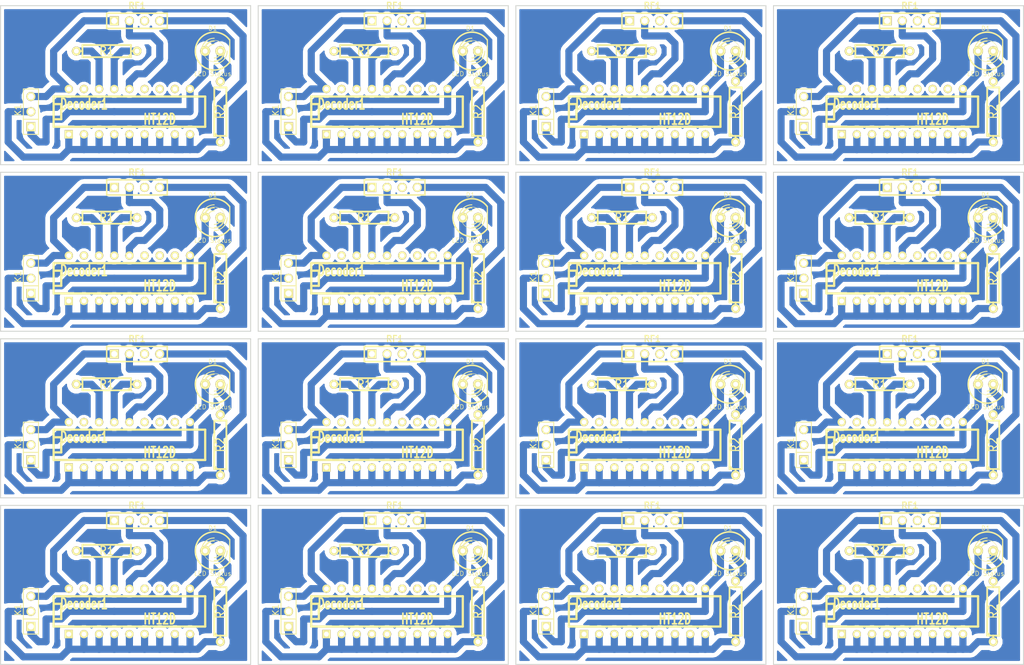
<source format=kicad_pcb>
(kicad_pcb (version 3) (host pcbnew "(2013-jul-07)-stable")
  (layers (15 F.Cu signal) (0 B.Cu signal) (18 B.Paste user) (19 F.Paste user) (20 B.SilkS user) (21 F.SilkS user) (22 B.Mask user) (23 F.Mask user) (28 Edge.Cuts user))
  (net 0 "")
  (net 1 N-000001)
  (net 2 N-0000012)
  (net 3 N-000002)
  (net 4 N-000003)
  (net 5 N-000004)
  (net 6 N-000005)
  (net 7 N-000006)
  (module DIP-18__300 (layer F.Cu) (at 144.78 40.64)
    (fp_text reference Decoder1 (at -7.62 -1.27) (layer F.SilkS) (effects (font (size 1.778 1.143) (thickness 0.3048))))
    (fp_text value HT12D (at 5.08 1.27) (layer F.SilkS) (effects (font (size 1.778 1.143) (thickness 0.3048))))
    (pad 1 thru_hole rect (at -10.16 3.81) (size 1.397 1.397) (drill 0.8128) (layers *.Cu *.Mask F.SilkS) (net 2 N-0000012))
    (pad 2 thru_hole circle (at -7.62 3.81) (size 1.397 1.397) (drill 0.8128) (layers *.Cu *.Mask F.SilkS) (net 2 N-0000012))
    (pad 3 thru_hole circle (at -5.08 3.81) (size 1.397 1.397) (drill 0.8128) (layers *.Cu *.Mask F.SilkS) (net 2 N-0000012))
    (pad 4 thru_hole circle (at -2.54 3.81) (size 1.397 1.397) (drill 0.8128) (layers *.Cu *.Mask F.SilkS) (net 2 N-0000012))
    (pad 5 thru_hole circle (at 0 3.81) (size 1.397 1.397) (drill 0.8128) (layers *.Cu *.Mask F.SilkS) (net 2 N-0000012))
    (pad 6 thru_hole circle (at 2.54 3.81) (size 1.397 1.397) (drill 0.8128) (layers *.Cu *.Mask F.SilkS) (net 2 N-0000012))
    (pad 7 thru_hole circle (at 5.08 3.81) (size 1.397 1.397) (drill 0.8128) (layers *.Cu *.Mask F.SilkS) (net 2 N-0000012))
    (pad 8 thru_hole circle (at 7.62 3.81) (size 1.397 1.397) (drill 0.8128) (layers *.Cu *.Mask F.SilkS) (net 2 N-0000012))
    (pad 9 thru_hole circle (at 10.16 3.81) (size 1.397 1.397) (drill 0.8128) (layers *.Cu *.Mask F.SilkS) (net 2 N-0000012))
    (pad 10 thru_hole circle (at 10.16 -3.81) (size 1.397 1.397) (drill 0.8128) (layers *.Cu *.Mask F.SilkS) (net 6 N-000005))
    (pad 11 thru_hole circle (at 7.62 -3.81) (size 1.397 1.397) (drill 0.8128) (layers *.Cu *.Mask F.SilkS))
    (pad 12 thru_hole circle (at 5.08 -3.81) (size 1.397 1.397) (drill 0.8128) (layers *.Cu *.Mask F.SilkS))
    (pad 13 thru_hole circle (at 2.54 -3.81) (size 1.397 1.397) (drill 0.8128) (layers *.Cu *.Mask F.SilkS))
    (pad 14 thru_hole circle (at 0 -3.81) (size 1.397 1.397) (drill 0.8128) (layers *.Cu *.Mask F.SilkS) (net 4 N-000003))
    (pad 15 thru_hole circle (at -2.54 -3.81) (size 1.397 1.397) (drill 0.8128) (layers *.Cu *.Mask F.SilkS) (net 5 N-000004))
    (pad 16 thru_hole circle (at -5.08 -3.81) (size 1.397 1.397) (drill 0.8128) (layers *.Cu *.Mask F.SilkS) (net 7 N-000006))
    (pad 17 thru_hole circle (at -7.62 -3.81) (size 1.397 1.397) (drill 0.8128) (layers *.Cu *.Mask F.SilkS))
    (pad 18 thru_hole circle (at -10.16 -3.81) (size 1.397 1.397) (drill 0.8128) (layers *.Cu *.Mask F.SilkS) (net 3 N-000002))
  )
  (module LED-5MM (layer F.Cu) (at 158.75 30.48)
    (fp_text reference D1 (at 0 -3.81) (layer F.SilkS) (effects (font (size 0.762 0.762) (thickness 0.0889))))
    (fp_text value "LED Status" (at 0 3.81) (layer F.SilkS) (effects (font (size 0.762 0.762) (thickness 0.0889))))
    (pad 1 thru_hole circle (at -1.27 0) (size 1.6764 1.6764) (drill 0.8128) (layers *.Cu *.Mask F.SilkS) (net 6 N-000005))
    (pad 2 thru_hole circle (at 1.27 0) (size 1.6764 1.6764) (drill 0.8128) (layers *.Cu *.Mask F.SilkS) (net 1 N-000001))
  )
  (module PIN_ARRAY_3X1 (layer F.Cu) (at 128.27 40.64 90)
    (fp_text reference K1 (at 0.254 -2.159 90) (layer F.SilkS) (effects (font (size 1.016 1.016) (thickness 0.1524))))
    (fp_text value CONN_3 hide)
    (pad 1 thru_hole rect (at -2.54 0 90) (size 1.524 1.524) (drill 1.016) (layers *.Cu *.Mask F.SilkS) (net 6 N-000005))
    (pad 2 thru_hole circle (at 0 0 90) (size 1.524 1.524) (drill 1.016) (layers *.Cu *.Mask F.SilkS) (net 2 N-0000012))
    (pad 3 thru_hole circle (at 2.54 0 90) (size 1.524 1.524) (drill 1.016) (layers *.Cu *.Mask F.SilkS) (net 3 N-000002))
  )
  (module PIN_ARRAY_4x1 (layer F.Cu) (at 146.05 25.4)
    (fp_text reference RF1 (at 0 -2.54) (layer F.SilkS) (effects (font (size 1.016 1.016) (thickness 0.2032))))
    (fp_text value RX hide)
    (pad 1 thru_hole rect (at -3.81 0) (size 1.524 1.524) (drill 1.016) (layers *.Cu *.Mask F.SilkS) (net 3 N-000002))
    (pad 2 thru_hole circle (at -1.27 0) (size 1.524 1.524) (drill 1.016) (layers *.Cu *.Mask F.SilkS) (net 4 N-000003))
    (pad 3 thru_hole circle (at 1.27 0) (size 1.524 1.524) (drill 1.016) (layers *.Cu *.Mask F.SilkS))
    (pad 4 thru_hole circle (at 3.81 0) (size 1.524 1.524) (drill 1.016) (layers *.Cu *.Mask F.SilkS) (net 2 N-0000012))
  )
  (module R4 (layer F.Cu) (at 160.02 40.64 90)
    (fp_text reference R2 (at 0 0 90) (layer F.SilkS) (effects (font (size 1.397 1.27) (thickness 0.2032))))
    (fp_text value 220 hide)
    (pad 1 thru_hole circle (at -5.08 0 90) (size 1.524 1.524) (drill 0.8128) (layers *.Cu *.Mask F.SilkS) (net 2 N-0000012))
    (pad 2 thru_hole circle (at 5.08 0 90) (size 1.524 1.524) (drill 0.8128) (layers *.Cu *.Mask F.SilkS) (net 1 N-000001))
  )
  (module R4 (layer F.Cu) (at 140.97 30.48 180)
    (fp_text reference R1 (at 0 0 180) (layer F.SilkS) (effects (font (size 1.397 1.27) (thickness 0.2032))))
    (fp_text value 50k hide)
    (pad 1 thru_hole circle (at -5.08 0 180) (size 1.524 1.524) (drill 0.8128) (layers *.Cu *.Mask F.SilkS) (net 5 N-000004))
    (pad 2 thru_hole circle (at 5.08 0 180) (size 1.524 1.524) (drill 0.8128) (layers *.Cu *.Mask F.SilkS) (net 7 N-000006))
  )
  (module R4 (layer F.Cu) (at 184.15 30.48 180)
    (fp_text reference R1 (at 0 0 180) (layer F.SilkS) (effects (font (size 1.397 1.27) (thickness 0.2032))))
    (fp_text value 50k hide)
    (pad 1 thru_hole circle (at -5.08 0 180) (size 1.524 1.524) (drill 0.8128) (layers *.Cu *.Mask F.SilkS) (net 5 N-000004))
    (pad 2 thru_hole circle (at 5.08 0 180) (size 1.524 1.524) (drill 0.8128) (layers *.Cu *.Mask F.SilkS) (net 7 N-000006))
  )
  (module R4 (layer F.Cu) (at 203.2 40.64 90)
    (fp_text reference R2 (at 0 0 90) (layer F.SilkS) (effects (font (size 1.397 1.27) (thickness 0.2032))))
    (fp_text value 220 hide)
    (pad 1 thru_hole circle (at -5.08 0 90) (size 1.524 1.524) (drill 0.8128) (layers *.Cu *.Mask F.SilkS) (net 2 N-0000012))
    (pad 2 thru_hole circle (at 5.08 0 90) (size 1.524 1.524) (drill 0.8128) (layers *.Cu *.Mask F.SilkS) (net 1 N-000001))
  )
  (module PIN_ARRAY_4x1 (layer F.Cu) (at 189.23 25.4)
    (fp_text reference RF1 (at 0 -2.54) (layer F.SilkS) (effects (font (size 1.016 1.016) (thickness 0.2032))))
    (fp_text value RX hide)
    (pad 1 thru_hole rect (at -3.81 0) (size 1.524 1.524) (drill 1.016) (layers *.Cu *.Mask F.SilkS) (net 3 N-000002))
    (pad 2 thru_hole circle (at -1.27 0) (size 1.524 1.524) (drill 1.016) (layers *.Cu *.Mask F.SilkS) (net 4 N-000003))
    (pad 3 thru_hole circle (at 1.27 0) (size 1.524 1.524) (drill 1.016) (layers *.Cu *.Mask F.SilkS))
    (pad 4 thru_hole circle (at 3.81 0) (size 1.524 1.524) (drill 1.016) (layers *.Cu *.Mask F.SilkS) (net 2 N-0000012))
  )
  (module PIN_ARRAY_3X1 (layer F.Cu) (at 171.45 40.64 90)
    (fp_text reference K1 (at 0.254 -2.159 90) (layer F.SilkS) (effects (font (size 1.016 1.016) (thickness 0.1524))))
    (fp_text value CONN_3 hide)
    (pad 1 thru_hole rect (at -2.54 0 90) (size 1.524 1.524) (drill 1.016) (layers *.Cu *.Mask F.SilkS) (net 6 N-000005))
    (pad 2 thru_hole circle (at 0 0 90) (size 1.524 1.524) (drill 1.016) (layers *.Cu *.Mask F.SilkS) (net 2 N-0000012))
    (pad 3 thru_hole circle (at 2.54 0 90) (size 1.524 1.524) (drill 1.016) (layers *.Cu *.Mask F.SilkS) (net 3 N-000002))
  )
  (module LED-5MM (layer F.Cu) (at 201.93 30.48)
    (fp_text reference D1 (at 0 -3.81) (layer F.SilkS) (effects (font (size 0.762 0.762) (thickness 0.0889))))
    (fp_text value "LED Status" (at 0 3.81) (layer F.SilkS) (effects (font (size 0.762 0.762) (thickness 0.0889))))
    (pad 1 thru_hole circle (at -1.27 0) (size 1.6764 1.6764) (drill 0.8128) (layers *.Cu *.Mask F.SilkS) (net 6 N-000005))
    (pad 2 thru_hole circle (at 1.27 0) (size 1.6764 1.6764) (drill 0.8128) (layers *.Cu *.Mask F.SilkS) (net 1 N-000001))
  )
  (module DIP-18__300 (layer F.Cu) (at 187.96 40.64)
    (fp_text reference Decoder1 (at -7.62 -1.27) (layer F.SilkS) (effects (font (size 1.778 1.143) (thickness 0.3048))))
    (fp_text value HT12D (at 5.08 1.27) (layer F.SilkS) (effects (font (size 1.778 1.143) (thickness 0.3048))))
    (pad 1 thru_hole rect (at -10.16 3.81) (size 1.397 1.397) (drill 0.8128) (layers *.Cu *.Mask F.SilkS) (net 2 N-0000012))
    (pad 2 thru_hole circle (at -7.62 3.81) (size 1.397 1.397) (drill 0.8128) (layers *.Cu *.Mask F.SilkS) (net 2 N-0000012))
    (pad 3 thru_hole circle (at -5.08 3.81) (size 1.397 1.397) (drill 0.8128) (layers *.Cu *.Mask F.SilkS) (net 2 N-0000012))
    (pad 4 thru_hole circle (at -2.54 3.81) (size 1.397 1.397) (drill 0.8128) (layers *.Cu *.Mask F.SilkS) (net 2 N-0000012))
    (pad 5 thru_hole circle (at 0 3.81) (size 1.397 1.397) (drill 0.8128) (layers *.Cu *.Mask F.SilkS) (net 2 N-0000012))
    (pad 6 thru_hole circle (at 2.54 3.81) (size 1.397 1.397) (drill 0.8128) (layers *.Cu *.Mask F.SilkS) (net 2 N-0000012))
    (pad 7 thru_hole circle (at 5.08 3.81) (size 1.397 1.397) (drill 0.8128) (layers *.Cu *.Mask F.SilkS) (net 2 N-0000012))
    (pad 8 thru_hole circle (at 7.62 3.81) (size 1.397 1.397) (drill 0.8128) (layers *.Cu *.Mask F.SilkS) (net 2 N-0000012))
    (pad 9 thru_hole circle (at 10.16 3.81) (size 1.397 1.397) (drill 0.8128) (layers *.Cu *.Mask F.SilkS) (net 2 N-0000012))
    (pad 10 thru_hole circle (at 10.16 -3.81) (size 1.397 1.397) (drill 0.8128) (layers *.Cu *.Mask F.SilkS) (net 6 N-000005))
    (pad 11 thru_hole circle (at 7.62 -3.81) (size 1.397 1.397) (drill 0.8128) (layers *.Cu *.Mask F.SilkS))
    (pad 12 thru_hole circle (at 5.08 -3.81) (size 1.397 1.397) (drill 0.8128) (layers *.Cu *.Mask F.SilkS))
    (pad 13 thru_hole circle (at 2.54 -3.81) (size 1.397 1.397) (drill 0.8128) (layers *.Cu *.Mask F.SilkS))
    (pad 14 thru_hole circle (at 0 -3.81) (size 1.397 1.397) (drill 0.8128) (layers *.Cu *.Mask F.SilkS) (net 4 N-000003))
    (pad 15 thru_hole circle (at -2.54 -3.81) (size 1.397 1.397) (drill 0.8128) (layers *.Cu *.Mask F.SilkS) (net 5 N-000004))
    (pad 16 thru_hole circle (at -5.08 -3.81) (size 1.397 1.397) (drill 0.8128) (layers *.Cu *.Mask F.SilkS) (net 7 N-000006))
    (pad 17 thru_hole circle (at -7.62 -3.81) (size 1.397 1.397) (drill 0.8128) (layers *.Cu *.Mask F.SilkS))
    (pad 18 thru_hole circle (at -10.16 -3.81) (size 1.397 1.397) (drill 0.8128) (layers *.Cu *.Mask F.SilkS) (net 3 N-000002))
  )
  (module DIP-18__300 (layer F.Cu) (at 187.96 68.58)
    (fp_text reference Decoder1 (at -7.62 -1.27) (layer F.SilkS) (effects (font (size 1.778 1.143) (thickness 0.3048))))
    (fp_text value HT12D (at 5.08 1.27) (layer F.SilkS) (effects (font (size 1.778 1.143) (thickness 0.3048))))
    (pad 1 thru_hole rect (at -10.16 3.81) (size 1.397 1.397) (drill 0.8128) (layers *.Cu *.Mask F.SilkS) (net 2 N-0000012))
    (pad 2 thru_hole circle (at -7.62 3.81) (size 1.397 1.397) (drill 0.8128) (layers *.Cu *.Mask F.SilkS) (net 2 N-0000012))
    (pad 3 thru_hole circle (at -5.08 3.81) (size 1.397 1.397) (drill 0.8128) (layers *.Cu *.Mask F.SilkS) (net 2 N-0000012))
    (pad 4 thru_hole circle (at -2.54 3.81) (size 1.397 1.397) (drill 0.8128) (layers *.Cu *.Mask F.SilkS) (net 2 N-0000012))
    (pad 5 thru_hole circle (at 0 3.81) (size 1.397 1.397) (drill 0.8128) (layers *.Cu *.Mask F.SilkS) (net 2 N-0000012))
    (pad 6 thru_hole circle (at 2.54 3.81) (size 1.397 1.397) (drill 0.8128) (layers *.Cu *.Mask F.SilkS) (net 2 N-0000012))
    (pad 7 thru_hole circle (at 5.08 3.81) (size 1.397 1.397) (drill 0.8128) (layers *.Cu *.Mask F.SilkS) (net 2 N-0000012))
    (pad 8 thru_hole circle (at 7.62 3.81) (size 1.397 1.397) (drill 0.8128) (layers *.Cu *.Mask F.SilkS) (net 2 N-0000012))
    (pad 9 thru_hole circle (at 10.16 3.81) (size 1.397 1.397) (drill 0.8128) (layers *.Cu *.Mask F.SilkS) (net 2 N-0000012))
    (pad 10 thru_hole circle (at 10.16 -3.81) (size 1.397 1.397) (drill 0.8128) (layers *.Cu *.Mask F.SilkS) (net 6 N-000005))
    (pad 11 thru_hole circle (at 7.62 -3.81) (size 1.397 1.397) (drill 0.8128) (layers *.Cu *.Mask F.SilkS))
    (pad 12 thru_hole circle (at 5.08 -3.81) (size 1.397 1.397) (drill 0.8128) (layers *.Cu *.Mask F.SilkS))
    (pad 13 thru_hole circle (at 2.54 -3.81) (size 1.397 1.397) (drill 0.8128) (layers *.Cu *.Mask F.SilkS))
    (pad 14 thru_hole circle (at 0 -3.81) (size 1.397 1.397) (drill 0.8128) (layers *.Cu *.Mask F.SilkS) (net 4 N-000003))
    (pad 15 thru_hole circle (at -2.54 -3.81) (size 1.397 1.397) (drill 0.8128) (layers *.Cu *.Mask F.SilkS) (net 5 N-000004))
    (pad 16 thru_hole circle (at -5.08 -3.81) (size 1.397 1.397) (drill 0.8128) (layers *.Cu *.Mask F.SilkS) (net 7 N-000006))
    (pad 17 thru_hole circle (at -7.62 -3.81) (size 1.397 1.397) (drill 0.8128) (layers *.Cu *.Mask F.SilkS))
    (pad 18 thru_hole circle (at -10.16 -3.81) (size 1.397 1.397) (drill 0.8128) (layers *.Cu *.Mask F.SilkS) (net 3 N-000002))
  )
  (module LED-5MM (layer F.Cu) (at 201.93 58.42)
    (fp_text reference D1 (at 0 -3.81) (layer F.SilkS) (effects (font (size 0.762 0.762) (thickness 0.0889))))
    (fp_text value "LED Status" (at 0 3.81) (layer F.SilkS) (effects (font (size 0.762 0.762) (thickness 0.0889))))
    (pad 1 thru_hole circle (at -1.27 0) (size 1.6764 1.6764) (drill 0.8128) (layers *.Cu *.Mask F.SilkS) (net 6 N-000005))
    (pad 2 thru_hole circle (at 1.27 0) (size 1.6764 1.6764) (drill 0.8128) (layers *.Cu *.Mask F.SilkS) (net 1 N-000001))
  )
  (module PIN_ARRAY_3X1 (layer F.Cu) (at 171.45 68.58 90)
    (fp_text reference K1 (at 0.254 -2.159 90) (layer F.SilkS) (effects (font (size 1.016 1.016) (thickness 0.1524))))
    (fp_text value CONN_3 hide)
    (pad 1 thru_hole rect (at -2.54 0 90) (size 1.524 1.524) (drill 1.016) (layers *.Cu *.Mask F.SilkS) (net 6 N-000005))
    (pad 2 thru_hole circle (at 0 0 90) (size 1.524 1.524) (drill 1.016) (layers *.Cu *.Mask F.SilkS) (net 2 N-0000012))
    (pad 3 thru_hole circle (at 2.54 0 90) (size 1.524 1.524) (drill 1.016) (layers *.Cu *.Mask F.SilkS) (net 3 N-000002))
  )
  (module PIN_ARRAY_4x1 (layer F.Cu) (at 189.23 53.34)
    (fp_text reference RF1 (at 0 -2.54) (layer F.SilkS) (effects (font (size 1.016 1.016) (thickness 0.2032))))
    (fp_text value RX hide)
    (pad 1 thru_hole rect (at -3.81 0) (size 1.524 1.524) (drill 1.016) (layers *.Cu *.Mask F.SilkS) (net 3 N-000002))
    (pad 2 thru_hole circle (at -1.27 0) (size 1.524 1.524) (drill 1.016) (layers *.Cu *.Mask F.SilkS) (net 4 N-000003))
    (pad 3 thru_hole circle (at 1.27 0) (size 1.524 1.524) (drill 1.016) (layers *.Cu *.Mask F.SilkS))
    (pad 4 thru_hole circle (at 3.81 0) (size 1.524 1.524) (drill 1.016) (layers *.Cu *.Mask F.SilkS) (net 2 N-0000012))
  )
  (module R4 (layer F.Cu) (at 203.2 68.58 90)
    (fp_text reference R2 (at 0 0 90) (layer F.SilkS) (effects (font (size 1.397 1.27) (thickness 0.2032))))
    (fp_text value 220 hide)
    (pad 1 thru_hole circle (at -5.08 0 90) (size 1.524 1.524) (drill 0.8128) (layers *.Cu *.Mask F.SilkS) (net 2 N-0000012))
    (pad 2 thru_hole circle (at 5.08 0 90) (size 1.524 1.524) (drill 0.8128) (layers *.Cu *.Mask F.SilkS) (net 1 N-000001))
  )
  (module R4 (layer F.Cu) (at 184.15 58.42 180)
    (fp_text reference R1 (at 0 0 180) (layer F.SilkS) (effects (font (size 1.397 1.27) (thickness 0.2032))))
    (fp_text value 50k hide)
    (pad 1 thru_hole circle (at -5.08 0 180) (size 1.524 1.524) (drill 0.8128) (layers *.Cu *.Mask F.SilkS) (net 5 N-000004))
    (pad 2 thru_hole circle (at 5.08 0 180) (size 1.524 1.524) (drill 0.8128) (layers *.Cu *.Mask F.SilkS) (net 7 N-000006))
  )
  (module R4 (layer F.Cu) (at 140.97 58.42 180)
    (fp_text reference R1 (at 0 0 180) (layer F.SilkS) (effects (font (size 1.397 1.27) (thickness 0.2032))))
    (fp_text value 50k hide)
    (pad 1 thru_hole circle (at -5.08 0 180) (size 1.524 1.524) (drill 0.8128) (layers *.Cu *.Mask F.SilkS) (net 5 N-000004))
    (pad 2 thru_hole circle (at 5.08 0 180) (size 1.524 1.524) (drill 0.8128) (layers *.Cu *.Mask F.SilkS) (net 7 N-000006))
  )
  (module R4 (layer F.Cu) (at 160.02 68.58 90)
    (fp_text reference R2 (at 0 0 90) (layer F.SilkS) (effects (font (size 1.397 1.27) (thickness 0.2032))))
    (fp_text value 220 hide)
    (pad 1 thru_hole circle (at -5.08 0 90) (size 1.524 1.524) (drill 0.8128) (layers *.Cu *.Mask F.SilkS) (net 2 N-0000012))
    (pad 2 thru_hole circle (at 5.08 0 90) (size 1.524 1.524) (drill 0.8128) (layers *.Cu *.Mask F.SilkS) (net 1 N-000001))
  )
  (module PIN_ARRAY_4x1 (layer F.Cu) (at 146.05 53.34)
    (fp_text reference RF1 (at 0 -2.54) (layer F.SilkS) (effects (font (size 1.016 1.016) (thickness 0.2032))))
    (fp_text value RX hide)
    (pad 1 thru_hole rect (at -3.81 0) (size 1.524 1.524) (drill 1.016) (layers *.Cu *.Mask F.SilkS) (net 3 N-000002))
    (pad 2 thru_hole circle (at -1.27 0) (size 1.524 1.524) (drill 1.016) (layers *.Cu *.Mask F.SilkS) (net 4 N-000003))
    (pad 3 thru_hole circle (at 1.27 0) (size 1.524 1.524) (drill 1.016) (layers *.Cu *.Mask F.SilkS))
    (pad 4 thru_hole circle (at 3.81 0) (size 1.524 1.524) (drill 1.016) (layers *.Cu *.Mask F.SilkS) (net 2 N-0000012))
  )
  (module PIN_ARRAY_3X1 (layer F.Cu) (at 128.27 68.58 90)
    (fp_text reference K1 (at 0.254 -2.159 90) (layer F.SilkS) (effects (font (size 1.016 1.016) (thickness 0.1524))))
    (fp_text value CONN_3 hide)
    (pad 1 thru_hole rect (at -2.54 0 90) (size 1.524 1.524) (drill 1.016) (layers *.Cu *.Mask F.SilkS) (net 6 N-000005))
    (pad 2 thru_hole circle (at 0 0 90) (size 1.524 1.524) (drill 1.016) (layers *.Cu *.Mask F.SilkS) (net 2 N-0000012))
    (pad 3 thru_hole circle (at 2.54 0 90) (size 1.524 1.524) (drill 1.016) (layers *.Cu *.Mask F.SilkS) (net 3 N-000002))
  )
  (module LED-5MM (layer F.Cu) (at 158.75 58.42)
    (fp_text reference D1 (at 0 -3.81) (layer F.SilkS) (effects (font (size 0.762 0.762) (thickness 0.0889))))
    (fp_text value "LED Status" (at 0 3.81) (layer F.SilkS) (effects (font (size 0.762 0.762) (thickness 0.0889))))
    (pad 1 thru_hole circle (at -1.27 0) (size 1.6764 1.6764) (drill 0.8128) (layers *.Cu *.Mask F.SilkS) (net 6 N-000005))
    (pad 2 thru_hole circle (at 1.27 0) (size 1.6764 1.6764) (drill 0.8128) (layers *.Cu *.Mask F.SilkS) (net 1 N-000001))
  )
  (module DIP-18__300 (layer F.Cu) (at 144.78 68.58)
    (fp_text reference Decoder1 (at -7.62 -1.27) (layer F.SilkS) (effects (font (size 1.778 1.143) (thickness 0.3048))))
    (fp_text value HT12D (at 5.08 1.27) (layer F.SilkS) (effects (font (size 1.778 1.143) (thickness 0.3048))))
    (pad 1 thru_hole rect (at -10.16 3.81) (size 1.397 1.397) (drill 0.8128) (layers *.Cu *.Mask F.SilkS) (net 2 N-0000012))
    (pad 2 thru_hole circle (at -7.62 3.81) (size 1.397 1.397) (drill 0.8128) (layers *.Cu *.Mask F.SilkS) (net 2 N-0000012))
    (pad 3 thru_hole circle (at -5.08 3.81) (size 1.397 1.397) (drill 0.8128) (layers *.Cu *.Mask F.SilkS) (net 2 N-0000012))
    (pad 4 thru_hole circle (at -2.54 3.81) (size 1.397 1.397) (drill 0.8128) (layers *.Cu *.Mask F.SilkS) (net 2 N-0000012))
    (pad 5 thru_hole circle (at 0 3.81) (size 1.397 1.397) (drill 0.8128) (layers *.Cu *.Mask F.SilkS) (net 2 N-0000012))
    (pad 6 thru_hole circle (at 2.54 3.81) (size 1.397 1.397) (drill 0.8128) (layers *.Cu *.Mask F.SilkS) (net 2 N-0000012))
    (pad 7 thru_hole circle (at 5.08 3.81) (size 1.397 1.397) (drill 0.8128) (layers *.Cu *.Mask F.SilkS) (net 2 N-0000012))
    (pad 8 thru_hole circle (at 7.62 3.81) (size 1.397 1.397) (drill 0.8128) (layers *.Cu *.Mask F.SilkS) (net 2 N-0000012))
    (pad 9 thru_hole circle (at 10.16 3.81) (size 1.397 1.397) (drill 0.8128) (layers *.Cu *.Mask F.SilkS) (net 2 N-0000012))
    (pad 10 thru_hole circle (at 10.16 -3.81) (size 1.397 1.397) (drill 0.8128) (layers *.Cu *.Mask F.SilkS) (net 6 N-000005))
    (pad 11 thru_hole circle (at 7.62 -3.81) (size 1.397 1.397) (drill 0.8128) (layers *.Cu *.Mask F.SilkS))
    (pad 12 thru_hole circle (at 5.08 -3.81) (size 1.397 1.397) (drill 0.8128) (layers *.Cu *.Mask F.SilkS))
    (pad 13 thru_hole circle (at 2.54 -3.81) (size 1.397 1.397) (drill 0.8128) (layers *.Cu *.Mask F.SilkS))
    (pad 14 thru_hole circle (at 0 -3.81) (size 1.397 1.397) (drill 0.8128) (layers *.Cu *.Mask F.SilkS) (net 4 N-000003))
    (pad 15 thru_hole circle (at -2.54 -3.81) (size 1.397 1.397) (drill 0.8128) (layers *.Cu *.Mask F.SilkS) (net 5 N-000004))
    (pad 16 thru_hole circle (at -5.08 -3.81) (size 1.397 1.397) (drill 0.8128) (layers *.Cu *.Mask F.SilkS) (net 7 N-000006))
    (pad 17 thru_hole circle (at -7.62 -3.81) (size 1.397 1.397) (drill 0.8128) (layers *.Cu *.Mask F.SilkS))
    (pad 18 thru_hole circle (at -10.16 -3.81) (size 1.397 1.397) (drill 0.8128) (layers *.Cu *.Mask F.SilkS) (net 3 N-000002))
  )
  (module DIP-18__300 (layer F.Cu) (at 144.78 124.46)
    (fp_text reference Decoder1 (at -7.62 -1.27) (layer F.SilkS) (effects (font (size 1.778 1.143) (thickness 0.3048))))
    (fp_text value HT12D (at 5.08 1.27) (layer F.SilkS) (effects (font (size 1.778 1.143) (thickness 0.3048))))
    (pad 1 thru_hole rect (at -10.16 3.81) (size 1.397 1.397) (drill 0.8128) (layers *.Cu *.Mask F.SilkS) (net 2 N-0000012))
    (pad 2 thru_hole circle (at -7.62 3.81) (size 1.397 1.397) (drill 0.8128) (layers *.Cu *.Mask F.SilkS) (net 2 N-0000012))
    (pad 3 thru_hole circle (at -5.08 3.81) (size 1.397 1.397) (drill 0.8128) (layers *.Cu *.Mask F.SilkS) (net 2 N-0000012))
    (pad 4 thru_hole circle (at -2.54 3.81) (size 1.397 1.397) (drill 0.8128) (layers *.Cu *.Mask F.SilkS) (net 2 N-0000012))
    (pad 5 thru_hole circle (at 0 3.81) (size 1.397 1.397) (drill 0.8128) (layers *.Cu *.Mask F.SilkS) (net 2 N-0000012))
    (pad 6 thru_hole circle (at 2.54 3.81) (size 1.397 1.397) (drill 0.8128) (layers *.Cu *.Mask F.SilkS) (net 2 N-0000012))
    (pad 7 thru_hole circle (at 5.08 3.81) (size 1.397 1.397) (drill 0.8128) (layers *.Cu *.Mask F.SilkS) (net 2 N-0000012))
    (pad 8 thru_hole circle (at 7.62 3.81) (size 1.397 1.397) (drill 0.8128) (layers *.Cu *.Mask F.SilkS) (net 2 N-0000012))
    (pad 9 thru_hole circle (at 10.16 3.81) (size 1.397 1.397) (drill 0.8128) (layers *.Cu *.Mask F.SilkS) (net 2 N-0000012))
    (pad 10 thru_hole circle (at 10.16 -3.81) (size 1.397 1.397) (drill 0.8128) (layers *.Cu *.Mask F.SilkS) (net 6 N-000005))
    (pad 11 thru_hole circle (at 7.62 -3.81) (size 1.397 1.397) (drill 0.8128) (layers *.Cu *.Mask F.SilkS))
    (pad 12 thru_hole circle (at 5.08 -3.81) (size 1.397 1.397) (drill 0.8128) (layers *.Cu *.Mask F.SilkS))
    (pad 13 thru_hole circle (at 2.54 -3.81) (size 1.397 1.397) (drill 0.8128) (layers *.Cu *.Mask F.SilkS))
    (pad 14 thru_hole circle (at 0 -3.81) (size 1.397 1.397) (drill 0.8128) (layers *.Cu *.Mask F.SilkS) (net 4 N-000003))
    (pad 15 thru_hole circle (at -2.54 -3.81) (size 1.397 1.397) (drill 0.8128) (layers *.Cu *.Mask F.SilkS) (net 5 N-000004))
    (pad 16 thru_hole circle (at -5.08 -3.81) (size 1.397 1.397) (drill 0.8128) (layers *.Cu *.Mask F.SilkS) (net 7 N-000006))
    (pad 17 thru_hole circle (at -7.62 -3.81) (size 1.397 1.397) (drill 0.8128) (layers *.Cu *.Mask F.SilkS))
    (pad 18 thru_hole circle (at -10.16 -3.81) (size 1.397 1.397) (drill 0.8128) (layers *.Cu *.Mask F.SilkS) (net 3 N-000002))
  )
  (module LED-5MM (layer F.Cu) (at 158.75 114.3)
    (fp_text reference D1 (at 0 -3.81) (layer F.SilkS) (effects (font (size 0.762 0.762) (thickness 0.0889))))
    (fp_text value "LED Status" (at 0 3.81) (layer F.SilkS) (effects (font (size 0.762 0.762) (thickness 0.0889))))
    (pad 1 thru_hole circle (at -1.27 0) (size 1.6764 1.6764) (drill 0.8128) (layers *.Cu *.Mask F.SilkS) (net 6 N-000005))
    (pad 2 thru_hole circle (at 1.27 0) (size 1.6764 1.6764) (drill 0.8128) (layers *.Cu *.Mask F.SilkS) (net 1 N-000001))
  )
  (module PIN_ARRAY_3X1 (layer F.Cu) (at 128.27 124.46 90)
    (fp_text reference K1 (at 0.254 -2.159 90) (layer F.SilkS) (effects (font (size 1.016 1.016) (thickness 0.1524))))
    (fp_text value CONN_3 hide)
    (pad 1 thru_hole rect (at -2.54 0 90) (size 1.524 1.524) (drill 1.016) (layers *.Cu *.Mask F.SilkS) (net 6 N-000005))
    (pad 2 thru_hole circle (at 0 0 90) (size 1.524 1.524) (drill 1.016) (layers *.Cu *.Mask F.SilkS) (net 2 N-0000012))
    (pad 3 thru_hole circle (at 2.54 0 90) (size 1.524 1.524) (drill 1.016) (layers *.Cu *.Mask F.SilkS) (net 3 N-000002))
  )
  (module PIN_ARRAY_4x1 (layer F.Cu) (at 146.05 109.22)
    (fp_text reference RF1 (at 0 -2.54) (layer F.SilkS) (effects (font (size 1.016 1.016) (thickness 0.2032))))
    (fp_text value RX hide)
    (pad 1 thru_hole rect (at -3.81 0) (size 1.524 1.524) (drill 1.016) (layers *.Cu *.Mask F.SilkS) (net 3 N-000002))
    (pad 2 thru_hole circle (at -1.27 0) (size 1.524 1.524) (drill 1.016) (layers *.Cu *.Mask F.SilkS) (net 4 N-000003))
    (pad 3 thru_hole circle (at 1.27 0) (size 1.524 1.524) (drill 1.016) (layers *.Cu *.Mask F.SilkS))
    (pad 4 thru_hole circle (at 3.81 0) (size 1.524 1.524) (drill 1.016) (layers *.Cu *.Mask F.SilkS) (net 2 N-0000012))
  )
  (module R4 (layer F.Cu) (at 160.02 124.46 90)
    (fp_text reference R2 (at 0 0 90) (layer F.SilkS) (effects (font (size 1.397 1.27) (thickness 0.2032))))
    (fp_text value 220 hide)
    (pad 1 thru_hole circle (at -5.08 0 90) (size 1.524 1.524) (drill 0.8128) (layers *.Cu *.Mask F.SilkS) (net 2 N-0000012))
    (pad 2 thru_hole circle (at 5.08 0 90) (size 1.524 1.524) (drill 0.8128) (layers *.Cu *.Mask F.SilkS) (net 1 N-000001))
  )
  (module R4 (layer F.Cu) (at 140.97 114.3 180)
    (fp_text reference R1 (at 0 0 180) (layer F.SilkS) (effects (font (size 1.397 1.27) (thickness 0.2032))))
    (fp_text value 50k hide)
    (pad 1 thru_hole circle (at -5.08 0 180) (size 1.524 1.524) (drill 0.8128) (layers *.Cu *.Mask F.SilkS) (net 5 N-000004))
    (pad 2 thru_hole circle (at 5.08 0 180) (size 1.524 1.524) (drill 0.8128) (layers *.Cu *.Mask F.SilkS) (net 7 N-000006))
  )
  (module R4 (layer F.Cu) (at 184.15 114.3 180)
    (fp_text reference R1 (at 0 0 180) (layer F.SilkS) (effects (font (size 1.397 1.27) (thickness 0.2032))))
    (fp_text value 50k hide)
    (pad 1 thru_hole circle (at -5.08 0 180) (size 1.524 1.524) (drill 0.8128) (layers *.Cu *.Mask F.SilkS) (net 5 N-000004))
    (pad 2 thru_hole circle (at 5.08 0 180) (size 1.524 1.524) (drill 0.8128) (layers *.Cu *.Mask F.SilkS) (net 7 N-000006))
  )
  (module R4 (layer F.Cu) (at 203.2 124.46 90)
    (fp_text reference R2 (at 0 0 90) (layer F.SilkS) (effects (font (size 1.397 1.27) (thickness 0.2032))))
    (fp_text value 220 hide)
    (pad 1 thru_hole circle (at -5.08 0 90) (size 1.524 1.524) (drill 0.8128) (layers *.Cu *.Mask F.SilkS) (net 2 N-0000012))
    (pad 2 thru_hole circle (at 5.08 0 90) (size 1.524 1.524) (drill 0.8128) (layers *.Cu *.Mask F.SilkS) (net 1 N-000001))
  )
  (module PIN_ARRAY_4x1 (layer F.Cu) (at 189.23 109.22)
    (fp_text reference RF1 (at 0 -2.54) (layer F.SilkS) (effects (font (size 1.016 1.016) (thickness 0.2032))))
    (fp_text value RX hide)
    (pad 1 thru_hole rect (at -3.81 0) (size 1.524 1.524) (drill 1.016) (layers *.Cu *.Mask F.SilkS) (net 3 N-000002))
    (pad 2 thru_hole circle (at -1.27 0) (size 1.524 1.524) (drill 1.016) (layers *.Cu *.Mask F.SilkS) (net 4 N-000003))
    (pad 3 thru_hole circle (at 1.27 0) (size 1.524 1.524) (drill 1.016) (layers *.Cu *.Mask F.SilkS))
    (pad 4 thru_hole circle (at 3.81 0) (size 1.524 1.524) (drill 1.016) (layers *.Cu *.Mask F.SilkS) (net 2 N-0000012))
  )
  (module PIN_ARRAY_3X1 (layer F.Cu) (at 171.45 124.46 90)
    (fp_text reference K1 (at 0.254 -2.159 90) (layer F.SilkS) (effects (font (size 1.016 1.016) (thickness 0.1524))))
    (fp_text value CONN_3 hide)
    (pad 1 thru_hole rect (at -2.54 0 90) (size 1.524 1.524) (drill 1.016) (layers *.Cu *.Mask F.SilkS) (net 6 N-000005))
    (pad 2 thru_hole circle (at 0 0 90) (size 1.524 1.524) (drill 1.016) (layers *.Cu *.Mask F.SilkS) (net 2 N-0000012))
    (pad 3 thru_hole circle (at 2.54 0 90) (size 1.524 1.524) (drill 1.016) (layers *.Cu *.Mask F.SilkS) (net 3 N-000002))
  )
  (module LED-5MM (layer F.Cu) (at 201.93 114.3)
    (fp_text reference D1 (at 0 -3.81) (layer F.SilkS) (effects (font (size 0.762 0.762) (thickness 0.0889))))
    (fp_text value "LED Status" (at 0 3.81) (layer F.SilkS) (effects (font (size 0.762 0.762) (thickness 0.0889))))
    (pad 1 thru_hole circle (at -1.27 0) (size 1.6764 1.6764) (drill 0.8128) (layers *.Cu *.Mask F.SilkS) (net 6 N-000005))
    (pad 2 thru_hole circle (at 1.27 0) (size 1.6764 1.6764) (drill 0.8128) (layers *.Cu *.Mask F.SilkS) (net 1 N-000001))
  )
  (module DIP-18__300 (layer F.Cu) (at 187.96 124.46)
    (fp_text reference Decoder1 (at -7.62 -1.27) (layer F.SilkS) (effects (font (size 1.778 1.143) (thickness 0.3048))))
    (fp_text value HT12D (at 5.08 1.27) (layer F.SilkS) (effects (font (size 1.778 1.143) (thickness 0.3048))))
    (pad 1 thru_hole rect (at -10.16 3.81) (size 1.397 1.397) (drill 0.8128) (layers *.Cu *.Mask F.SilkS) (net 2 N-0000012))
    (pad 2 thru_hole circle (at -7.62 3.81) (size 1.397 1.397) (drill 0.8128) (layers *.Cu *.Mask F.SilkS) (net 2 N-0000012))
    (pad 3 thru_hole circle (at -5.08 3.81) (size 1.397 1.397) (drill 0.8128) (layers *.Cu *.Mask F.SilkS) (net 2 N-0000012))
    (pad 4 thru_hole circle (at -2.54 3.81) (size 1.397 1.397) (drill 0.8128) (layers *.Cu *.Mask F.SilkS) (net 2 N-0000012))
    (pad 5 thru_hole circle (at 0 3.81) (size 1.397 1.397) (drill 0.8128) (layers *.Cu *.Mask F.SilkS) (net 2 N-0000012))
    (pad 6 thru_hole circle (at 2.54 3.81) (size 1.397 1.397) (drill 0.8128) (layers *.Cu *.Mask F.SilkS) (net 2 N-0000012))
    (pad 7 thru_hole circle (at 5.08 3.81) (size 1.397 1.397) (drill 0.8128) (layers *.Cu *.Mask F.SilkS) (net 2 N-0000012))
    (pad 8 thru_hole circle (at 7.62 3.81) (size 1.397 1.397) (drill 0.8128) (layers *.Cu *.Mask F.SilkS) (net 2 N-0000012))
    (pad 9 thru_hole circle (at 10.16 3.81) (size 1.397 1.397) (drill 0.8128) (layers *.Cu *.Mask F.SilkS) (net 2 N-0000012))
    (pad 10 thru_hole circle (at 10.16 -3.81) (size 1.397 1.397) (drill 0.8128) (layers *.Cu *.Mask F.SilkS) (net 6 N-000005))
    (pad 11 thru_hole circle (at 7.62 -3.81) (size 1.397 1.397) (drill 0.8128) (layers *.Cu *.Mask F.SilkS))
    (pad 12 thru_hole circle (at 5.08 -3.81) (size 1.397 1.397) (drill 0.8128) (layers *.Cu *.Mask F.SilkS))
    (pad 13 thru_hole circle (at 2.54 -3.81) (size 1.397 1.397) (drill 0.8128) (layers *.Cu *.Mask F.SilkS))
    (pad 14 thru_hole circle (at 0 -3.81) (size 1.397 1.397) (drill 0.8128) (layers *.Cu *.Mask F.SilkS) (net 4 N-000003))
    (pad 15 thru_hole circle (at -2.54 -3.81) (size 1.397 1.397) (drill 0.8128) (layers *.Cu *.Mask F.SilkS) (net 5 N-000004))
    (pad 16 thru_hole circle (at -5.08 -3.81) (size 1.397 1.397) (drill 0.8128) (layers *.Cu *.Mask F.SilkS) (net 7 N-000006))
    (pad 17 thru_hole circle (at -7.62 -3.81) (size 1.397 1.397) (drill 0.8128) (layers *.Cu *.Mask F.SilkS))
    (pad 18 thru_hole circle (at -10.16 -3.81) (size 1.397 1.397) (drill 0.8128) (layers *.Cu *.Mask F.SilkS) (net 3 N-000002))
  )
  (module DIP-18__300 (layer F.Cu) (at 187.96 96.52)
    (fp_text reference Decoder1 (at -7.62 -1.27) (layer F.SilkS) (effects (font (size 1.778 1.143) (thickness 0.3048))))
    (fp_text value HT12D (at 5.08 1.27) (layer F.SilkS) (effects (font (size 1.778 1.143) (thickness 0.3048))))
    (pad 1 thru_hole rect (at -10.16 3.81) (size 1.397 1.397) (drill 0.8128) (layers *.Cu *.Mask F.SilkS) (net 2 N-0000012))
    (pad 2 thru_hole circle (at -7.62 3.81) (size 1.397 1.397) (drill 0.8128) (layers *.Cu *.Mask F.SilkS) (net 2 N-0000012))
    (pad 3 thru_hole circle (at -5.08 3.81) (size 1.397 1.397) (drill 0.8128) (layers *.Cu *.Mask F.SilkS) (net 2 N-0000012))
    (pad 4 thru_hole circle (at -2.54 3.81) (size 1.397 1.397) (drill 0.8128) (layers *.Cu *.Mask F.SilkS) (net 2 N-0000012))
    (pad 5 thru_hole circle (at 0 3.81) (size 1.397 1.397) (drill 0.8128) (layers *.Cu *.Mask F.SilkS) (net 2 N-0000012))
    (pad 6 thru_hole circle (at 2.54 3.81) (size 1.397 1.397) (drill 0.8128) (layers *.Cu *.Mask F.SilkS) (net 2 N-0000012))
    (pad 7 thru_hole circle (at 5.08 3.81) (size 1.397 1.397) (drill 0.8128) (layers *.Cu *.Mask F.SilkS) (net 2 N-0000012))
    (pad 8 thru_hole circle (at 7.62 3.81) (size 1.397 1.397) (drill 0.8128) (layers *.Cu *.Mask F.SilkS) (net 2 N-0000012))
    (pad 9 thru_hole circle (at 10.16 3.81) (size 1.397 1.397) (drill 0.8128) (layers *.Cu *.Mask F.SilkS) (net 2 N-0000012))
    (pad 10 thru_hole circle (at 10.16 -3.81) (size 1.397 1.397) (drill 0.8128) (layers *.Cu *.Mask F.SilkS) (net 6 N-000005))
    (pad 11 thru_hole circle (at 7.62 -3.81) (size 1.397 1.397) (drill 0.8128) (layers *.Cu *.Mask F.SilkS))
    (pad 12 thru_hole circle (at 5.08 -3.81) (size 1.397 1.397) (drill 0.8128) (layers *.Cu *.Mask F.SilkS))
    (pad 13 thru_hole circle (at 2.54 -3.81) (size 1.397 1.397) (drill 0.8128) (layers *.Cu *.Mask F.SilkS))
    (pad 14 thru_hole circle (at 0 -3.81) (size 1.397 1.397) (drill 0.8128) (layers *.Cu *.Mask F.SilkS) (net 4 N-000003))
    (pad 15 thru_hole circle (at -2.54 -3.81) (size 1.397 1.397) (drill 0.8128) (layers *.Cu *.Mask F.SilkS) (net 5 N-000004))
    (pad 16 thru_hole circle (at -5.08 -3.81) (size 1.397 1.397) (drill 0.8128) (layers *.Cu *.Mask F.SilkS) (net 7 N-000006))
    (pad 17 thru_hole circle (at -7.62 -3.81) (size 1.397 1.397) (drill 0.8128) (layers *.Cu *.Mask F.SilkS))
    (pad 18 thru_hole circle (at -10.16 -3.81) (size 1.397 1.397) (drill 0.8128) (layers *.Cu *.Mask F.SilkS) (net 3 N-000002))
  )
  (module LED-5MM (layer F.Cu) (at 201.93 86.36)
    (fp_text reference D1 (at 0 -3.81) (layer F.SilkS) (effects (font (size 0.762 0.762) (thickness 0.0889))))
    (fp_text value "LED Status" (at 0 3.81) (layer F.SilkS) (effects (font (size 0.762 0.762) (thickness 0.0889))))
    (pad 1 thru_hole circle (at -1.27 0) (size 1.6764 1.6764) (drill 0.8128) (layers *.Cu *.Mask F.SilkS) (net 6 N-000005))
    (pad 2 thru_hole circle (at 1.27 0) (size 1.6764 1.6764) (drill 0.8128) (layers *.Cu *.Mask F.SilkS) (net 1 N-000001))
  )
  (module PIN_ARRAY_3X1 (layer F.Cu) (at 171.45 96.52 90)
    (fp_text reference K1 (at 0.254 -2.159 90) (layer F.SilkS) (effects (font (size 1.016 1.016) (thickness 0.1524))))
    (fp_text value CONN_3 hide)
    (pad 1 thru_hole rect (at -2.54 0 90) (size 1.524 1.524) (drill 1.016) (layers *.Cu *.Mask F.SilkS) (net 6 N-000005))
    (pad 2 thru_hole circle (at 0 0 90) (size 1.524 1.524) (drill 1.016) (layers *.Cu *.Mask F.SilkS) (net 2 N-0000012))
    (pad 3 thru_hole circle (at 2.54 0 90) (size 1.524 1.524) (drill 1.016) (layers *.Cu *.Mask F.SilkS) (net 3 N-000002))
  )
  (module PIN_ARRAY_4x1 (layer F.Cu) (at 189.23 81.28)
    (fp_text reference RF1 (at 0 -2.54) (layer F.SilkS) (effects (font (size 1.016 1.016) (thickness 0.2032))))
    (fp_text value RX hide)
    (pad 1 thru_hole rect (at -3.81 0) (size 1.524 1.524) (drill 1.016) (layers *.Cu *.Mask F.SilkS) (net 3 N-000002))
    (pad 2 thru_hole circle (at -1.27 0) (size 1.524 1.524) (drill 1.016) (layers *.Cu *.Mask F.SilkS) (net 4 N-000003))
    (pad 3 thru_hole circle (at 1.27 0) (size 1.524 1.524) (drill 1.016) (layers *.Cu *.Mask F.SilkS))
    (pad 4 thru_hole circle (at 3.81 0) (size 1.524 1.524) (drill 1.016) (layers *.Cu *.Mask F.SilkS) (net 2 N-0000012))
  )
  (module R4 (layer F.Cu) (at 203.2 96.52 90)
    (fp_text reference R2 (at 0 0 90) (layer F.SilkS) (effects (font (size 1.397 1.27) (thickness 0.2032))))
    (fp_text value 220 hide)
    (pad 1 thru_hole circle (at -5.08 0 90) (size 1.524 1.524) (drill 0.8128) (layers *.Cu *.Mask F.SilkS) (net 2 N-0000012))
    (pad 2 thru_hole circle (at 5.08 0 90) (size 1.524 1.524) (drill 0.8128) (layers *.Cu *.Mask F.SilkS) (net 1 N-000001))
  )
  (module R4 (layer F.Cu) (at 184.15 86.36 180)
    (fp_text reference R1 (at 0 0 180) (layer F.SilkS) (effects (font (size 1.397 1.27) (thickness 0.2032))))
    (fp_text value 50k hide)
    (pad 1 thru_hole circle (at -5.08 0 180) (size 1.524 1.524) (drill 0.8128) (layers *.Cu *.Mask F.SilkS) (net 5 N-000004))
    (pad 2 thru_hole circle (at 5.08 0 180) (size 1.524 1.524) (drill 0.8128) (layers *.Cu *.Mask F.SilkS) (net 7 N-000006))
  )
  (module R4 (layer F.Cu) (at 140.97 86.36 180)
    (fp_text reference R1 (at 0 0 180) (layer F.SilkS) (effects (font (size 1.397 1.27) (thickness 0.2032))))
    (fp_text value 50k hide)
    (pad 1 thru_hole circle (at -5.08 0 180) (size 1.524 1.524) (drill 0.8128) (layers *.Cu *.Mask F.SilkS) (net 5 N-000004))
    (pad 2 thru_hole circle (at 5.08 0 180) (size 1.524 1.524) (drill 0.8128) (layers *.Cu *.Mask F.SilkS) (net 7 N-000006))
  )
  (module R4 (layer F.Cu) (at 160.02 96.52 90)
    (fp_text reference R2 (at 0 0 90) (layer F.SilkS) (effects (font (size 1.397 1.27) (thickness 0.2032))))
    (fp_text value 220 hide)
    (pad 1 thru_hole circle (at -5.08 0 90) (size 1.524 1.524) (drill 0.8128) (layers *.Cu *.Mask F.SilkS) (net 2 N-0000012))
    (pad 2 thru_hole circle (at 5.08 0 90) (size 1.524 1.524) (drill 0.8128) (layers *.Cu *.Mask F.SilkS) (net 1 N-000001))
  )
  (module PIN_ARRAY_4x1 (layer F.Cu) (at 146.05 81.28)
    (fp_text reference RF1 (at 0 -2.54) (layer F.SilkS) (effects (font (size 1.016 1.016) (thickness 0.2032))))
    (fp_text value RX hide)
    (pad 1 thru_hole rect (at -3.81 0) (size 1.524 1.524) (drill 1.016) (layers *.Cu *.Mask F.SilkS) (net 3 N-000002))
    (pad 2 thru_hole circle (at -1.27 0) (size 1.524 1.524) (drill 1.016) (layers *.Cu *.Mask F.SilkS) (net 4 N-000003))
    (pad 3 thru_hole circle (at 1.27 0) (size 1.524 1.524) (drill 1.016) (layers *.Cu *.Mask F.SilkS))
    (pad 4 thru_hole circle (at 3.81 0) (size 1.524 1.524) (drill 1.016) (layers *.Cu *.Mask F.SilkS) (net 2 N-0000012))
  )
  (module PIN_ARRAY_3X1 (layer F.Cu) (at 128.27 96.52 90)
    (fp_text reference K1 (at 0.254 -2.159 90) (layer F.SilkS) (effects (font (size 1.016 1.016) (thickness 0.1524))))
    (fp_text value CONN_3 hide)
    (pad 1 thru_hole rect (at -2.54 0 90) (size 1.524 1.524) (drill 1.016) (layers *.Cu *.Mask F.SilkS) (net 6 N-000005))
    (pad 2 thru_hole circle (at 0 0 90) (size 1.524 1.524) (drill 1.016) (layers *.Cu *.Mask F.SilkS) (net 2 N-0000012))
    (pad 3 thru_hole circle (at 2.54 0 90) (size 1.524 1.524) (drill 1.016) (layers *.Cu *.Mask F.SilkS) (net 3 N-000002))
  )
  (module LED-5MM (layer F.Cu) (at 158.75 86.36)
    (fp_text reference D1 (at 0 -3.81) (layer F.SilkS) (effects (font (size 0.762 0.762) (thickness 0.0889))))
    (fp_text value "LED Status" (at 0 3.81) (layer F.SilkS) (effects (font (size 0.762 0.762) (thickness 0.0889))))
    (pad 1 thru_hole circle (at -1.27 0) (size 1.6764 1.6764) (drill 0.8128) (layers *.Cu *.Mask F.SilkS) (net 6 N-000005))
    (pad 2 thru_hole circle (at 1.27 0) (size 1.6764 1.6764) (drill 0.8128) (layers *.Cu *.Mask F.SilkS) (net 1 N-000001))
  )
  (module DIP-18__300 (layer F.Cu) (at 144.78 96.52)
    (fp_text reference Decoder1 (at -7.62 -1.27) (layer F.SilkS) (effects (font (size 1.778 1.143) (thickness 0.3048))))
    (fp_text value HT12D (at 5.08 1.27) (layer F.SilkS) (effects (font (size 1.778 1.143) (thickness 0.3048))))
    (pad 1 thru_hole rect (at -10.16 3.81) (size 1.397 1.397) (drill 0.8128) (layers *.Cu *.Mask F.SilkS) (net 2 N-0000012))
    (pad 2 thru_hole circle (at -7.62 3.81) (size 1.397 1.397) (drill 0.8128) (layers *.Cu *.Mask F.SilkS) (net 2 N-0000012))
    (pad 3 thru_hole circle (at -5.08 3.81) (size 1.397 1.397) (drill 0.8128) (layers *.Cu *.Mask F.SilkS) (net 2 N-0000012))
    (pad 4 thru_hole circle (at -2.54 3.81) (size 1.397 1.397) (drill 0.8128) (layers *.Cu *.Mask F.SilkS) (net 2 N-0000012))
    (pad 5 thru_hole circle (at 0 3.81) (size 1.397 1.397) (drill 0.8128) (layers *.Cu *.Mask F.SilkS) (net 2 N-0000012))
    (pad 6 thru_hole circle (at 2.54 3.81) (size 1.397 1.397) (drill 0.8128) (layers *.Cu *.Mask F.SilkS) (net 2 N-0000012))
    (pad 7 thru_hole circle (at 5.08 3.81) (size 1.397 1.397) (drill 0.8128) (layers *.Cu *.Mask F.SilkS) (net 2 N-0000012))
    (pad 8 thru_hole circle (at 7.62 3.81) (size 1.397 1.397) (drill 0.8128) (layers *.Cu *.Mask F.SilkS) (net 2 N-0000012))
    (pad 9 thru_hole circle (at 10.16 3.81) (size 1.397 1.397) (drill 0.8128) (layers *.Cu *.Mask F.SilkS) (net 2 N-0000012))
    (pad 10 thru_hole circle (at 10.16 -3.81) (size 1.397 1.397) (drill 0.8128) (layers *.Cu *.Mask F.SilkS) (net 6 N-000005))
    (pad 11 thru_hole circle (at 7.62 -3.81) (size 1.397 1.397) (drill 0.8128) (layers *.Cu *.Mask F.SilkS))
    (pad 12 thru_hole circle (at 5.08 -3.81) (size 1.397 1.397) (drill 0.8128) (layers *.Cu *.Mask F.SilkS))
    (pad 13 thru_hole circle (at 2.54 -3.81) (size 1.397 1.397) (drill 0.8128) (layers *.Cu *.Mask F.SilkS))
    (pad 14 thru_hole circle (at 0 -3.81) (size 1.397 1.397) (drill 0.8128) (layers *.Cu *.Mask F.SilkS) (net 4 N-000003))
    (pad 15 thru_hole circle (at -2.54 -3.81) (size 1.397 1.397) (drill 0.8128) (layers *.Cu *.Mask F.SilkS) (net 5 N-000004))
    (pad 16 thru_hole circle (at -5.08 -3.81) (size 1.397 1.397) (drill 0.8128) (layers *.Cu *.Mask F.SilkS) (net 7 N-000006))
    (pad 17 thru_hole circle (at -7.62 -3.81) (size 1.397 1.397) (drill 0.8128) (layers *.Cu *.Mask F.SilkS))
    (pad 18 thru_hole circle (at -10.16 -3.81) (size 1.397 1.397) (drill 0.8128) (layers *.Cu *.Mask F.SilkS) (net 3 N-000002))
  )
  (module DIP-18__300 (layer F.Cu) (at 58.42 96.52)
    (fp_text reference Decoder1 (at -7.62 -1.27) (layer F.SilkS) (effects (font (size 1.778 1.143) (thickness 0.3048))))
    (fp_text value HT12D (at 5.08 1.27) (layer F.SilkS) (effects (font (size 1.778 1.143) (thickness 0.3048))))
    (pad 1 thru_hole rect (at -10.16 3.81) (size 1.397 1.397) (drill 0.8128) (layers *.Cu *.Mask F.SilkS) (net 2 N-0000012))
    (pad 2 thru_hole circle (at -7.62 3.81) (size 1.397 1.397) (drill 0.8128) (layers *.Cu *.Mask F.SilkS) (net 2 N-0000012))
    (pad 3 thru_hole circle (at -5.08 3.81) (size 1.397 1.397) (drill 0.8128) (layers *.Cu *.Mask F.SilkS) (net 2 N-0000012))
    (pad 4 thru_hole circle (at -2.54 3.81) (size 1.397 1.397) (drill 0.8128) (layers *.Cu *.Mask F.SilkS) (net 2 N-0000012))
    (pad 5 thru_hole circle (at 0 3.81) (size 1.397 1.397) (drill 0.8128) (layers *.Cu *.Mask F.SilkS) (net 2 N-0000012))
    (pad 6 thru_hole circle (at 2.54 3.81) (size 1.397 1.397) (drill 0.8128) (layers *.Cu *.Mask F.SilkS) (net 2 N-0000012))
    (pad 7 thru_hole circle (at 5.08 3.81) (size 1.397 1.397) (drill 0.8128) (layers *.Cu *.Mask F.SilkS) (net 2 N-0000012))
    (pad 8 thru_hole circle (at 7.62 3.81) (size 1.397 1.397) (drill 0.8128) (layers *.Cu *.Mask F.SilkS) (net 2 N-0000012))
    (pad 9 thru_hole circle (at 10.16 3.81) (size 1.397 1.397) (drill 0.8128) (layers *.Cu *.Mask F.SilkS) (net 2 N-0000012))
    (pad 10 thru_hole circle (at 10.16 -3.81) (size 1.397 1.397) (drill 0.8128) (layers *.Cu *.Mask F.SilkS) (net 6 N-000005))
    (pad 11 thru_hole circle (at 7.62 -3.81) (size 1.397 1.397) (drill 0.8128) (layers *.Cu *.Mask F.SilkS))
    (pad 12 thru_hole circle (at 5.08 -3.81) (size 1.397 1.397) (drill 0.8128) (layers *.Cu *.Mask F.SilkS))
    (pad 13 thru_hole circle (at 2.54 -3.81) (size 1.397 1.397) (drill 0.8128) (layers *.Cu *.Mask F.SilkS))
    (pad 14 thru_hole circle (at 0 -3.81) (size 1.397 1.397) (drill 0.8128) (layers *.Cu *.Mask F.SilkS) (net 4 N-000003))
    (pad 15 thru_hole circle (at -2.54 -3.81) (size 1.397 1.397) (drill 0.8128) (layers *.Cu *.Mask F.SilkS) (net 5 N-000004))
    (pad 16 thru_hole circle (at -5.08 -3.81) (size 1.397 1.397) (drill 0.8128) (layers *.Cu *.Mask F.SilkS) (net 7 N-000006))
    (pad 17 thru_hole circle (at -7.62 -3.81) (size 1.397 1.397) (drill 0.8128) (layers *.Cu *.Mask F.SilkS))
    (pad 18 thru_hole circle (at -10.16 -3.81) (size 1.397 1.397) (drill 0.8128) (layers *.Cu *.Mask F.SilkS) (net 3 N-000002))
  )
  (module LED-5MM (layer F.Cu) (at 72.39 86.36)
    (fp_text reference D1 (at 0 -3.81) (layer F.SilkS) (effects (font (size 0.762 0.762) (thickness 0.0889))))
    (fp_text value "LED Status" (at 0 3.81) (layer F.SilkS) (effects (font (size 0.762 0.762) (thickness 0.0889))))
    (pad 1 thru_hole circle (at -1.27 0) (size 1.6764 1.6764) (drill 0.8128) (layers *.Cu *.Mask F.SilkS) (net 6 N-000005))
    (pad 2 thru_hole circle (at 1.27 0) (size 1.6764 1.6764) (drill 0.8128) (layers *.Cu *.Mask F.SilkS) (net 1 N-000001))
  )
  (module PIN_ARRAY_3X1 (layer F.Cu) (at 41.91 96.52 90)
    (fp_text reference K1 (at 0.254 -2.159 90) (layer F.SilkS) (effects (font (size 1.016 1.016) (thickness 0.1524))))
    (fp_text value CONN_3 hide)
    (pad 1 thru_hole rect (at -2.54 0 90) (size 1.524 1.524) (drill 1.016) (layers *.Cu *.Mask F.SilkS) (net 6 N-000005))
    (pad 2 thru_hole circle (at 0 0 90) (size 1.524 1.524) (drill 1.016) (layers *.Cu *.Mask F.SilkS) (net 2 N-0000012))
    (pad 3 thru_hole circle (at 2.54 0 90) (size 1.524 1.524) (drill 1.016) (layers *.Cu *.Mask F.SilkS) (net 3 N-000002))
  )
  (module PIN_ARRAY_4x1 (layer F.Cu) (at 59.69 81.28)
    (fp_text reference RF1 (at 0 -2.54) (layer F.SilkS) (effects (font (size 1.016 1.016) (thickness 0.2032))))
    (fp_text value RX hide)
    (pad 1 thru_hole rect (at -3.81 0) (size 1.524 1.524) (drill 1.016) (layers *.Cu *.Mask F.SilkS) (net 3 N-000002))
    (pad 2 thru_hole circle (at -1.27 0) (size 1.524 1.524) (drill 1.016) (layers *.Cu *.Mask F.SilkS) (net 4 N-000003))
    (pad 3 thru_hole circle (at 1.27 0) (size 1.524 1.524) (drill 1.016) (layers *.Cu *.Mask F.SilkS))
    (pad 4 thru_hole circle (at 3.81 0) (size 1.524 1.524) (drill 1.016) (layers *.Cu *.Mask F.SilkS) (net 2 N-0000012))
  )
  (module R4 (layer F.Cu) (at 73.66 96.52 90)
    (fp_text reference R2 (at 0 0 90) (layer F.SilkS) (effects (font (size 1.397 1.27) (thickness 0.2032))))
    (fp_text value 220 hide)
    (pad 1 thru_hole circle (at -5.08 0 90) (size 1.524 1.524) (drill 0.8128) (layers *.Cu *.Mask F.SilkS) (net 2 N-0000012))
    (pad 2 thru_hole circle (at 5.08 0 90) (size 1.524 1.524) (drill 0.8128) (layers *.Cu *.Mask F.SilkS) (net 1 N-000001))
  )
  (module R4 (layer F.Cu) (at 54.61 86.36 180)
    (fp_text reference R1 (at 0 0 180) (layer F.SilkS) (effects (font (size 1.397 1.27) (thickness 0.2032))))
    (fp_text value 50k hide)
    (pad 1 thru_hole circle (at -5.08 0 180) (size 1.524 1.524) (drill 0.8128) (layers *.Cu *.Mask F.SilkS) (net 5 N-000004))
    (pad 2 thru_hole circle (at 5.08 0 180) (size 1.524 1.524) (drill 0.8128) (layers *.Cu *.Mask F.SilkS) (net 7 N-000006))
  )
  (module R4 (layer F.Cu) (at 97.79 86.36 180)
    (fp_text reference R1 (at 0 0 180) (layer F.SilkS) (effects (font (size 1.397 1.27) (thickness 0.2032))))
    (fp_text value 50k hide)
    (pad 1 thru_hole circle (at -5.08 0 180) (size 1.524 1.524) (drill 0.8128) (layers *.Cu *.Mask F.SilkS) (net 5 N-000004))
    (pad 2 thru_hole circle (at 5.08 0 180) (size 1.524 1.524) (drill 0.8128) (layers *.Cu *.Mask F.SilkS) (net 7 N-000006))
  )
  (module R4 (layer F.Cu) (at 116.84 96.52 90)
    (fp_text reference R2 (at 0 0 90) (layer F.SilkS) (effects (font (size 1.397 1.27) (thickness 0.2032))))
    (fp_text value 220 hide)
    (pad 1 thru_hole circle (at -5.08 0 90) (size 1.524 1.524) (drill 0.8128) (layers *.Cu *.Mask F.SilkS) (net 2 N-0000012))
    (pad 2 thru_hole circle (at 5.08 0 90) (size 1.524 1.524) (drill 0.8128) (layers *.Cu *.Mask F.SilkS) (net 1 N-000001))
  )
  (module PIN_ARRAY_4x1 (layer F.Cu) (at 102.87 81.28)
    (fp_text reference RF1 (at 0 -2.54) (layer F.SilkS) (effects (font (size 1.016 1.016) (thickness 0.2032))))
    (fp_text value RX hide)
    (pad 1 thru_hole rect (at -3.81 0) (size 1.524 1.524) (drill 1.016) (layers *.Cu *.Mask F.SilkS) (net 3 N-000002))
    (pad 2 thru_hole circle (at -1.27 0) (size 1.524 1.524) (drill 1.016) (layers *.Cu *.Mask F.SilkS) (net 4 N-000003))
    (pad 3 thru_hole circle (at 1.27 0) (size 1.524 1.524) (drill 1.016) (layers *.Cu *.Mask F.SilkS))
    (pad 4 thru_hole circle (at 3.81 0) (size 1.524 1.524) (drill 1.016) (layers *.Cu *.Mask F.SilkS) (net 2 N-0000012))
  )
  (module PIN_ARRAY_3X1 (layer F.Cu) (at 85.09 96.52 90)
    (fp_text reference K1 (at 0.254 -2.159 90) (layer F.SilkS) (effects (font (size 1.016 1.016) (thickness 0.1524))))
    (fp_text value CONN_3 hide)
    (pad 1 thru_hole rect (at -2.54 0 90) (size 1.524 1.524) (drill 1.016) (layers *.Cu *.Mask F.SilkS) (net 6 N-000005))
    (pad 2 thru_hole circle (at 0 0 90) (size 1.524 1.524) (drill 1.016) (layers *.Cu *.Mask F.SilkS) (net 2 N-0000012))
    (pad 3 thru_hole circle (at 2.54 0 90) (size 1.524 1.524) (drill 1.016) (layers *.Cu *.Mask F.SilkS) (net 3 N-000002))
  )
  (module LED-5MM (layer F.Cu) (at 115.57 86.36)
    (fp_text reference D1 (at 0 -3.81) (layer F.SilkS) (effects (font (size 0.762 0.762) (thickness 0.0889))))
    (fp_text value "LED Status" (at 0 3.81) (layer F.SilkS) (effects (font (size 0.762 0.762) (thickness 0.0889))))
    (pad 1 thru_hole circle (at -1.27 0) (size 1.6764 1.6764) (drill 0.8128) (layers *.Cu *.Mask F.SilkS) (net 6 N-000005))
    (pad 2 thru_hole circle (at 1.27 0) (size 1.6764 1.6764) (drill 0.8128) (layers *.Cu *.Mask F.SilkS) (net 1 N-000001))
  )
  (module DIP-18__300 (layer F.Cu) (at 101.6 96.52)
    (fp_text reference Decoder1 (at -7.62 -1.27) (layer F.SilkS) (effects (font (size 1.778 1.143) (thickness 0.3048))))
    (fp_text value HT12D (at 5.08 1.27) (layer F.SilkS) (effects (font (size 1.778 1.143) (thickness 0.3048))))
    (pad 1 thru_hole rect (at -10.16 3.81) (size 1.397 1.397) (drill 0.8128) (layers *.Cu *.Mask F.SilkS) (net 2 N-0000012))
    (pad 2 thru_hole circle (at -7.62 3.81) (size 1.397 1.397) (drill 0.8128) (layers *.Cu *.Mask F.SilkS) (net 2 N-0000012))
    (pad 3 thru_hole circle (at -5.08 3.81) (size 1.397 1.397) (drill 0.8128) (layers *.Cu *.Mask F.SilkS) (net 2 N-0000012))
    (pad 4 thru_hole circle (at -2.54 3.81) (size 1.397 1.397) (drill 0.8128) (layers *.Cu *.Mask F.SilkS) (net 2 N-0000012))
    (pad 5 thru_hole circle (at 0 3.81) (size 1.397 1.397) (drill 0.8128) (layers *.Cu *.Mask F.SilkS) (net 2 N-0000012))
    (pad 6 thru_hole circle (at 2.54 3.81) (size 1.397 1.397) (drill 0.8128) (layers *.Cu *.Mask F.SilkS) (net 2 N-0000012))
    (pad 7 thru_hole circle (at 5.08 3.81) (size 1.397 1.397) (drill 0.8128) (layers *.Cu *.Mask F.SilkS) (net 2 N-0000012))
    (pad 8 thru_hole circle (at 7.62 3.81) (size 1.397 1.397) (drill 0.8128) (layers *.Cu *.Mask F.SilkS) (net 2 N-0000012))
    (pad 9 thru_hole circle (at 10.16 3.81) (size 1.397 1.397) (drill 0.8128) (layers *.Cu *.Mask F.SilkS) (net 2 N-0000012))
    (pad 10 thru_hole circle (at 10.16 -3.81) (size 1.397 1.397) (drill 0.8128) (layers *.Cu *.Mask F.SilkS) (net 6 N-000005))
    (pad 11 thru_hole circle (at 7.62 -3.81) (size 1.397 1.397) (drill 0.8128) (layers *.Cu *.Mask F.SilkS))
    (pad 12 thru_hole circle (at 5.08 -3.81) (size 1.397 1.397) (drill 0.8128) (layers *.Cu *.Mask F.SilkS))
    (pad 13 thru_hole circle (at 2.54 -3.81) (size 1.397 1.397) (drill 0.8128) (layers *.Cu *.Mask F.SilkS))
    (pad 14 thru_hole circle (at 0 -3.81) (size 1.397 1.397) (drill 0.8128) (layers *.Cu *.Mask F.SilkS) (net 4 N-000003))
    (pad 15 thru_hole circle (at -2.54 -3.81) (size 1.397 1.397) (drill 0.8128) (layers *.Cu *.Mask F.SilkS) (net 5 N-000004))
    (pad 16 thru_hole circle (at -5.08 -3.81) (size 1.397 1.397) (drill 0.8128) (layers *.Cu *.Mask F.SilkS) (net 7 N-000006))
    (pad 17 thru_hole circle (at -7.62 -3.81) (size 1.397 1.397) (drill 0.8128) (layers *.Cu *.Mask F.SilkS))
    (pad 18 thru_hole circle (at -10.16 -3.81) (size 1.397 1.397) (drill 0.8128) (layers *.Cu *.Mask F.SilkS) (net 3 N-000002))
  )
  (module DIP-18__300 (layer F.Cu) (at 101.6 124.46)
    (fp_text reference Decoder1 (at -7.62 -1.27) (layer F.SilkS) (effects (font (size 1.778 1.143) (thickness 0.3048))))
    (fp_text value HT12D (at 5.08 1.27) (layer F.SilkS) (effects (font (size 1.778 1.143) (thickness 0.3048))))
    (pad 1 thru_hole rect (at -10.16 3.81) (size 1.397 1.397) (drill 0.8128) (layers *.Cu *.Mask F.SilkS) (net 2 N-0000012))
    (pad 2 thru_hole circle (at -7.62 3.81) (size 1.397 1.397) (drill 0.8128) (layers *.Cu *.Mask F.SilkS) (net 2 N-0000012))
    (pad 3 thru_hole circle (at -5.08 3.81) (size 1.397 1.397) (drill 0.8128) (layers *.Cu *.Mask F.SilkS) (net 2 N-0000012))
    (pad 4 thru_hole circle (at -2.54 3.81) (size 1.397 1.397) (drill 0.8128) (layers *.Cu *.Mask F.SilkS) (net 2 N-0000012))
    (pad 5 thru_hole circle (at 0 3.81) (size 1.397 1.397) (drill 0.8128) (layers *.Cu *.Mask F.SilkS) (net 2 N-0000012))
    (pad 6 thru_hole circle (at 2.54 3.81) (size 1.397 1.397) (drill 0.8128) (layers *.Cu *.Mask F.SilkS) (net 2 N-0000012))
    (pad 7 thru_hole circle (at 5.08 3.81) (size 1.397 1.397) (drill 0.8128) (layers *.Cu *.Mask F.SilkS) (net 2 N-0000012))
    (pad 8 thru_hole circle (at 7.62 3.81) (size 1.397 1.397) (drill 0.8128) (layers *.Cu *.Mask F.SilkS) (net 2 N-0000012))
    (pad 9 thru_hole circle (at 10.16 3.81) (size 1.397 1.397) (drill 0.8128) (layers *.Cu *.Mask F.SilkS) (net 2 N-0000012))
    (pad 10 thru_hole circle (at 10.16 -3.81) (size 1.397 1.397) (drill 0.8128) (layers *.Cu *.Mask F.SilkS) (net 6 N-000005))
    (pad 11 thru_hole circle (at 7.62 -3.81) (size 1.397 1.397) (drill 0.8128) (layers *.Cu *.Mask F.SilkS))
    (pad 12 thru_hole circle (at 5.08 -3.81) (size 1.397 1.397) (drill 0.8128) (layers *.Cu *.Mask F.SilkS))
    (pad 13 thru_hole circle (at 2.54 -3.81) (size 1.397 1.397) (drill 0.8128) (layers *.Cu *.Mask F.SilkS))
    (pad 14 thru_hole circle (at 0 -3.81) (size 1.397 1.397) (drill 0.8128) (layers *.Cu *.Mask F.SilkS) (net 4 N-000003))
    (pad 15 thru_hole circle (at -2.54 -3.81) (size 1.397 1.397) (drill 0.8128) (layers *.Cu *.Mask F.SilkS) (net 5 N-000004))
    (pad 16 thru_hole circle (at -5.08 -3.81) (size 1.397 1.397) (drill 0.8128) (layers *.Cu *.Mask F.SilkS) (net 7 N-000006))
    (pad 17 thru_hole circle (at -7.62 -3.81) (size 1.397 1.397) (drill 0.8128) (layers *.Cu *.Mask F.SilkS))
    (pad 18 thru_hole circle (at -10.16 -3.81) (size 1.397 1.397) (drill 0.8128) (layers *.Cu *.Mask F.SilkS) (net 3 N-000002))
  )
  (module LED-5MM (layer F.Cu) (at 115.57 114.3)
    (fp_text reference D1 (at 0 -3.81) (layer F.SilkS) (effects (font (size 0.762 0.762) (thickness 0.0889))))
    (fp_text value "LED Status" (at 0 3.81) (layer F.SilkS) (effects (font (size 0.762 0.762) (thickness 0.0889))))
    (pad 1 thru_hole circle (at -1.27 0) (size 1.6764 1.6764) (drill 0.8128) (layers *.Cu *.Mask F.SilkS) (net 6 N-000005))
    (pad 2 thru_hole circle (at 1.27 0) (size 1.6764 1.6764) (drill 0.8128) (layers *.Cu *.Mask F.SilkS) (net 1 N-000001))
  )
  (module PIN_ARRAY_3X1 (layer F.Cu) (at 85.09 124.46 90)
    (fp_text reference K1 (at 0.254 -2.159 90) (layer F.SilkS) (effects (font (size 1.016 1.016) (thickness 0.1524))))
    (fp_text value CONN_3 hide)
    (pad 1 thru_hole rect (at -2.54 0 90) (size 1.524 1.524) (drill 1.016) (layers *.Cu *.Mask F.SilkS) (net 6 N-000005))
    (pad 2 thru_hole circle (at 0 0 90) (size 1.524 1.524) (drill 1.016) (layers *.Cu *.Mask F.SilkS) (net 2 N-0000012))
    (pad 3 thru_hole circle (at 2.54 0 90) (size 1.524 1.524) (drill 1.016) (layers *.Cu *.Mask F.SilkS) (net 3 N-000002))
  )
  (module PIN_ARRAY_4x1 (layer F.Cu) (at 102.87 109.22)
    (fp_text reference RF1 (at 0 -2.54) (layer F.SilkS) (effects (font (size 1.016 1.016) (thickness 0.2032))))
    (fp_text value RX hide)
    (pad 1 thru_hole rect (at -3.81 0) (size 1.524 1.524) (drill 1.016) (layers *.Cu *.Mask F.SilkS) (net 3 N-000002))
    (pad 2 thru_hole circle (at -1.27 0) (size 1.524 1.524) (drill 1.016) (layers *.Cu *.Mask F.SilkS) (net 4 N-000003))
    (pad 3 thru_hole circle (at 1.27 0) (size 1.524 1.524) (drill 1.016) (layers *.Cu *.Mask F.SilkS))
    (pad 4 thru_hole circle (at 3.81 0) (size 1.524 1.524) (drill 1.016) (layers *.Cu *.Mask F.SilkS) (net 2 N-0000012))
  )
  (module R4 (layer F.Cu) (at 116.84 124.46 90)
    (fp_text reference R2 (at 0 0 90) (layer F.SilkS) (effects (font (size 1.397 1.27) (thickness 0.2032))))
    (fp_text value 220 hide)
    (pad 1 thru_hole circle (at -5.08 0 90) (size 1.524 1.524) (drill 0.8128) (layers *.Cu *.Mask F.SilkS) (net 2 N-0000012))
    (pad 2 thru_hole circle (at 5.08 0 90) (size 1.524 1.524) (drill 0.8128) (layers *.Cu *.Mask F.SilkS) (net 1 N-000001))
  )
  (module R4 (layer F.Cu) (at 97.79 114.3 180)
    (fp_text reference R1 (at 0 0 180) (layer F.SilkS) (effects (font (size 1.397 1.27) (thickness 0.2032))))
    (fp_text value 50k hide)
    (pad 1 thru_hole circle (at -5.08 0 180) (size 1.524 1.524) (drill 0.8128) (layers *.Cu *.Mask F.SilkS) (net 5 N-000004))
    (pad 2 thru_hole circle (at 5.08 0 180) (size 1.524 1.524) (drill 0.8128) (layers *.Cu *.Mask F.SilkS) (net 7 N-000006))
  )
  (module R4 (layer F.Cu) (at 54.61 114.3 180)
    (fp_text reference R1 (at 0 0 180) (layer F.SilkS) (effects (font (size 1.397 1.27) (thickness 0.2032))))
    (fp_text value 50k hide)
    (pad 1 thru_hole circle (at -5.08 0 180) (size 1.524 1.524) (drill 0.8128) (layers *.Cu *.Mask F.SilkS) (net 5 N-000004))
    (pad 2 thru_hole circle (at 5.08 0 180) (size 1.524 1.524) (drill 0.8128) (layers *.Cu *.Mask F.SilkS) (net 7 N-000006))
  )
  (module R4 (layer F.Cu) (at 73.66 124.46 90)
    (fp_text reference R2 (at 0 0 90) (layer F.SilkS) (effects (font (size 1.397 1.27) (thickness 0.2032))))
    (fp_text value 220 hide)
    (pad 1 thru_hole circle (at -5.08 0 90) (size 1.524 1.524) (drill 0.8128) (layers *.Cu *.Mask F.SilkS) (net 2 N-0000012))
    (pad 2 thru_hole circle (at 5.08 0 90) (size 1.524 1.524) (drill 0.8128) (layers *.Cu *.Mask F.SilkS) (net 1 N-000001))
  )
  (module PIN_ARRAY_4x1 (layer F.Cu) (at 59.69 109.22)
    (fp_text reference RF1 (at 0 -2.54) (layer F.SilkS) (effects (font (size 1.016 1.016) (thickness 0.2032))))
    (fp_text value RX hide)
    (pad 1 thru_hole rect (at -3.81 0) (size 1.524 1.524) (drill 1.016) (layers *.Cu *.Mask F.SilkS) (net 3 N-000002))
    (pad 2 thru_hole circle (at -1.27 0) (size 1.524 1.524) (drill 1.016) (layers *.Cu *.Mask F.SilkS) (net 4 N-000003))
    (pad 3 thru_hole circle (at 1.27 0) (size 1.524 1.524) (drill 1.016) (layers *.Cu *.Mask F.SilkS))
    (pad 4 thru_hole circle (at 3.81 0) (size 1.524 1.524) (drill 1.016) (layers *.Cu *.Mask F.SilkS) (net 2 N-0000012))
  )
  (module PIN_ARRAY_3X1 (layer F.Cu) (at 41.91 124.46 90)
    (fp_text reference K1 (at 0.254 -2.159 90) (layer F.SilkS) (effects (font (size 1.016 1.016) (thickness 0.1524))))
    (fp_text value CONN_3 hide)
    (pad 1 thru_hole rect (at -2.54 0 90) (size 1.524 1.524) (drill 1.016) (layers *.Cu *.Mask F.SilkS) (net 6 N-000005))
    (pad 2 thru_hole circle (at 0 0 90) (size 1.524 1.524) (drill 1.016) (layers *.Cu *.Mask F.SilkS) (net 2 N-0000012))
    (pad 3 thru_hole circle (at 2.54 0 90) (size 1.524 1.524) (drill 1.016) (layers *.Cu *.Mask F.SilkS) (net 3 N-000002))
  )
  (module LED-5MM (layer F.Cu) (at 72.39 114.3)
    (fp_text reference D1 (at 0 -3.81) (layer F.SilkS) (effects (font (size 0.762 0.762) (thickness 0.0889))))
    (fp_text value "LED Status" (at 0 3.81) (layer F.SilkS) (effects (font (size 0.762 0.762) (thickness 0.0889))))
    (pad 1 thru_hole circle (at -1.27 0) (size 1.6764 1.6764) (drill 0.8128) (layers *.Cu *.Mask F.SilkS) (net 6 N-000005))
    (pad 2 thru_hole circle (at 1.27 0) (size 1.6764 1.6764) (drill 0.8128) (layers *.Cu *.Mask F.SilkS) (net 1 N-000001))
  )
  (module DIP-18__300 (layer F.Cu) (at 58.42 124.46)
    (fp_text reference Decoder1 (at -7.62 -1.27) (layer F.SilkS) (effects (font (size 1.778 1.143) (thickness 0.3048))))
    (fp_text value HT12D (at 5.08 1.27) (layer F.SilkS) (effects (font (size 1.778 1.143) (thickness 0.3048))))
    (pad 1 thru_hole rect (at -10.16 3.81) (size 1.397 1.397) (drill 0.8128) (layers *.Cu *.Mask F.SilkS) (net 2 N-0000012))
    (pad 2 thru_hole circle (at -7.62 3.81) (size 1.397 1.397) (drill 0.8128) (layers *.Cu *.Mask F.SilkS) (net 2 N-0000012))
    (pad 3 thru_hole circle (at -5.08 3.81) (size 1.397 1.397) (drill 0.8128) (layers *.Cu *.Mask F.SilkS) (net 2 N-0000012))
    (pad 4 thru_hole circle (at -2.54 3.81) (size 1.397 1.397) (drill 0.8128) (layers *.Cu *.Mask F.SilkS) (net 2 N-0000012))
    (pad 5 thru_hole circle (at 0 3.81) (size 1.397 1.397) (drill 0.8128) (layers *.Cu *.Mask F.SilkS) (net 2 N-0000012))
    (pad 6 thru_hole circle (at 2.54 3.81) (size 1.397 1.397) (drill 0.8128) (layers *.Cu *.Mask F.SilkS) (net 2 N-0000012))
    (pad 7 thru_hole circle (at 5.08 3.81) (size 1.397 1.397) (drill 0.8128) (layers *.Cu *.Mask F.SilkS) (net 2 N-0000012))
    (pad 8 thru_hole circle (at 7.62 3.81) (size 1.397 1.397) (drill 0.8128) (layers *.Cu *.Mask F.SilkS) (net 2 N-0000012))
    (pad 9 thru_hole circle (at 10.16 3.81) (size 1.397 1.397) (drill 0.8128) (layers *.Cu *.Mask F.SilkS) (net 2 N-0000012))
    (pad 10 thru_hole circle (at 10.16 -3.81) (size 1.397 1.397) (drill 0.8128) (layers *.Cu *.Mask F.SilkS) (net 6 N-000005))
    (pad 11 thru_hole circle (at 7.62 -3.81) (size 1.397 1.397) (drill 0.8128) (layers *.Cu *.Mask F.SilkS))
    (pad 12 thru_hole circle (at 5.08 -3.81) (size 1.397 1.397) (drill 0.8128) (layers *.Cu *.Mask F.SilkS))
    (pad 13 thru_hole circle (at 2.54 -3.81) (size 1.397 1.397) (drill 0.8128) (layers *.Cu *.Mask F.SilkS))
    (pad 14 thru_hole circle (at 0 -3.81) (size 1.397 1.397) (drill 0.8128) (layers *.Cu *.Mask F.SilkS) (net 4 N-000003))
    (pad 15 thru_hole circle (at -2.54 -3.81) (size 1.397 1.397) (drill 0.8128) (layers *.Cu *.Mask F.SilkS) (net 5 N-000004))
    (pad 16 thru_hole circle (at -5.08 -3.81) (size 1.397 1.397) (drill 0.8128) (layers *.Cu *.Mask F.SilkS) (net 7 N-000006))
    (pad 17 thru_hole circle (at -7.62 -3.81) (size 1.397 1.397) (drill 0.8128) (layers *.Cu *.Mask F.SilkS))
    (pad 18 thru_hole circle (at -10.16 -3.81) (size 1.397 1.397) (drill 0.8128) (layers *.Cu *.Mask F.SilkS) (net 3 N-000002))
  )
  (module DIP-18__300 (layer F.Cu) (at 58.42 68.58)
    (fp_text reference Decoder1 (at -7.62 -1.27) (layer F.SilkS) (effects (font (size 1.778 1.143) (thickness 0.3048))))
    (fp_text value HT12D (at 5.08 1.27) (layer F.SilkS) (effects (font (size 1.778 1.143) (thickness 0.3048))))
    (pad 1 thru_hole rect (at -10.16 3.81) (size 1.397 1.397) (drill 0.8128) (layers *.Cu *.Mask F.SilkS) (net 2 N-0000012))
    (pad 2 thru_hole circle (at -7.62 3.81) (size 1.397 1.397) (drill 0.8128) (layers *.Cu *.Mask F.SilkS) (net 2 N-0000012))
    (pad 3 thru_hole circle (at -5.08 3.81) (size 1.397 1.397) (drill 0.8128) (layers *.Cu *.Mask F.SilkS) (net 2 N-0000012))
    (pad 4 thru_hole circle (at -2.54 3.81) (size 1.397 1.397) (drill 0.8128) (layers *.Cu *.Mask F.SilkS) (net 2 N-0000012))
    (pad 5 thru_hole circle (at 0 3.81) (size 1.397 1.397) (drill 0.8128) (layers *.Cu *.Mask F.SilkS) (net 2 N-0000012))
    (pad 6 thru_hole circle (at 2.54 3.81) (size 1.397 1.397) (drill 0.8128) (layers *.Cu *.Mask F.SilkS) (net 2 N-0000012))
    (pad 7 thru_hole circle (at 5.08 3.81) (size 1.397 1.397) (drill 0.8128) (layers *.Cu *.Mask F.SilkS) (net 2 N-0000012))
    (pad 8 thru_hole circle (at 7.62 3.81) (size 1.397 1.397) (drill 0.8128) (layers *.Cu *.Mask F.SilkS) (net 2 N-0000012))
    (pad 9 thru_hole circle (at 10.16 3.81) (size 1.397 1.397) (drill 0.8128) (layers *.Cu *.Mask F.SilkS) (net 2 N-0000012))
    (pad 10 thru_hole circle (at 10.16 -3.81) (size 1.397 1.397) (drill 0.8128) (layers *.Cu *.Mask F.SilkS) (net 6 N-000005))
    (pad 11 thru_hole circle (at 7.62 -3.81) (size 1.397 1.397) (drill 0.8128) (layers *.Cu *.Mask F.SilkS))
    (pad 12 thru_hole circle (at 5.08 -3.81) (size 1.397 1.397) (drill 0.8128) (layers *.Cu *.Mask F.SilkS))
    (pad 13 thru_hole circle (at 2.54 -3.81) (size 1.397 1.397) (drill 0.8128) (layers *.Cu *.Mask F.SilkS))
    (pad 14 thru_hole circle (at 0 -3.81) (size 1.397 1.397) (drill 0.8128) (layers *.Cu *.Mask F.SilkS) (net 4 N-000003))
    (pad 15 thru_hole circle (at -2.54 -3.81) (size 1.397 1.397) (drill 0.8128) (layers *.Cu *.Mask F.SilkS) (net 5 N-000004))
    (pad 16 thru_hole circle (at -5.08 -3.81) (size 1.397 1.397) (drill 0.8128) (layers *.Cu *.Mask F.SilkS) (net 7 N-000006))
    (pad 17 thru_hole circle (at -7.62 -3.81) (size 1.397 1.397) (drill 0.8128) (layers *.Cu *.Mask F.SilkS))
    (pad 18 thru_hole circle (at -10.16 -3.81) (size 1.397 1.397) (drill 0.8128) (layers *.Cu *.Mask F.SilkS) (net 3 N-000002))
  )
  (module LED-5MM (layer F.Cu) (at 72.39 58.42)
    (fp_text reference D1 (at 0 -3.81) (layer F.SilkS) (effects (font (size 0.762 0.762) (thickness 0.0889))))
    (fp_text value "LED Status" (at 0 3.81) (layer F.SilkS) (effects (font (size 0.762 0.762) (thickness 0.0889))))
    (pad 1 thru_hole circle (at -1.27 0) (size 1.6764 1.6764) (drill 0.8128) (layers *.Cu *.Mask F.SilkS) (net 6 N-000005))
    (pad 2 thru_hole circle (at 1.27 0) (size 1.6764 1.6764) (drill 0.8128) (layers *.Cu *.Mask F.SilkS) (net 1 N-000001))
  )
  (module PIN_ARRAY_3X1 (layer F.Cu) (at 41.91 68.58 90)
    (fp_text reference K1 (at 0.254 -2.159 90) (layer F.SilkS) (effects (font (size 1.016 1.016) (thickness 0.1524))))
    (fp_text value CONN_3 hide)
    (pad 1 thru_hole rect (at -2.54 0 90) (size 1.524 1.524) (drill 1.016) (layers *.Cu *.Mask F.SilkS) (net 6 N-000005))
    (pad 2 thru_hole circle (at 0 0 90) (size 1.524 1.524) (drill 1.016) (layers *.Cu *.Mask F.SilkS) (net 2 N-0000012))
    (pad 3 thru_hole circle (at 2.54 0 90) (size 1.524 1.524) (drill 1.016) (layers *.Cu *.Mask F.SilkS) (net 3 N-000002))
  )
  (module PIN_ARRAY_4x1 (layer F.Cu) (at 59.69 53.34)
    (fp_text reference RF1 (at 0 -2.54) (layer F.SilkS) (effects (font (size 1.016 1.016) (thickness 0.2032))))
    (fp_text value RX hide)
    (pad 1 thru_hole rect (at -3.81 0) (size 1.524 1.524) (drill 1.016) (layers *.Cu *.Mask F.SilkS) (net 3 N-000002))
    (pad 2 thru_hole circle (at -1.27 0) (size 1.524 1.524) (drill 1.016) (layers *.Cu *.Mask F.SilkS) (net 4 N-000003))
    (pad 3 thru_hole circle (at 1.27 0) (size 1.524 1.524) (drill 1.016) (layers *.Cu *.Mask F.SilkS))
    (pad 4 thru_hole circle (at 3.81 0) (size 1.524 1.524) (drill 1.016) (layers *.Cu *.Mask F.SilkS) (net 2 N-0000012))
  )
  (module R4 (layer F.Cu) (at 73.66 68.58 90)
    (fp_text reference R2 (at 0 0 90) (layer F.SilkS) (effects (font (size 1.397 1.27) (thickness 0.2032))))
    (fp_text value 220 hide)
    (pad 1 thru_hole circle (at -5.08 0 90) (size 1.524 1.524) (drill 0.8128) (layers *.Cu *.Mask F.SilkS) (net 2 N-0000012))
    (pad 2 thru_hole circle (at 5.08 0 90) (size 1.524 1.524) (drill 0.8128) (layers *.Cu *.Mask F.SilkS) (net 1 N-000001))
  )
  (module R4 (layer F.Cu) (at 54.61 58.42 180)
    (fp_text reference R1 (at 0 0 180) (layer F.SilkS) (effects (font (size 1.397 1.27) (thickness 0.2032))))
    (fp_text value 50k hide)
    (pad 1 thru_hole circle (at -5.08 0 180) (size 1.524 1.524) (drill 0.8128) (layers *.Cu *.Mask F.SilkS) (net 5 N-000004))
    (pad 2 thru_hole circle (at 5.08 0 180) (size 1.524 1.524) (drill 0.8128) (layers *.Cu *.Mask F.SilkS) (net 7 N-000006))
  )
  (module R4 (layer F.Cu) (at 97.79 58.42 180)
    (fp_text reference R1 (at 0 0 180) (layer F.SilkS) (effects (font (size 1.397 1.27) (thickness 0.2032))))
    (fp_text value 50k hide)
    (pad 1 thru_hole circle (at -5.08 0 180) (size 1.524 1.524) (drill 0.8128) (layers *.Cu *.Mask F.SilkS) (net 5 N-000004))
    (pad 2 thru_hole circle (at 5.08 0 180) (size 1.524 1.524) (drill 0.8128) (layers *.Cu *.Mask F.SilkS) (net 7 N-000006))
  )
  (module R4 (layer F.Cu) (at 116.84 68.58 90)
    (fp_text reference R2 (at 0 0 90) (layer F.SilkS) (effects (font (size 1.397 1.27) (thickness 0.2032))))
    (fp_text value 220 hide)
    (pad 1 thru_hole circle (at -5.08 0 90) (size 1.524 1.524) (drill 0.8128) (layers *.Cu *.Mask F.SilkS) (net 2 N-0000012))
    (pad 2 thru_hole circle (at 5.08 0 90) (size 1.524 1.524) (drill 0.8128) (layers *.Cu *.Mask F.SilkS) (net 1 N-000001))
  )
  (module PIN_ARRAY_4x1 (layer F.Cu) (at 102.87 53.34)
    (fp_text reference RF1 (at 0 -2.54) (layer F.SilkS) (effects (font (size 1.016 1.016) (thickness 0.2032))))
    (fp_text value RX hide)
    (pad 1 thru_hole rect (at -3.81 0) (size 1.524 1.524) (drill 1.016) (layers *.Cu *.Mask F.SilkS) (net 3 N-000002))
    (pad 2 thru_hole circle (at -1.27 0) (size 1.524 1.524) (drill 1.016) (layers *.Cu *.Mask F.SilkS) (net 4 N-000003))
    (pad 3 thru_hole circle (at 1.27 0) (size 1.524 1.524) (drill 1.016) (layers *.Cu *.Mask F.SilkS))
    (pad 4 thru_hole circle (at 3.81 0) (size 1.524 1.524) (drill 1.016) (layers *.Cu *.Mask F.SilkS) (net 2 N-0000012))
  )
  (module PIN_ARRAY_3X1 (layer F.Cu) (at 85.09 68.58 90)
    (fp_text reference K1 (at 0.254 -2.159 90) (layer F.SilkS) (effects (font (size 1.016 1.016) (thickness 0.1524))))
    (fp_text value CONN_3 hide)
    (pad 1 thru_hole rect (at -2.54 0 90) (size 1.524 1.524) (drill 1.016) (layers *.Cu *.Mask F.SilkS) (net 6 N-000005))
    (pad 2 thru_hole circle (at 0 0 90) (size 1.524 1.524) (drill 1.016) (layers *.Cu *.Mask F.SilkS) (net 2 N-0000012))
    (pad 3 thru_hole circle (at 2.54 0 90) (size 1.524 1.524) (drill 1.016) (layers *.Cu *.Mask F.SilkS) (net 3 N-000002))
  )
  (module LED-5MM (layer F.Cu) (at 115.57 58.42)
    (fp_text reference D1 (at 0 -3.81) (layer F.SilkS) (effects (font (size 0.762 0.762) (thickness 0.0889))))
    (fp_text value "LED Status" (at 0 3.81) (layer F.SilkS) (effects (font (size 0.762 0.762) (thickness 0.0889))))
    (pad 1 thru_hole circle (at -1.27 0) (size 1.6764 1.6764) (drill 0.8128) (layers *.Cu *.Mask F.SilkS) (net 6 N-000005))
    (pad 2 thru_hole circle (at 1.27 0) (size 1.6764 1.6764) (drill 0.8128) (layers *.Cu *.Mask F.SilkS) (net 1 N-000001))
  )
  (module DIP-18__300 (layer F.Cu) (at 101.6 68.58)
    (fp_text reference Decoder1 (at -7.62 -1.27) (layer F.SilkS) (effects (font (size 1.778 1.143) (thickness 0.3048))))
    (fp_text value HT12D (at 5.08 1.27) (layer F.SilkS) (effects (font (size 1.778 1.143) (thickness 0.3048))))
    (pad 1 thru_hole rect (at -10.16 3.81) (size 1.397 1.397) (drill 0.8128) (layers *.Cu *.Mask F.SilkS) (net 2 N-0000012))
    (pad 2 thru_hole circle (at -7.62 3.81) (size 1.397 1.397) (drill 0.8128) (layers *.Cu *.Mask F.SilkS) (net 2 N-0000012))
    (pad 3 thru_hole circle (at -5.08 3.81) (size 1.397 1.397) (drill 0.8128) (layers *.Cu *.Mask F.SilkS) (net 2 N-0000012))
    (pad 4 thru_hole circle (at -2.54 3.81) (size 1.397 1.397) (drill 0.8128) (layers *.Cu *.Mask F.SilkS) (net 2 N-0000012))
    (pad 5 thru_hole circle (at 0 3.81) (size 1.397 1.397) (drill 0.8128) (layers *.Cu *.Mask F.SilkS) (net 2 N-0000012))
    (pad 6 thru_hole circle (at 2.54 3.81) (size 1.397 1.397) (drill 0.8128) (layers *.Cu *.Mask F.SilkS) (net 2 N-0000012))
    (pad 7 thru_hole circle (at 5.08 3.81) (size 1.397 1.397) (drill 0.8128) (layers *.Cu *.Mask F.SilkS) (net 2 N-0000012))
    (pad 8 thru_hole circle (at 7.62 3.81) (size 1.397 1.397) (drill 0.8128) (layers *.Cu *.Mask F.SilkS) (net 2 N-0000012))
    (pad 9 thru_hole circle (at 10.16 3.81) (size 1.397 1.397) (drill 0.8128) (layers *.Cu *.Mask F.SilkS) (net 2 N-0000012))
    (pad 10 thru_hole circle (at 10.16 -3.81) (size 1.397 1.397) (drill 0.8128) (layers *.Cu *.Mask F.SilkS) (net 6 N-000005))
    (pad 11 thru_hole circle (at 7.62 -3.81) (size 1.397 1.397) (drill 0.8128) (layers *.Cu *.Mask F.SilkS))
    (pad 12 thru_hole circle (at 5.08 -3.81) (size 1.397 1.397) (drill 0.8128) (layers *.Cu *.Mask F.SilkS))
    (pad 13 thru_hole circle (at 2.54 -3.81) (size 1.397 1.397) (drill 0.8128) (layers *.Cu *.Mask F.SilkS))
    (pad 14 thru_hole circle (at 0 -3.81) (size 1.397 1.397) (drill 0.8128) (layers *.Cu *.Mask F.SilkS) (net 4 N-000003))
    (pad 15 thru_hole circle (at -2.54 -3.81) (size 1.397 1.397) (drill 0.8128) (layers *.Cu *.Mask F.SilkS) (net 5 N-000004))
    (pad 16 thru_hole circle (at -5.08 -3.81) (size 1.397 1.397) (drill 0.8128) (layers *.Cu *.Mask F.SilkS) (net 7 N-000006))
    (pad 17 thru_hole circle (at -7.62 -3.81) (size 1.397 1.397) (drill 0.8128) (layers *.Cu *.Mask F.SilkS))
    (pad 18 thru_hole circle (at -10.16 -3.81) (size 1.397 1.397) (drill 0.8128) (layers *.Cu *.Mask F.SilkS) (net 3 N-000002))
  )
  (module DIP-18__300 (layer F.Cu) (at 101.6 40.64)
    (fp_text reference Decoder1 (at -7.62 -1.27) (layer F.SilkS) (effects (font (size 1.778 1.143) (thickness 0.3048))))
    (fp_text value HT12D (at 5.08 1.27) (layer F.SilkS) (effects (font (size 1.778 1.143) (thickness 0.3048))))
    (pad 1 thru_hole rect (at -10.16 3.81) (size 1.397 1.397) (drill 0.8128) (layers *.Cu *.Mask F.SilkS) (net 2 N-0000012))
    (pad 2 thru_hole circle (at -7.62 3.81) (size 1.397 1.397) (drill 0.8128) (layers *.Cu *.Mask F.SilkS) (net 2 N-0000012))
    (pad 3 thru_hole circle (at -5.08 3.81) (size 1.397 1.397) (drill 0.8128) (layers *.Cu *.Mask F.SilkS) (net 2 N-0000012))
    (pad 4 thru_hole circle (at -2.54 3.81) (size 1.397 1.397) (drill 0.8128) (layers *.Cu *.Mask F.SilkS) (net 2 N-0000012))
    (pad 5 thru_hole circle (at 0 3.81) (size 1.397 1.397) (drill 0.8128) (layers *.Cu *.Mask F.SilkS) (net 2 N-0000012))
    (pad 6 thru_hole circle (at 2.54 3.81) (size 1.397 1.397) (drill 0.8128) (layers *.Cu *.Mask F.SilkS) (net 2 N-0000012))
    (pad 7 thru_hole circle (at 5.08 3.81) (size 1.397 1.397) (drill 0.8128) (layers *.Cu *.Mask F.SilkS) (net 2 N-0000012))
    (pad 8 thru_hole circle (at 7.62 3.81) (size 1.397 1.397) (drill 0.8128) (layers *.Cu *.Mask F.SilkS) (net 2 N-0000012))
    (pad 9 thru_hole circle (at 10.16 3.81) (size 1.397 1.397) (drill 0.8128) (layers *.Cu *.Mask F.SilkS) (net 2 N-0000012))
    (pad 10 thru_hole circle (at 10.16 -3.81) (size 1.397 1.397) (drill 0.8128) (layers *.Cu *.Mask F.SilkS) (net 6 N-000005))
    (pad 11 thru_hole circle (at 7.62 -3.81) (size 1.397 1.397) (drill 0.8128) (layers *.Cu *.Mask F.SilkS))
    (pad 12 thru_hole circle (at 5.08 -3.81) (size 1.397 1.397) (drill 0.8128) (layers *.Cu *.Mask F.SilkS))
    (pad 13 thru_hole circle (at 2.54 -3.81) (size 1.397 1.397) (drill 0.8128) (layers *.Cu *.Mask F.SilkS))
    (pad 14 thru_hole circle (at 0 -3.81) (size 1.397 1.397) (drill 0.8128) (layers *.Cu *.Mask F.SilkS) (net 4 N-000003))
    (pad 15 thru_hole circle (at -2.54 -3.81) (size 1.397 1.397) (drill 0.8128) (layers *.Cu *.Mask F.SilkS) (net 5 N-000004))
    (pad 16 thru_hole circle (at -5.08 -3.81) (size 1.397 1.397) (drill 0.8128) (layers *.Cu *.Mask F.SilkS) (net 7 N-000006))
    (pad 17 thru_hole circle (at -7.62 -3.81) (size 1.397 1.397) (drill 0.8128) (layers *.Cu *.Mask F.SilkS))
    (pad 18 thru_hole circle (at -10.16 -3.81) (size 1.397 1.397) (drill 0.8128) (layers *.Cu *.Mask F.SilkS) (net 3 N-000002))
  )
  (module LED-5MM (layer F.Cu) (at 115.57 30.48)
    (fp_text reference D1 (at 0 -3.81) (layer F.SilkS) (effects (font (size 0.762 0.762) (thickness 0.0889))))
    (fp_text value "LED Status" (at 0 3.81) (layer F.SilkS) (effects (font (size 0.762 0.762) (thickness 0.0889))))
    (pad 1 thru_hole circle (at -1.27 0) (size 1.6764 1.6764) (drill 0.8128) (layers *.Cu *.Mask F.SilkS) (net 6 N-000005))
    (pad 2 thru_hole circle (at 1.27 0) (size 1.6764 1.6764) (drill 0.8128) (layers *.Cu *.Mask F.SilkS) (net 1 N-000001))
  )
  (module PIN_ARRAY_3X1 (layer F.Cu) (at 85.09 40.64 90)
    (fp_text reference K1 (at 0.254 -2.159 90) (layer F.SilkS) (effects (font (size 1.016 1.016) (thickness 0.1524))))
    (fp_text value CONN_3 hide)
    (pad 1 thru_hole rect (at -2.54 0 90) (size 1.524 1.524) (drill 1.016) (layers *.Cu *.Mask F.SilkS) (net 6 N-000005))
    (pad 2 thru_hole circle (at 0 0 90) (size 1.524 1.524) (drill 1.016) (layers *.Cu *.Mask F.SilkS) (net 2 N-0000012))
    (pad 3 thru_hole circle (at 2.54 0 90) (size 1.524 1.524) (drill 1.016) (layers *.Cu *.Mask F.SilkS) (net 3 N-000002))
  )
  (module PIN_ARRAY_4x1 (layer F.Cu) (at 102.87 25.4)
    (fp_text reference RF1 (at 0 -2.54) (layer F.SilkS) (effects (font (size 1.016 1.016) (thickness 0.2032))))
    (fp_text value RX hide)
    (pad 1 thru_hole rect (at -3.81 0) (size 1.524 1.524) (drill 1.016) (layers *.Cu *.Mask F.SilkS) (net 3 N-000002))
    (pad 2 thru_hole circle (at -1.27 0) (size 1.524 1.524) (drill 1.016) (layers *.Cu *.Mask F.SilkS) (net 4 N-000003))
    (pad 3 thru_hole circle (at 1.27 0) (size 1.524 1.524) (drill 1.016) (layers *.Cu *.Mask F.SilkS))
    (pad 4 thru_hole circle (at 3.81 0) (size 1.524 1.524) (drill 1.016) (layers *.Cu *.Mask F.SilkS) (net 2 N-0000012))
  )
  (module R4 (layer F.Cu) (at 116.84 40.64 90)
    (fp_text reference R2 (at 0 0 90) (layer F.SilkS) (effects (font (size 1.397 1.27) (thickness 0.2032))))
    (fp_text value 220 hide)
    (pad 1 thru_hole circle (at -5.08 0 90) (size 1.524 1.524) (drill 0.8128) (layers *.Cu *.Mask F.SilkS) (net 2 N-0000012))
    (pad 2 thru_hole circle (at 5.08 0 90) (size 1.524 1.524) (drill 0.8128) (layers *.Cu *.Mask F.SilkS) (net 1 N-000001))
  )
  (module R4 (layer F.Cu) (at 97.79 30.48 180)
    (fp_text reference R1 (at 0 0 180) (layer F.SilkS) (effects (font (size 1.397 1.27) (thickness 0.2032))))
    (fp_text value 50k hide)
    (pad 1 thru_hole circle (at -5.08 0 180) (size 1.524 1.524) (drill 0.8128) (layers *.Cu *.Mask F.SilkS) (net 5 N-000004))
    (pad 2 thru_hole circle (at 5.08 0 180) (size 1.524 1.524) (drill 0.8128) (layers *.Cu *.Mask F.SilkS) (net 7 N-000006))
  )
  (module R4 (layer F.Cu) (at 54.61 30.48 180)
    (fp_text reference R1 (at 0 0 180) (layer F.SilkS) (effects (font (size 1.397 1.27) (thickness 0.2032))))
    (fp_text value 50k hide)
    (pad 1 thru_hole circle (at -5.08 0 180) (size 1.524 1.524) (drill 0.8128) (layers *.Cu *.Mask F.SilkS) (net 5 N-000004))
    (pad 2 thru_hole circle (at 5.08 0 180) (size 1.524 1.524) (drill 0.8128) (layers *.Cu *.Mask F.SilkS) (net 7 N-000006))
  )
  (module R4 (layer F.Cu) (at 73.66 40.64 90)
    (fp_text reference R2 (at 0 0 90) (layer F.SilkS) (effects (font (size 1.397 1.27) (thickness 0.2032))))
    (fp_text value 220 hide)
    (pad 1 thru_hole circle (at -5.08 0 90) (size 1.524 1.524) (drill 0.8128) (layers *.Cu *.Mask F.SilkS) (net 2 N-0000012))
    (pad 2 thru_hole circle (at 5.08 0 90) (size 1.524 1.524) (drill 0.8128) (layers *.Cu *.Mask F.SilkS) (net 1 N-000001))
  )
  (module PIN_ARRAY_4x1 (layer F.Cu) (at 59.69 25.4)
    (fp_text reference RF1 (at 0 -2.54) (layer F.SilkS) (effects (font (size 1.016 1.016) (thickness 0.2032))))
    (fp_text value RX hide)
    (pad 1 thru_hole rect (at -3.81 0) (size 1.524 1.524) (drill 1.016) (layers *.Cu *.Mask F.SilkS) (net 3 N-000002))
    (pad 2 thru_hole circle (at -1.27 0) (size 1.524 1.524) (drill 1.016) (layers *.Cu *.Mask F.SilkS) (net 4 N-000003))
    (pad 3 thru_hole circle (at 1.27 0) (size 1.524 1.524) (drill 1.016) (layers *.Cu *.Mask F.SilkS))
    (pad 4 thru_hole circle (at 3.81 0) (size 1.524 1.524) (drill 1.016) (layers *.Cu *.Mask F.SilkS) (net 2 N-0000012))
  )
  (module PIN_ARRAY_3X1 (layer F.Cu) (at 41.91 40.64 90)
    (fp_text reference K1 (at 0.254 -2.159 90) (layer F.SilkS) (effects (font (size 1.016 1.016) (thickness 0.1524))))
    (fp_text value CONN_3 hide)
    (pad 1 thru_hole rect (at -2.54 0 90) (size 1.524 1.524) (drill 1.016) (layers *.Cu *.Mask F.SilkS) (net 6 N-000005))
    (pad 2 thru_hole circle (at 0 0 90) (size 1.524 1.524) (drill 1.016) (layers *.Cu *.Mask F.SilkS) (net 2 N-0000012))
    (pad 3 thru_hole circle (at 2.54 0 90) (size 1.524 1.524) (drill 1.016) (layers *.Cu *.Mask F.SilkS) (net 3 N-000002))
  )
  (module LED-5MM (layer F.Cu) (at 72.39 30.48)
    (fp_text reference D1 (at 0 -3.81) (layer F.SilkS) (effects (font (size 0.762 0.762) (thickness 0.0889))))
    (fp_text value "LED Status" (at 0 3.81) (layer F.SilkS) (effects (font (size 0.762 0.762) (thickness 0.0889))))
    (pad 1 thru_hole circle (at -1.27 0) (size 1.6764 1.6764) (drill 0.8128) (layers *.Cu *.Mask F.SilkS) (net 6 N-000005))
    (pad 2 thru_hole circle (at 1.27 0) (size 1.6764 1.6764) (drill 0.8128) (layers *.Cu *.Mask F.SilkS) (net 1 N-000001))
  )
  (module DIP-18__300 (layer F.Cu) (at 58.42 40.64)
    (fp_text reference Decoder1 (at -7.62 -1.27) (layer F.SilkS) (effects (font (size 1.778 1.143) (thickness 0.3048))))
    (fp_text value HT12D (at 5.08 1.27) (layer F.SilkS) (effects (font (size 1.778 1.143) (thickness 0.3048))))
    (pad 1 thru_hole rect (at -10.16 3.81) (size 1.397 1.397) (drill 0.8128) (layers *.Cu *.Mask F.SilkS) (net 2 N-0000012))
    (pad 2 thru_hole circle (at -7.62 3.81) (size 1.397 1.397) (drill 0.8128) (layers *.Cu *.Mask F.SilkS) (net 2 N-0000012))
    (pad 3 thru_hole circle (at -5.08 3.81) (size 1.397 1.397) (drill 0.8128) (layers *.Cu *.Mask F.SilkS) (net 2 N-0000012))
    (pad 4 thru_hole circle (at -2.54 3.81) (size 1.397 1.397) (drill 0.8128) (layers *.Cu *.Mask F.SilkS) (net 2 N-0000012))
    (pad 5 thru_hole circle (at 0 3.81) (size 1.397 1.397) (drill 0.8128) (layers *.Cu *.Mask F.SilkS) (net 2 N-0000012))
    (pad 6 thru_hole circle (at 2.54 3.81) (size 1.397 1.397) (drill 0.8128) (layers *.Cu *.Mask F.SilkS) (net 2 N-0000012))
    (pad 7 thru_hole circle (at 5.08 3.81) (size 1.397 1.397) (drill 0.8128) (layers *.Cu *.Mask F.SilkS) (net 2 N-0000012))
    (pad 8 thru_hole circle (at 7.62 3.81) (size 1.397 1.397) (drill 0.8128) (layers *.Cu *.Mask F.SilkS) (net 2 N-0000012))
    (pad 9 thru_hole circle (at 10.16 3.81) (size 1.397 1.397) (drill 0.8128) (layers *.Cu *.Mask F.SilkS) (net 2 N-0000012))
    (pad 10 thru_hole circle (at 10.16 -3.81) (size 1.397 1.397) (drill 0.8128) (layers *.Cu *.Mask F.SilkS) (net 6 N-000005))
    (pad 11 thru_hole circle (at 7.62 -3.81) (size 1.397 1.397) (drill 0.8128) (layers *.Cu *.Mask F.SilkS))
    (pad 12 thru_hole circle (at 5.08 -3.81) (size 1.397 1.397) (drill 0.8128) (layers *.Cu *.Mask F.SilkS))
    (pad 13 thru_hole circle (at 2.54 -3.81) (size 1.397 1.397) (drill 0.8128) (layers *.Cu *.Mask F.SilkS))
    (pad 14 thru_hole circle (at 0 -3.81) (size 1.397 1.397) (drill 0.8128) (layers *.Cu *.Mask F.SilkS) (net 4 N-000003))
    (pad 15 thru_hole circle (at -2.54 -3.81) (size 1.397 1.397) (drill 0.8128) (layers *.Cu *.Mask F.SilkS) (net 5 N-000004))
    (pad 16 thru_hole circle (at -5.08 -3.81) (size 1.397 1.397) (drill 0.8128) (layers *.Cu *.Mask F.SilkS) (net 7 N-000006))
    (pad 17 thru_hole circle (at -7.62 -3.81) (size 1.397 1.397) (drill 0.8128) (layers *.Cu *.Mask F.SilkS))
    (pad 18 thru_hole circle (at -10.16 -3.81) (size 1.397 1.397) (drill 0.8128) (layers *.Cu *.Mask F.SilkS) (net 3 N-000002))
  )
  (gr_line (start 123.19 22.86) (end 165.1 22.86) (angle 90) (layer Edge.Cuts) (width 0.15))
  (gr_line (start 165.1 22.86) (end 165.1 49.53) (angle 90) (layer Edge.Cuts) (width 0.15))
  (gr_line (start 165.1 49.53) (end 123.19 49.53) (angle 90) (layer Edge.Cuts) (width 0.15))
  (gr_line (start 123.19 49.53) (end 123.19 22.86) (angle 90) (layer Edge.Cuts) (width 0.15))
  (gr_line (start 166.37 49.53) (end 166.37 22.86) (angle 90) (layer Edge.Cuts) (width 0.15))
  (gr_line (start 208.28 49.53) (end 166.37 49.53) (angle 90) (layer Edge.Cuts) (width 0.15))
  (gr_line (start 208.28 22.86) (end 208.28 49.53) (angle 90) (layer Edge.Cuts) (width 0.15))
  (gr_line (start 166.37 22.86) (end 208.28 22.86) (angle 90) (layer Edge.Cuts) (width 0.15))
  (gr_line (start 166.37 50.8) (end 208.28 50.8) (angle 90) (layer Edge.Cuts) (width 0.15))
  (gr_line (start 208.28 50.8) (end 208.28 77.47) (angle 90) (layer Edge.Cuts) (width 0.15))
  (gr_line (start 208.28 77.47) (end 166.37 77.47) (angle 90) (layer Edge.Cuts) (width 0.15))
  (gr_line (start 166.37 77.47) (end 166.37 50.8) (angle 90) (layer Edge.Cuts) (width 0.15))
  (gr_line (start 123.19 77.47) (end 123.19 50.8) (angle 90) (layer Edge.Cuts) (width 0.15))
  (gr_line (start 165.1 77.47) (end 123.19 77.47) (angle 90) (layer Edge.Cuts) (width 0.15))
  (gr_line (start 165.1 50.8) (end 165.1 77.47) (angle 90) (layer Edge.Cuts) (width 0.15))
  (gr_line (start 123.19 50.8) (end 165.1 50.8) (angle 90) (layer Edge.Cuts) (width 0.15))
  (gr_line (start 123.19 106.68) (end 165.1 106.68) (angle 90) (layer Edge.Cuts) (width 0.15))
  (gr_line (start 165.1 106.68) (end 165.1 133.35) (angle 90) (layer Edge.Cuts) (width 0.15))
  (gr_line (start 165.1 133.35) (end 123.19 133.35) (angle 90) (layer Edge.Cuts) (width 0.15))
  (gr_line (start 123.19 133.35) (end 123.19 106.68) (angle 90) (layer Edge.Cuts) (width 0.15))
  (gr_line (start 166.37 133.35) (end 166.37 106.68) (angle 90) (layer Edge.Cuts) (width 0.15))
  (gr_line (start 208.28 133.35) (end 166.37 133.35) (angle 90) (layer Edge.Cuts) (width 0.15))
  (gr_line (start 208.28 106.68) (end 208.28 133.35) (angle 90) (layer Edge.Cuts) (width 0.15))
  (gr_line (start 166.37 106.68) (end 208.28 106.68) (angle 90) (layer Edge.Cuts) (width 0.15))
  (gr_line (start 166.37 78.74) (end 208.28 78.74) (angle 90) (layer Edge.Cuts) (width 0.15))
  (gr_line (start 208.28 78.74) (end 208.28 105.41) (angle 90) (layer Edge.Cuts) (width 0.15))
  (gr_line (start 208.28 105.41) (end 166.37 105.41) (angle 90) (layer Edge.Cuts) (width 0.15))
  (gr_line (start 166.37 105.41) (end 166.37 78.74) (angle 90) (layer Edge.Cuts) (width 0.15))
  (gr_line (start 123.19 105.41) (end 123.19 78.74) (angle 90) (layer Edge.Cuts) (width 0.15))
  (gr_line (start 165.1 105.41) (end 123.19 105.41) (angle 90) (layer Edge.Cuts) (width 0.15))
  (gr_line (start 165.1 78.74) (end 165.1 105.41) (angle 90) (layer Edge.Cuts) (width 0.15))
  (gr_line (start 123.19 78.74) (end 165.1 78.74) (angle 90) (layer Edge.Cuts) (width 0.15))
  (gr_line (start 36.83 78.74) (end 78.74 78.74) (angle 90) (layer Edge.Cuts) (width 0.15))
  (gr_line (start 78.74 78.74) (end 78.74 105.41) (angle 90) (layer Edge.Cuts) (width 0.15))
  (gr_line (start 78.74 105.41) (end 36.83 105.41) (angle 90) (layer Edge.Cuts) (width 0.15))
  (gr_line (start 36.83 105.41) (end 36.83 78.74) (angle 90) (layer Edge.Cuts) (width 0.15))
  (gr_line (start 80.01 105.41) (end 80.01 78.74) (angle 90) (layer Edge.Cuts) (width 0.15))
  (gr_line (start 121.92 105.41) (end 80.01 105.41) (angle 90) (layer Edge.Cuts) (width 0.15))
  (gr_line (start 121.92 78.74) (end 121.92 105.41) (angle 90) (layer Edge.Cuts) (width 0.15))
  (gr_line (start 80.01 78.74) (end 121.92 78.74) (angle 90) (layer Edge.Cuts) (width 0.15))
  (gr_line (start 80.01 106.68) (end 121.92 106.68) (angle 90) (layer Edge.Cuts) (width 0.15))
  (gr_line (start 121.92 106.68) (end 121.92 133.35) (angle 90) (layer Edge.Cuts) (width 0.15))
  (gr_line (start 121.92 133.35) (end 80.01 133.35) (angle 90) (layer Edge.Cuts) (width 0.15))
  (gr_line (start 80.01 133.35) (end 80.01 106.68) (angle 90) (layer Edge.Cuts) (width 0.15))
  (gr_line (start 36.83 133.35) (end 36.83 106.68) (angle 90) (layer Edge.Cuts) (width 0.15))
  (gr_line (start 78.74 133.35) (end 36.83 133.35) (angle 90) (layer Edge.Cuts) (width 0.15))
  (gr_line (start 78.74 106.68) (end 78.74 133.35) (angle 90) (layer Edge.Cuts) (width 0.15))
  (gr_line (start 36.83 106.68) (end 78.74 106.68) (angle 90) (layer Edge.Cuts) (width 0.15))
  (gr_line (start 36.83 50.8) (end 78.74 50.8) (angle 90) (layer Edge.Cuts) (width 0.15))
  (gr_line (start 78.74 50.8) (end 78.74 77.47) (angle 90) (layer Edge.Cuts) (width 0.15))
  (gr_line (start 78.74 77.47) (end 36.83 77.47) (angle 90) (layer Edge.Cuts) (width 0.15))
  (gr_line (start 36.83 77.47) (end 36.83 50.8) (angle 90) (layer Edge.Cuts) (width 0.15))
  (gr_line (start 80.01 77.47) (end 80.01 50.8) (angle 90) (layer Edge.Cuts) (width 0.15))
  (gr_line (start 121.92 77.47) (end 80.01 77.47) (angle 90) (layer Edge.Cuts) (width 0.15))
  (gr_line (start 121.92 50.8) (end 121.92 77.47) (angle 90) (layer Edge.Cuts) (width 0.15))
  (gr_line (start 80.01 50.8) (end 121.92 50.8) (angle 90) (layer Edge.Cuts) (width 0.15))
  (gr_line (start 80.01 22.86) (end 121.92 22.86) (angle 90) (layer Edge.Cuts) (width 0.15))
  (gr_line (start 121.92 22.86) (end 121.92 49.53) (angle 90) (layer Edge.Cuts) (width 0.15))
  (gr_line (start 121.92 49.53) (end 80.01 49.53) (angle 90) (layer Edge.Cuts) (width 0.15))
  (gr_line (start 80.01 49.53) (end 80.01 22.86) (angle 90) (layer Edge.Cuts) (width 0.15))
  (gr_line (start 36.83 49.53) (end 36.83 22.86) (angle 90) (layer Edge.Cuts) (width 0.15))
  (gr_line (start 78.74 49.53) (end 36.83 49.53) (angle 90) (layer Edge.Cuts) (width 0.15))
  (gr_line (start 78.74 22.86) (end 78.74 49.53) (angle 90) (layer Edge.Cuts) (width 0.15))
  (gr_line (start 36.83 22.86) (end 78.74 22.86) (angle 90) (layer Edge.Cuts) (width 0.15))
  (segment (start 160.02 31.75) (end 161.29 33.02) (width 1.2) (layer B.Cu) (net 1))
  (segment (start 161.29 33.02) (end 161.29 34.29) (width 1.2) (layer B.Cu) (net 1))
  (segment (start 161.29 34.29) (end 160.02 35.56) (width 1.2) (layer B.Cu) (net 1))
  (segment (start 160.02 30.48) (end 160.02 31.75) (width 1.2) (layer B.Cu) (net 1))
  (segment (start 203.2 30.48) (end 203.2 31.75) (width 1.2) (layer B.Cu) (net 1))
  (segment (start 204.47 34.29) (end 203.2 35.56) (width 1.2) (layer B.Cu) (net 1))
  (segment (start 204.47 33.02) (end 204.47 34.29) (width 1.2) (layer B.Cu) (net 1))
  (segment (start 203.2 31.75) (end 204.47 33.02) (width 1.2) (layer B.Cu) (net 1))
  (segment (start 203.2 59.69) (end 204.47 60.96) (width 1.2) (layer B.Cu) (net 1))
  (segment (start 204.47 60.96) (end 204.47 62.23) (width 1.2) (layer B.Cu) (net 1))
  (segment (start 204.47 62.23) (end 203.2 63.5) (width 1.2) (layer B.Cu) (net 1))
  (segment (start 203.2 58.42) (end 203.2 59.69) (width 1.2) (layer B.Cu) (net 1))
  (segment (start 160.02 58.42) (end 160.02 59.69) (width 1.2) (layer B.Cu) (net 1))
  (segment (start 161.29 62.23) (end 160.02 63.5) (width 1.2) (layer B.Cu) (net 1))
  (segment (start 161.29 60.96) (end 161.29 62.23) (width 1.2) (layer B.Cu) (net 1))
  (segment (start 160.02 59.69) (end 161.29 60.96) (width 1.2) (layer B.Cu) (net 1))
  (segment (start 160.02 115.57) (end 161.29 116.84) (width 1.2) (layer B.Cu) (net 1))
  (segment (start 161.29 116.84) (end 161.29 118.11) (width 1.2) (layer B.Cu) (net 1))
  (segment (start 161.29 118.11) (end 160.02 119.38) (width 1.2) (layer B.Cu) (net 1))
  (segment (start 160.02 114.3) (end 160.02 115.57) (width 1.2) (layer B.Cu) (net 1))
  (segment (start 203.2 114.3) (end 203.2 115.57) (width 1.2) (layer B.Cu) (net 1))
  (segment (start 204.47 118.11) (end 203.2 119.38) (width 1.2) (layer B.Cu) (net 1))
  (segment (start 204.47 116.84) (end 204.47 118.11) (width 1.2) (layer B.Cu) (net 1))
  (segment (start 203.2 115.57) (end 204.47 116.84) (width 1.2) (layer B.Cu) (net 1))
  (segment (start 203.2 87.63) (end 204.47 88.9) (width 1.2) (layer B.Cu) (net 1))
  (segment (start 204.47 88.9) (end 204.47 90.17) (width 1.2) (layer B.Cu) (net 1))
  (segment (start 204.47 90.17) (end 203.2 91.44) (width 1.2) (layer B.Cu) (net 1))
  (segment (start 203.2 86.36) (end 203.2 87.63) (width 1.2) (layer B.Cu) (net 1))
  (segment (start 160.02 86.36) (end 160.02 87.63) (width 1.2) (layer B.Cu) (net 1))
  (segment (start 161.29 90.17) (end 160.02 91.44) (width 1.2) (layer B.Cu) (net 1))
  (segment (start 161.29 88.9) (end 161.29 90.17) (width 1.2) (layer B.Cu) (net 1))
  (segment (start 160.02 87.63) (end 161.29 88.9) (width 1.2) (layer B.Cu) (net 1))
  (segment (start 73.66 87.63) (end 74.93 88.9) (width 1.2) (layer B.Cu) (net 1))
  (segment (start 74.93 88.9) (end 74.93 90.17) (width 1.2) (layer B.Cu) (net 1))
  (segment (start 74.93 90.17) (end 73.66 91.44) (width 1.2) (layer B.Cu) (net 1))
  (segment (start 73.66 86.36) (end 73.66 87.63) (width 1.2) (layer B.Cu) (net 1))
  (segment (start 116.84 86.36) (end 116.84 87.63) (width 1.2) (layer B.Cu) (net 1))
  (segment (start 118.11 90.17) (end 116.84 91.44) (width 1.2) (layer B.Cu) (net 1))
  (segment (start 118.11 88.9) (end 118.11 90.17) (width 1.2) (layer B.Cu) (net 1))
  (segment (start 116.84 87.63) (end 118.11 88.9) (width 1.2) (layer B.Cu) (net 1))
  (segment (start 116.84 115.57) (end 118.11 116.84) (width 1.2) (layer B.Cu) (net 1))
  (segment (start 118.11 116.84) (end 118.11 118.11) (width 1.2) (layer B.Cu) (net 1))
  (segment (start 118.11 118.11) (end 116.84 119.38) (width 1.2) (layer B.Cu) (net 1))
  (segment (start 116.84 114.3) (end 116.84 115.57) (width 1.2) (layer B.Cu) (net 1))
  (segment (start 73.66 114.3) (end 73.66 115.57) (width 1.2) (layer B.Cu) (net 1))
  (segment (start 74.93 118.11) (end 73.66 119.38) (width 1.2) (layer B.Cu) (net 1))
  (segment (start 74.93 116.84) (end 74.93 118.11) (width 1.2) (layer B.Cu) (net 1))
  (segment (start 73.66 115.57) (end 74.93 116.84) (width 1.2) (layer B.Cu) (net 1))
  (segment (start 73.66 59.69) (end 74.93 60.96) (width 1.2) (layer B.Cu) (net 1))
  (segment (start 74.93 60.96) (end 74.93 62.23) (width 1.2) (layer B.Cu) (net 1))
  (segment (start 74.93 62.23) (end 73.66 63.5) (width 1.2) (layer B.Cu) (net 1))
  (segment (start 73.66 58.42) (end 73.66 59.69) (width 1.2) (layer B.Cu) (net 1))
  (segment (start 116.84 58.42) (end 116.84 59.69) (width 1.2) (layer B.Cu) (net 1))
  (segment (start 118.11 62.23) (end 116.84 63.5) (width 1.2) (layer B.Cu) (net 1))
  (segment (start 118.11 60.96) (end 118.11 62.23) (width 1.2) (layer B.Cu) (net 1))
  (segment (start 116.84 59.69) (end 118.11 60.96) (width 1.2) (layer B.Cu) (net 1))
  (segment (start 116.84 31.75) (end 118.11 33.02) (width 1.2) (layer B.Cu) (net 1))
  (segment (start 118.11 33.02) (end 118.11 34.29) (width 1.2) (layer B.Cu) (net 1))
  (segment (start 118.11 34.29) (end 116.84 35.56) (width 1.2) (layer B.Cu) (net 1))
  (segment (start 116.84 30.48) (end 116.84 31.75) (width 1.2) (layer B.Cu) (net 1))
  (segment (start 73.66 30.48) (end 73.66 31.75) (width 1.2) (layer B.Cu) (net 1))
  (segment (start 74.93 34.29) (end 73.66 35.56) (width 1.2) (layer B.Cu) (net 1))
  (segment (start 74.93 33.02) (end 74.93 34.29) (width 1.2) (layer B.Cu) (net 1))
  (segment (start 73.66 31.75) (end 74.93 33.02) (width 1.2) (layer B.Cu) (net 1))
  (segment (start 124.46 40.64) (end 124.46 45.72) (width 1.2) (layer B.Cu) (net 2))
  (segment (start 124.46 45.72) (end 127 48.26) (width 1.2) (layer B.Cu) (net 2))
  (segment (start 127 48.26) (end 133.35 48.26) (width 1.2) (layer B.Cu) (net 2))
  (segment (start 133.35 48.26) (end 134.62 46.99) (width 1.2) (layer B.Cu) (net 2))
  (segment (start 134.62 46.99) (end 134.62 44.45) (width 1.2) (layer B.Cu) (net 2))
  (segment (start 128.27 40.64) (end 124.46 40.64) (width 1.2) (layer B.Cu) (net 2))
  (segment (start 137.16 46.99) (end 137.16 44.45) (width 1.2) (layer B.Cu) (net 2))
  (segment (start 134.62 46.99) (end 137.16 46.99) (width 1.2) (layer B.Cu) (net 2))
  (segment (start 139.7 46.99) (end 139.7 44.45) (width 1.2) (layer B.Cu) (net 2))
  (segment (start 137.16 46.99) (end 139.7 46.99) (width 1.2) (layer B.Cu) (net 2))
  (segment (start 142.24 46.99) (end 142.24 44.45) (width 1.2) (layer B.Cu) (net 2))
  (segment (start 139.7 46.99) (end 142.24 46.99) (width 1.2) (layer B.Cu) (net 2))
  (segment (start 144.78 46.99) (end 144.78 44.45) (width 1.2) (layer B.Cu) (net 2))
  (segment (start 142.24 46.99) (end 144.78 46.99) (width 1.2) (layer B.Cu) (net 2))
  (segment (start 147.32 46.99) (end 147.32 44.45) (width 1.2) (layer B.Cu) (net 2))
  (segment (start 144.78 46.99) (end 147.32 46.99) (width 1.2) (layer B.Cu) (net 2))
  (segment (start 149.86 46.99) (end 149.86 44.45) (width 1.2) (layer B.Cu) (net 2))
  (segment (start 147.32 46.99) (end 149.86 46.99) (width 1.2) (layer B.Cu) (net 2))
  (segment (start 153.67 46.99) (end 152.4 46.99) (width 1.2) (layer B.Cu) (net 2))
  (segment (start 152.4 46.99) (end 152.4 44.45) (width 1.2) (layer B.Cu) (net 2))
  (segment (start 149.86 46.99) (end 153.67 46.99) (width 1.2) (layer B.Cu) (net 2))
  (segment (start 154.94 46.99) (end 154.94 44.45) (width 1.2) (layer B.Cu) (net 2))
  (segment (start 153.67 46.99) (end 154.94 46.99) (width 1.2) (layer B.Cu) (net 2))
  (segment (start 156.21 46.99) (end 157.48 45.72) (width 1.2) (layer B.Cu) (net 2))
  (segment (start 157.48 45.72) (end 160.02 45.72) (width 1.2) (layer B.Cu) (net 2))
  (segment (start 154.94 46.99) (end 156.21 46.99) (width 1.2) (layer B.Cu) (net 2))
  (segment (start 161.29 25.4) (end 163.83 27.94) (width 1.2) (layer B.Cu) (net 2))
  (segment (start 163.83 27.94) (end 163.83 35.56) (width 1.2) (layer B.Cu) (net 2))
  (segment (start 163.83 35.56) (end 160.02 39.37) (width 1.2) (layer B.Cu) (net 2))
  (segment (start 160.02 39.37) (end 160.02 45.72) (width 1.2) (layer B.Cu) (net 2))
  (segment (start 149.86 25.4) (end 161.29 25.4) (width 1.2) (layer B.Cu) (net 2))
  (segment (start 193.04 25.4) (end 204.47 25.4) (width 1.2) (layer B.Cu) (net 2))
  (segment (start 203.2 39.37) (end 203.2 45.72) (width 1.2) (layer B.Cu) (net 2))
  (segment (start 207.01 35.56) (end 203.2 39.37) (width 1.2) (layer B.Cu) (net 2))
  (segment (start 207.01 27.94) (end 207.01 35.56) (width 1.2) (layer B.Cu) (net 2))
  (segment (start 204.47 25.4) (end 207.01 27.94) (width 1.2) (layer B.Cu) (net 2))
  (segment (start 198.12 46.99) (end 199.39 46.99) (width 1.2) (layer B.Cu) (net 2))
  (segment (start 200.66 45.72) (end 203.2 45.72) (width 1.2) (layer B.Cu) (net 2))
  (segment (start 199.39 46.99) (end 200.66 45.72) (width 1.2) (layer B.Cu) (net 2))
  (segment (start 196.85 46.99) (end 198.12 46.99) (width 1.2) (layer B.Cu) (net 2))
  (segment (start 198.12 46.99) (end 198.12 44.45) (width 1.2) (layer B.Cu) (net 2))
  (segment (start 193.04 46.99) (end 196.85 46.99) (width 1.2) (layer B.Cu) (net 2))
  (segment (start 195.58 46.99) (end 195.58 44.45) (width 1.2) (layer B.Cu) (net 2))
  (segment (start 196.85 46.99) (end 195.58 46.99) (width 1.2) (layer B.Cu) (net 2))
  (segment (start 190.5 46.99) (end 193.04 46.99) (width 1.2) (layer B.Cu) (net 2))
  (segment (start 193.04 46.99) (end 193.04 44.45) (width 1.2) (layer B.Cu) (net 2))
  (segment (start 187.96 46.99) (end 190.5 46.99) (width 1.2) (layer B.Cu) (net 2))
  (segment (start 190.5 46.99) (end 190.5 44.45) (width 1.2) (layer B.Cu) (net 2))
  (segment (start 185.42 46.99) (end 187.96 46.99) (width 1.2) (layer B.Cu) (net 2))
  (segment (start 187.96 46.99) (end 187.96 44.45) (width 1.2) (layer B.Cu) (net 2))
  (segment (start 182.88 46.99) (end 185.42 46.99) (width 1.2) (layer B.Cu) (net 2))
  (segment (start 185.42 46.99) (end 185.42 44.45) (width 1.2) (layer B.Cu) (net 2))
  (segment (start 180.34 46.99) (end 182.88 46.99) (width 1.2) (layer B.Cu) (net 2))
  (segment (start 182.88 46.99) (end 182.88 44.45) (width 1.2) (layer B.Cu) (net 2))
  (segment (start 177.8 46.99) (end 180.34 46.99) (width 1.2) (layer B.Cu) (net 2))
  (segment (start 180.34 46.99) (end 180.34 44.45) (width 1.2) (layer B.Cu) (net 2))
  (segment (start 171.45 40.64) (end 167.64 40.64) (width 1.2) (layer B.Cu) (net 2))
  (segment (start 177.8 46.99) (end 177.8 44.45) (width 1.2) (layer B.Cu) (net 2))
  (segment (start 176.53 48.26) (end 177.8 46.99) (width 1.2) (layer B.Cu) (net 2))
  (segment (start 170.18 48.26) (end 176.53 48.26) (width 1.2) (layer B.Cu) (net 2))
  (segment (start 167.64 45.72) (end 170.18 48.26) (width 1.2) (layer B.Cu) (net 2))
  (segment (start 167.64 40.64) (end 167.64 45.72) (width 1.2) (layer B.Cu) (net 2))
  (segment (start 167.64 68.58) (end 167.64 73.66) (width 1.2) (layer B.Cu) (net 2))
  (segment (start 167.64 73.66) (end 170.18 76.2) (width 1.2) (layer B.Cu) (net 2))
  (segment (start 170.18 76.2) (end 176.53 76.2) (width 1.2) (layer B.Cu) (net 2))
  (segment (start 176.53 76.2) (end 177.8 74.93) (width 1.2) (layer B.Cu) (net 2))
  (segment (start 177.8 74.93) (end 177.8 72.39) (width 1.2) (layer B.Cu) (net 2))
  (segment (start 171.45 68.58) (end 167.64 68.58) (width 1.2) (layer B.Cu) (net 2))
  (segment (start 180.34 74.93) (end 180.34 72.39) (width 1.2) (layer B.Cu) (net 2))
  (segment (start 177.8 74.93) (end 180.34 74.93) (width 1.2) (layer B.Cu) (net 2))
  (segment (start 182.88 74.93) (end 182.88 72.39) (width 1.2) (layer B.Cu) (net 2))
  (segment (start 180.34 74.93) (end 182.88 74.93) (width 1.2) (layer B.Cu) (net 2))
  (segment (start 185.42 74.93) (end 185.42 72.39) (width 1.2) (layer B.Cu) (net 2))
  (segment (start 182.88 74.93) (end 185.42 74.93) (width 1.2) (layer B.Cu) (net 2))
  (segment (start 187.96 74.93) (end 187.96 72.39) (width 1.2) (layer B.Cu) (net 2))
  (segment (start 185.42 74.93) (end 187.96 74.93) (width 1.2) (layer B.Cu) (net 2))
  (segment (start 190.5 74.93) (end 190.5 72.39) (width 1.2) (layer B.Cu) (net 2))
  (segment (start 187.96 74.93) (end 190.5 74.93) (width 1.2) (layer B.Cu) (net 2))
  (segment (start 193.04 74.93) (end 193.04 72.39) (width 1.2) (layer B.Cu) (net 2))
  (segment (start 190.5 74.93) (end 193.04 74.93) (width 1.2) (layer B.Cu) (net 2))
  (segment (start 196.85 74.93) (end 195.58 74.93) (width 1.2) (layer B.Cu) (net 2))
  (segment (start 195.58 74.93) (end 195.58 72.39) (width 1.2) (layer B.Cu) (net 2))
  (segment (start 193.04 74.93) (end 196.85 74.93) (width 1.2) (layer B.Cu) (net 2))
  (segment (start 198.12 74.93) (end 198.12 72.39) (width 1.2) (layer B.Cu) (net 2))
  (segment (start 196.85 74.93) (end 198.12 74.93) (width 1.2) (layer B.Cu) (net 2))
  (segment (start 199.39 74.93) (end 200.66 73.66) (width 1.2) (layer B.Cu) (net 2))
  (segment (start 200.66 73.66) (end 203.2 73.66) (width 1.2) (layer B.Cu) (net 2))
  (segment (start 198.12 74.93) (end 199.39 74.93) (width 1.2) (layer B.Cu) (net 2))
  (segment (start 204.47 53.34) (end 207.01 55.88) (width 1.2) (layer B.Cu) (net 2))
  (segment (start 207.01 55.88) (end 207.01 63.5) (width 1.2) (layer B.Cu) (net 2))
  (segment (start 207.01 63.5) (end 203.2 67.31) (width 1.2) (layer B.Cu) (net 2))
  (segment (start 203.2 67.31) (end 203.2 73.66) (width 1.2) (layer B.Cu) (net 2))
  (segment (start 193.04 53.34) (end 204.47 53.34) (width 1.2) (layer B.Cu) (net 2))
  (segment (start 149.86 53.34) (end 161.29 53.34) (width 1.2) (layer B.Cu) (net 2))
  (segment (start 160.02 67.31) (end 160.02 73.66) (width 1.2) (layer B.Cu) (net 2))
  (segment (start 163.83 63.5) (end 160.02 67.31) (width 1.2) (layer B.Cu) (net 2))
  (segment (start 163.83 55.88) (end 163.83 63.5) (width 1.2) (layer B.Cu) (net 2))
  (segment (start 161.29 53.34) (end 163.83 55.88) (width 1.2) (layer B.Cu) (net 2))
  (segment (start 154.94 74.93) (end 156.21 74.93) (width 1.2) (layer B.Cu) (net 2))
  (segment (start 157.48 73.66) (end 160.02 73.66) (width 1.2) (layer B.Cu) (net 2))
  (segment (start 156.21 74.93) (end 157.48 73.66) (width 1.2) (layer B.Cu) (net 2))
  (segment (start 153.67 74.93) (end 154.94 74.93) (width 1.2) (layer B.Cu) (net 2))
  (segment (start 154.94 74.93) (end 154.94 72.39) (width 1.2) (layer B.Cu) (net 2))
  (segment (start 149.86 74.93) (end 153.67 74.93) (width 1.2) (layer B.Cu) (net 2))
  (segment (start 152.4 74.93) (end 152.4 72.39) (width 1.2) (layer B.Cu) (net 2))
  (segment (start 153.67 74.93) (end 152.4 74.93) (width 1.2) (layer B.Cu) (net 2))
  (segment (start 147.32 74.93) (end 149.86 74.93) (width 1.2) (layer B.Cu) (net 2))
  (segment (start 149.86 74.93) (end 149.86 72.39) (width 1.2) (layer B.Cu) (net 2))
  (segment (start 144.78 74.93) (end 147.32 74.93) (width 1.2) (layer B.Cu) (net 2))
  (segment (start 147.32 74.93) (end 147.32 72.39) (width 1.2) (layer B.Cu) (net 2))
  (segment (start 142.24 74.93) (end 144.78 74.93) (width 1.2) (layer B.Cu) (net 2))
  (segment (start 144.78 74.93) (end 144.78 72.39) (width 1.2) (layer B.Cu) (net 2))
  (segment (start 139.7 74.93) (end 142.24 74.93) (width 1.2) (layer B.Cu) (net 2))
  (segment (start 142.24 74.93) (end 142.24 72.39) (width 1.2) (layer B.Cu) (net 2))
  (segment (start 137.16 74.93) (end 139.7 74.93) (width 1.2) (layer B.Cu) (net 2))
  (segment (start 139.7 74.93) (end 139.7 72.39) (width 1.2) (layer B.Cu) (net 2))
  (segment (start 134.62 74.93) (end 137.16 74.93) (width 1.2) (layer B.Cu) (net 2))
  (segment (start 137.16 74.93) (end 137.16 72.39) (width 1.2) (layer B.Cu) (net 2))
  (segment (start 128.27 68.58) (end 124.46 68.58) (width 1.2) (layer B.Cu) (net 2))
  (segment (start 134.62 74.93) (end 134.62 72.39) (width 1.2) (layer B.Cu) (net 2))
  (segment (start 133.35 76.2) (end 134.62 74.93) (width 1.2) (layer B.Cu) (net 2))
  (segment (start 127 76.2) (end 133.35 76.2) (width 1.2) (layer B.Cu) (net 2))
  (segment (start 124.46 73.66) (end 127 76.2) (width 1.2) (layer B.Cu) (net 2))
  (segment (start 124.46 68.58) (end 124.46 73.66) (width 1.2) (layer B.Cu) (net 2))
  (segment (start 124.46 124.46) (end 124.46 129.54) (width 1.2) (layer B.Cu) (net 2))
  (segment (start 124.46 129.54) (end 127 132.08) (width 1.2) (layer B.Cu) (net 2))
  (segment (start 127 132.08) (end 133.35 132.08) (width 1.2) (layer B.Cu) (net 2))
  (segment (start 133.35 132.08) (end 134.62 130.81) (width 1.2) (layer B.Cu) (net 2))
  (segment (start 134.62 130.81) (end 134.62 128.27) (width 1.2) (layer B.Cu) (net 2))
  (segment (start 128.27 124.46) (end 124.46 124.46) (width 1.2) (layer B.Cu) (net 2))
  (segment (start 137.16 130.81) (end 137.16 128.27) (width 1.2) (layer B.Cu) (net 2))
  (segment (start 134.62 130.81) (end 137.16 130.81) (width 1.2) (layer B.Cu) (net 2))
  (segment (start 139.7 130.81) (end 139.7 128.27) (width 1.2) (layer B.Cu) (net 2))
  (segment (start 137.16 130.81) (end 139.7 130.81) (width 1.2) (layer B.Cu) (net 2))
  (segment (start 142.24 130.81) (end 142.24 128.27) (width 1.2) (layer B.Cu) (net 2))
  (segment (start 139.7 130.81) (end 142.24 130.81) (width 1.2) (layer B.Cu) (net 2))
  (segment (start 144.78 130.81) (end 144.78 128.27) (width 1.2) (layer B.Cu) (net 2))
  (segment (start 142.24 130.81) (end 144.78 130.81) (width 1.2) (layer B.Cu) (net 2))
  (segment (start 147.32 130.81) (end 147.32 128.27) (width 1.2) (layer B.Cu) (net 2))
  (segment (start 144.78 130.81) (end 147.32 130.81) (width 1.2) (layer B.Cu) (net 2))
  (segment (start 149.86 130.81) (end 149.86 128.27) (width 1.2) (layer B.Cu) (net 2))
  (segment (start 147.32 130.81) (end 149.86 130.81) (width 1.2) (layer B.Cu) (net 2))
  (segment (start 153.67 130.81) (end 152.4 130.81) (width 1.2) (layer B.Cu) (net 2))
  (segment (start 152.4 130.81) (end 152.4 128.27) (width 1.2) (layer B.Cu) (net 2))
  (segment (start 149.86 130.81) (end 153.67 130.81) (width 1.2) (layer B.Cu) (net 2))
  (segment (start 154.94 130.81) (end 154.94 128.27) (width 1.2) (layer B.Cu) (net 2))
  (segment (start 153.67 130.81) (end 154.94 130.81) (width 1.2) (layer B.Cu) (net 2))
  (segment (start 156.21 130.81) (end 157.48 129.54) (width 1.2) (layer B.Cu) (net 2))
  (segment (start 157.48 129.54) (end 160.02 129.54) (width 1.2) (layer B.Cu) (net 2))
  (segment (start 154.94 130.81) (end 156.21 130.81) (width 1.2) (layer B.Cu) (net 2))
  (segment (start 161.29 109.22) (end 163.83 111.76) (width 1.2) (layer B.Cu) (net 2))
  (segment (start 163.83 111.76) (end 163.83 119.38) (width 1.2) (layer B.Cu) (net 2))
  (segment (start 163.83 119.38) (end 160.02 123.19) (width 1.2) (layer B.Cu) (net 2))
  (segment (start 160.02 123.19) (end 160.02 129.54) (width 1.2) (layer B.Cu) (net 2))
  (segment (start 149.86 109.22) (end 161.29 109.22) (width 1.2) (layer B.Cu) (net 2))
  (segment (start 193.04 109.22) (end 204.47 109.22) (width 1.2) (layer B.Cu) (net 2))
  (segment (start 203.2 123.19) (end 203.2 129.54) (width 1.2) (layer B.Cu) (net 2))
  (segment (start 207.01 119.38) (end 203.2 123.19) (width 1.2) (layer B.Cu) (net 2))
  (segment (start 207.01 111.76) (end 207.01 119.38) (width 1.2) (layer B.Cu) (net 2))
  (segment (start 204.47 109.22) (end 207.01 111.76) (width 1.2) (layer B.Cu) (net 2))
  (segment (start 198.12 130.81) (end 199.39 130.81) (width 1.2) (layer B.Cu) (net 2))
  (segment (start 200.66 129.54) (end 203.2 129.54) (width 1.2) (layer B.Cu) (net 2))
  (segment (start 199.39 130.81) (end 200.66 129.54) (width 1.2) (layer B.Cu) (net 2))
  (segment (start 196.85 130.81) (end 198.12 130.81) (width 1.2) (layer B.Cu) (net 2))
  (segment (start 198.12 130.81) (end 198.12 128.27) (width 1.2) (layer B.Cu) (net 2))
  (segment (start 193.04 130.81) (end 196.85 130.81) (width 1.2) (layer B.Cu) (net 2))
  (segment (start 195.58 130.81) (end 195.58 128.27) (width 1.2) (layer B.Cu) (net 2))
  (segment (start 196.85 130.81) (end 195.58 130.81) (width 1.2) (layer B.Cu) (net 2))
  (segment (start 190.5 130.81) (end 193.04 130.81) (width 1.2) (layer B.Cu) (net 2))
  (segment (start 193.04 130.81) (end 193.04 128.27) (width 1.2) (layer B.Cu) (net 2))
  (segment (start 187.96 130.81) (end 190.5 130.81) (width 1.2) (layer B.Cu) (net 2))
  (segment (start 190.5 130.81) (end 190.5 128.27) (width 1.2) (layer B.Cu) (net 2))
  (segment (start 185.42 130.81) (end 187.96 130.81) (width 1.2) (layer B.Cu) (net 2))
  (segment (start 187.96 130.81) (end 187.96 128.27) (width 1.2) (layer B.Cu) (net 2))
  (segment (start 182.88 130.81) (end 185.42 130.81) (width 1.2) (layer B.Cu) (net 2))
  (segment (start 185.42 130.81) (end 185.42 128.27) (width 1.2) (layer B.Cu) (net 2))
  (segment (start 180.34 130.81) (end 182.88 130.81) (width 1.2) (layer B.Cu) (net 2))
  (segment (start 182.88 130.81) (end 182.88 128.27) (width 1.2) (layer B.Cu) (net 2))
  (segment (start 177.8 130.81) (end 180.34 130.81) (width 1.2) (layer B.Cu) (net 2))
  (segment (start 180.34 130.81) (end 180.34 128.27) (width 1.2) (layer B.Cu) (net 2))
  (segment (start 171.45 124.46) (end 167.64 124.46) (width 1.2) (layer B.Cu) (net 2))
  (segment (start 177.8 130.81) (end 177.8 128.27) (width 1.2) (layer B.Cu) (net 2))
  (segment (start 176.53 132.08) (end 177.8 130.81) (width 1.2) (layer B.Cu) (net 2))
  (segment (start 170.18 132.08) (end 176.53 132.08) (width 1.2) (layer B.Cu) (net 2))
  (segment (start 167.64 129.54) (end 170.18 132.08) (width 1.2) (layer B.Cu) (net 2))
  (segment (start 167.64 124.46) (end 167.64 129.54) (width 1.2) (layer B.Cu) (net 2))
  (segment (start 167.64 96.52) (end 167.64 101.6) (width 1.2) (layer B.Cu) (net 2))
  (segment (start 167.64 101.6) (end 170.18 104.14) (width 1.2) (layer B.Cu) (net 2))
  (segment (start 170.18 104.14) (end 176.53 104.14) (width 1.2) (layer B.Cu) (net 2))
  (segment (start 176.53 104.14) (end 177.8 102.87) (width 1.2) (layer B.Cu) (net 2))
  (segment (start 177.8 102.87) (end 177.8 100.33) (width 1.2) (layer B.Cu) (net 2))
  (segment (start 171.45 96.52) (end 167.64 96.52) (width 1.2) (layer B.Cu) (net 2))
  (segment (start 180.34 102.87) (end 180.34 100.33) (width 1.2) (layer B.Cu) (net 2))
  (segment (start 177.8 102.87) (end 180.34 102.87) (width 1.2) (layer B.Cu) (net 2))
  (segment (start 182.88 102.87) (end 182.88 100.33) (width 1.2) (layer B.Cu) (net 2))
  (segment (start 180.34 102.87) (end 182.88 102.87) (width 1.2) (layer B.Cu) (net 2))
  (segment (start 185.42 102.87) (end 185.42 100.33) (width 1.2) (layer B.Cu) (net 2))
  (segment (start 182.88 102.87) (end 185.42 102.87) (width 1.2) (layer B.Cu) (net 2))
  (segment (start 187.96 102.87) (end 187.96 100.33) (width 1.2) (layer B.Cu) (net 2))
  (segment (start 185.42 102.87) (end 187.96 102.87) (width 1.2) (layer B.Cu) (net 2))
  (segment (start 190.5 102.87) (end 190.5 100.33) (width 1.2) (layer B.Cu) (net 2))
  (segment (start 187.96 102.87) (end 190.5 102.87) (width 1.2) (layer B.Cu) (net 2))
  (segment (start 193.04 102.87) (end 193.04 100.33) (width 1.2) (layer B.Cu) (net 2))
  (segment (start 190.5 102.87) (end 193.04 102.87) (width 1.2) (layer B.Cu) (net 2))
  (segment (start 196.85 102.87) (end 195.58 102.87) (width 1.2) (layer B.Cu) (net 2))
  (segment (start 195.58 102.87) (end 195.58 100.33) (width 1.2) (layer B.Cu) (net 2))
  (segment (start 193.04 102.87) (end 196.85 102.87) (width 1.2) (layer B.Cu) (net 2))
  (segment (start 198.12 102.87) (end 198.12 100.33) (width 1.2) (layer B.Cu) (net 2))
  (segment (start 196.85 102.87) (end 198.12 102.87) (width 1.2) (layer B.Cu) (net 2))
  (segment (start 199.39 102.87) (end 200.66 101.6) (width 1.2) (layer B.Cu) (net 2))
  (segment (start 200.66 101.6) (end 203.2 101.6) (width 1.2) (layer B.Cu) (net 2))
  (segment (start 198.12 102.87) (end 199.39 102.87) (width 1.2) (layer B.Cu) (net 2))
  (segment (start 204.47 81.28) (end 207.01 83.82) (width 1.2) (layer B.Cu) (net 2))
  (segment (start 207.01 83.82) (end 207.01 91.44) (width 1.2) (layer B.Cu) (net 2))
  (segment (start 207.01 91.44) (end 203.2 95.25) (width 1.2) (layer B.Cu) (net 2))
  (segment (start 203.2 95.25) (end 203.2 101.6) (width 1.2) (layer B.Cu) (net 2))
  (segment (start 193.04 81.28) (end 204.47 81.28) (width 1.2) (layer B.Cu) (net 2))
  (segment (start 149.86 81.28) (end 161.29 81.28) (width 1.2) (layer B.Cu) (net 2))
  (segment (start 160.02 95.25) (end 160.02 101.6) (width 1.2) (layer B.Cu) (net 2))
  (segment (start 163.83 91.44) (end 160.02 95.25) (width 1.2) (layer B.Cu) (net 2))
  (segment (start 163.83 83.82) (end 163.83 91.44) (width 1.2) (layer B.Cu) (net 2))
  (segment (start 161.29 81.28) (end 163.83 83.82) (width 1.2) (layer B.Cu) (net 2))
  (segment (start 154.94 102.87) (end 156.21 102.87) (width 1.2) (layer B.Cu) (net 2))
  (segment (start 157.48 101.6) (end 160.02 101.6) (width 1.2) (layer B.Cu) (net 2))
  (segment (start 156.21 102.87) (end 157.48 101.6) (width 1.2) (layer B.Cu) (net 2))
  (segment (start 153.67 102.87) (end 154.94 102.87) (width 1.2) (layer B.Cu) (net 2))
  (segment (start 154.94 102.87) (end 154.94 100.33) (width 1.2) (layer B.Cu) (net 2))
  (segment (start 149.86 102.87) (end 153.67 102.87) (width 1.2) (layer B.Cu) (net 2))
  (segment (start 152.4 102.87) (end 152.4 100.33) (width 1.2) (layer B.Cu) (net 2))
  (segment (start 153.67 102.87) (end 152.4 102.87) (width 1.2) (layer B.Cu) (net 2))
  (segment (start 147.32 102.87) (end 149.86 102.87) (width 1.2) (layer B.Cu) (net 2))
  (segment (start 149.86 102.87) (end 149.86 100.33) (width 1.2) (layer B.Cu) (net 2))
  (segment (start 144.78 102.87) (end 147.32 102.87) (width 1.2) (layer B.Cu) (net 2))
  (segment (start 147.32 102.87) (end 147.32 100.33) (width 1.2) (layer B.Cu) (net 2))
  (segment (start 142.24 102.87) (end 144.78 102.87) (width 1.2) (layer B.Cu) (net 2))
  (segment (start 144.78 102.87) (end 144.78 100.33) (width 1.2) (layer B.Cu) (net 2))
  (segment (start 139.7 102.87) (end 142.24 102.87) (width 1.2) (layer B.Cu) (net 2))
  (segment (start 142.24 102.87) (end 142.24 100.33) (width 1.2) (layer B.Cu) (net 2))
  (segment (start 137.16 102.87) (end 139.7 102.87) (width 1.2) (layer B.Cu) (net 2))
  (segment (start 139.7 102.87) (end 139.7 100.33) (width 1.2) (layer B.Cu) (net 2))
  (segment (start 134.62 102.87) (end 137.16 102.87) (width 1.2) (layer B.Cu) (net 2))
  (segment (start 137.16 102.87) (end 137.16 100.33) (width 1.2) (layer B.Cu) (net 2))
  (segment (start 128.27 96.52) (end 124.46 96.52) (width 1.2) (layer B.Cu) (net 2))
  (segment (start 134.62 102.87) (end 134.62 100.33) (width 1.2) (layer B.Cu) (net 2))
  (segment (start 133.35 104.14) (end 134.62 102.87) (width 1.2) (layer B.Cu) (net 2))
  (segment (start 127 104.14) (end 133.35 104.14) (width 1.2) (layer B.Cu) (net 2))
  (segment (start 124.46 101.6) (end 127 104.14) (width 1.2) (layer B.Cu) (net 2))
  (segment (start 124.46 96.52) (end 124.46 101.6) (width 1.2) (layer B.Cu) (net 2))
  (segment (start 38.1 96.52) (end 38.1 101.6) (width 1.2) (layer B.Cu) (net 2))
  (segment (start 38.1 101.6) (end 40.64 104.14) (width 1.2) (layer B.Cu) (net 2))
  (segment (start 40.64 104.14) (end 46.99 104.14) (width 1.2) (layer B.Cu) (net 2))
  (segment (start 46.99 104.14) (end 48.26 102.87) (width 1.2) (layer B.Cu) (net 2))
  (segment (start 48.26 102.87) (end 48.26 100.33) (width 1.2) (layer B.Cu) (net 2))
  (segment (start 41.91 96.52) (end 38.1 96.52) (width 1.2) (layer B.Cu) (net 2))
  (segment (start 50.8 102.87) (end 50.8 100.33) (width 1.2) (layer B.Cu) (net 2))
  (segment (start 48.26 102.87) (end 50.8 102.87) (width 1.2) (layer B.Cu) (net 2))
  (segment (start 53.34 102.87) (end 53.34 100.33) (width 1.2) (layer B.Cu) (net 2))
  (segment (start 50.8 102.87) (end 53.34 102.87) (width 1.2) (layer B.Cu) (net 2))
  (segment (start 55.88 102.87) (end 55.88 100.33) (width 1.2) (layer B.Cu) (net 2))
  (segment (start 53.34 102.87) (end 55.88 102.87) (width 1.2) (layer B.Cu) (net 2))
  (segment (start 58.42 102.87) (end 58.42 100.33) (width 1.2) (layer B.Cu) (net 2))
  (segment (start 55.88 102.87) (end 58.42 102.87) (width 1.2) (layer B.Cu) (net 2))
  (segment (start 60.96 102.87) (end 60.96 100.33) (width 1.2) (layer B.Cu) (net 2))
  (segment (start 58.42 102.87) (end 60.96 102.87) (width 1.2) (layer B.Cu) (net 2))
  (segment (start 63.5 102.87) (end 63.5 100.33) (width 1.2) (layer B.Cu) (net 2))
  (segment (start 60.96 102.87) (end 63.5 102.87) (width 1.2) (layer B.Cu) (net 2))
  (segment (start 67.31 102.87) (end 66.04 102.87) (width 1.2) (layer B.Cu) (net 2))
  (segment (start 66.04 102.87) (end 66.04 100.33) (width 1.2) (layer B.Cu) (net 2))
  (segment (start 63.5 102.87) (end 67.31 102.87) (width 1.2) (layer B.Cu) (net 2))
  (segment (start 68.58 102.87) (end 68.58 100.33) (width 1.2) (layer B.Cu) (net 2))
  (segment (start 67.31 102.87) (end 68.58 102.87) (width 1.2) (layer B.Cu) (net 2))
  (segment (start 69.85 102.87) (end 71.12 101.6) (width 1.2) (layer B.Cu) (net 2))
  (segment (start 71.12 101.6) (end 73.66 101.6) (width 1.2) (layer B.Cu) (net 2))
  (segment (start 68.58 102.87) (end 69.85 102.87) (width 1.2) (layer B.Cu) (net 2))
  (segment (start 74.93 81.28) (end 77.47 83.82) (width 1.2) (layer B.Cu) (net 2))
  (segment (start 77.47 83.82) (end 77.47 91.44) (width 1.2) (layer B.Cu) (net 2))
  (segment (start 77.47 91.44) (end 73.66 95.25) (width 1.2) (layer B.Cu) (net 2))
  (segment (start 73.66 95.25) (end 73.66 101.6) (width 1.2) (layer B.Cu) (net 2))
  (segment (start 63.5 81.28) (end 74.93 81.28) (width 1.2) (layer B.Cu) (net 2))
  (segment (start 106.68 81.28) (end 118.11 81.28) (width 1.2) (layer B.Cu) (net 2))
  (segment (start 116.84 95.25) (end 116.84 101.6) (width 1.2) (layer B.Cu) (net 2))
  (segment (start 120.65 91.44) (end 116.84 95.25) (width 1.2) (layer B.Cu) (net 2))
  (segment (start 120.65 83.82) (end 120.65 91.44) (width 1.2) (layer B.Cu) (net 2))
  (segment (start 118.11 81.28) (end 120.65 83.82) (width 1.2) (layer B.Cu) (net 2))
  (segment (start 111.76 102.87) (end 113.03 102.87) (width 1.2) (layer B.Cu) (net 2))
  (segment (start 114.3 101.6) (end 116.84 101.6) (width 1.2) (layer B.Cu) (net 2))
  (segment (start 113.03 102.87) (end 114.3 101.6) (width 1.2) (layer B.Cu) (net 2))
  (segment (start 110.49 102.87) (end 111.76 102.87) (width 1.2) (layer B.Cu) (net 2))
  (segment (start 111.76 102.87) (end 111.76 100.33) (width 1.2) (layer B.Cu) (net 2))
  (segment (start 106.68 102.87) (end 110.49 102.87) (width 1.2) (layer B.Cu) (net 2))
  (segment (start 109.22 102.87) (end 109.22 100.33) (width 1.2) (layer B.Cu) (net 2))
  (segment (start 110.49 102.87) (end 109.22 102.87) (width 1.2) (layer B.Cu) (net 2))
  (segment (start 104.14 102.87) (end 106.68 102.87) (width 1.2) (layer B.Cu) (net 2))
  (segment (start 106.68 102.87) (end 106.68 100.33) (width 1.2) (layer B.Cu) (net 2))
  (segment (start 101.6 102.87) (end 104.14 102.87) (width 1.2) (layer B.Cu) (net 2))
  (segment (start 104.14 102.87) (end 104.14 100.33) (width 1.2) (layer B.Cu) (net 2))
  (segment (start 99.06 102.87) (end 101.6 102.87) (width 1.2) (layer B.Cu) (net 2))
  (segment (start 101.6 102.87) (end 101.6 100.33) (width 1.2) (layer B.Cu) (net 2))
  (segment (start 96.52 102.87) (end 99.06 102.87) (width 1.2) (layer B.Cu) (net 2))
  (segment (start 99.06 102.87) (end 99.06 100.33) (width 1.2) (layer B.Cu) (net 2))
  (segment (start 93.98 102.87) (end 96.52 102.87) (width 1.2) (layer B.Cu) (net 2))
  (segment (start 96.52 102.87) (end 96.52 100.33) (width 1.2) (layer B.Cu) (net 2))
  (segment (start 91.44 102.87) (end 93.98 102.87) (width 1.2) (layer B.Cu) (net 2))
  (segment (start 93.98 102.87) (end 93.98 100.33) (width 1.2) (layer B.Cu) (net 2))
  (segment (start 85.09 96.52) (end 81.28 96.52) (width 1.2) (layer B.Cu) (net 2))
  (segment (start 91.44 102.87) (end 91.44 100.33) (width 1.2) (layer B.Cu) (net 2))
  (segment (start 90.17 104.14) (end 91.44 102.87) (width 1.2) (layer B.Cu) (net 2))
  (segment (start 83.82 104.14) (end 90.17 104.14) (width 1.2) (layer B.Cu) (net 2))
  (segment (start 81.28 101.6) (end 83.82 104.14) (width 1.2) (layer B.Cu) (net 2))
  (segment (start 81.28 96.52) (end 81.28 101.6) (width 1.2) (layer B.Cu) (net 2))
  (segment (start 81.28 124.46) (end 81.28 129.54) (width 1.2) (layer B.Cu) (net 2))
  (segment (start 81.28 129.54) (end 83.82 132.08) (width 1.2) (layer B.Cu) (net 2))
  (segment (start 83.82 132.08) (end 90.17 132.08) (width 1.2) (layer B.Cu) (net 2))
  (segment (start 90.17 132.08) (end 91.44 130.81) (width 1.2) (layer B.Cu) (net 2))
  (segment (start 91.44 130.81) (end 91.44 128.27) (width 1.2) (layer B.Cu) (net 2))
  (segment (start 85.09 124.46) (end 81.28 124.46) (width 1.2) (layer B.Cu) (net 2))
  (segment (start 93.98 130.81) (end 93.98 128.27) (width 1.2) (layer B.Cu) (net 2))
  (segment (start 91.44 130.81) (end 93.98 130.81) (width 1.2) (layer B.Cu) (net 2))
  (segment (start 96.52 130.81) (end 96.52 128.27) (width 1.2) (layer B.Cu) (net 2))
  (segment (start 93.98 130.81) (end 96.52 130.81) (width 1.2) (layer B.Cu) (net 2))
  (segment (start 99.06 130.81) (end 99.06 128.27) (width 1.2) (layer B.Cu) (net 2))
  (segment (start 96.52 130.81) (end 99.06 130.81) (width 1.2) (layer B.Cu) (net 2))
  (segment (start 101.6 130.81) (end 101.6 128.27) (width 1.2) (layer B.Cu) (net 2))
  (segment (start 99.06 130.81) (end 101.6 130.81) (width 1.2) (layer B.Cu) (net 2))
  (segment (start 104.14 130.81) (end 104.14 128.27) (width 1.2) (layer B.Cu) (net 2))
  (segment (start 101.6 130.81) (end 104.14 130.81) (width 1.2) (layer B.Cu) (net 2))
  (segment (start 106.68 130.81) (end 106.68 128.27) (width 1.2) (layer B.Cu) (net 2))
  (segment (start 104.14 130.81) (end 106.68 130.81) (width 1.2) (layer B.Cu) (net 2))
  (segment (start 110.49 130.81) (end 109.22 130.81) (width 1.2) (layer B.Cu) (net 2))
  (segment (start 109.22 130.81) (end 109.22 128.27) (width 1.2) (layer B.Cu) (net 2))
  (segment (start 106.68 130.81) (end 110.49 130.81) (width 1.2) (layer B.Cu) (net 2))
  (segment (start 111.76 130.81) (end 111.76 128.27) (width 1.2) (layer B.Cu) (net 2))
  (segment (start 110.49 130.81) (end 111.76 130.81) (width 1.2) (layer B.Cu) (net 2))
  (segment (start 113.03 130.81) (end 114.3 129.54) (width 1.2) (layer B.Cu) (net 2))
  (segment (start 114.3 129.54) (end 116.84 129.54) (width 1.2) (layer B.Cu) (net 2))
  (segment (start 111.76 130.81) (end 113.03 130.81) (width 1.2) (layer B.Cu) (net 2))
  (segment (start 118.11 109.22) (end 120.65 111.76) (width 1.2) (layer B.Cu) (net 2))
  (segment (start 120.65 111.76) (end 120.65 119.38) (width 1.2) (layer B.Cu) (net 2))
  (segment (start 120.65 119.38) (end 116.84 123.19) (width 1.2) (layer B.Cu) (net 2))
  (segment (start 116.84 123.19) (end 116.84 129.54) (width 1.2) (layer B.Cu) (net 2))
  (segment (start 106.68 109.22) (end 118.11 109.22) (width 1.2) (layer B.Cu) (net 2))
  (segment (start 63.5 109.22) (end 74.93 109.22) (width 1.2) (layer B.Cu) (net 2))
  (segment (start 73.66 123.19) (end 73.66 129.54) (width 1.2) (layer B.Cu) (net 2))
  (segment (start 77.47 119.38) (end 73.66 123.19) (width 1.2) (layer B.Cu) (net 2))
  (segment (start 77.47 111.76) (end 77.47 119.38) (width 1.2) (layer B.Cu) (net 2))
  (segment (start 74.93 109.22) (end 77.47 111.76) (width 1.2) (layer B.Cu) (net 2))
  (segment (start 68.58 130.81) (end 69.85 130.81) (width 1.2) (layer B.Cu) (net 2))
  (segment (start 71.12 129.54) (end 73.66 129.54) (width 1.2) (layer B.Cu) (net 2))
  (segment (start 69.85 130.81) (end 71.12 129.54) (width 1.2) (layer B.Cu) (net 2))
  (segment (start 67.31 130.81) (end 68.58 130.81) (width 1.2) (layer B.Cu) (net 2))
  (segment (start 68.58 130.81) (end 68.58 128.27) (width 1.2) (layer B.Cu) (net 2))
  (segment (start 63.5 130.81) (end 67.31 130.81) (width 1.2) (layer B.Cu) (net 2))
  (segment (start 66.04 130.81) (end 66.04 128.27) (width 1.2) (layer B.Cu) (net 2))
  (segment (start 67.31 130.81) (end 66.04 130.81) (width 1.2) (layer B.Cu) (net 2))
  (segment (start 60.96 130.81) (end 63.5 130.81) (width 1.2) (layer B.Cu) (net 2))
  (segment (start 63.5 130.81) (end 63.5 128.27) (width 1.2) (layer B.Cu) (net 2))
  (segment (start 58.42 130.81) (end 60.96 130.81) (width 1.2) (layer B.Cu) (net 2))
  (segment (start 60.96 130.81) (end 60.96 128.27) (width 1.2) (layer B.Cu) (net 2))
  (segment (start 55.88 130.81) (end 58.42 130.81) (width 1.2) (layer B.Cu) (net 2))
  (segment (start 58.42 130.81) (end 58.42 128.27) (width 1.2) (layer B.Cu) (net 2))
  (segment (start 53.34 130.81) (end 55.88 130.81) (width 1.2) (layer B.Cu) (net 2))
  (segment (start 55.88 130.81) (end 55.88 128.27) (width 1.2) (layer B.Cu) (net 2))
  (segment (start 50.8 130.81) (end 53.34 130.81) (width 1.2) (layer B.Cu) (net 2))
  (segment (start 53.34 130.81) (end 53.34 128.27) (width 1.2) (layer B.Cu) (net 2))
  (segment (start 48.26 130.81) (end 50.8 130.81) (width 1.2) (layer B.Cu) (net 2))
  (segment (start 50.8 130.81) (end 50.8 128.27) (width 1.2) (layer B.Cu) (net 2))
  (segment (start 41.91 124.46) (end 38.1 124.46) (width 1.2) (layer B.Cu) (net 2))
  (segment (start 48.26 130.81) (end 48.26 128.27) (width 1.2) (layer B.Cu) (net 2))
  (segment (start 46.99 132.08) (end 48.26 130.81) (width 1.2) (layer B.Cu) (net 2))
  (segment (start 40.64 132.08) (end 46.99 132.08) (width 1.2) (layer B.Cu) (net 2))
  (segment (start 38.1 129.54) (end 40.64 132.08) (width 1.2) (layer B.Cu) (net 2))
  (segment (start 38.1 124.46) (end 38.1 129.54) (width 1.2) (layer B.Cu) (net 2))
  (segment (start 38.1 68.58) (end 38.1 73.66) (width 1.2) (layer B.Cu) (net 2))
  (segment (start 38.1 73.66) (end 40.64 76.2) (width 1.2) (layer B.Cu) (net 2))
  (segment (start 40.64 76.2) (end 46.99 76.2) (width 1.2) (layer B.Cu) (net 2))
  (segment (start 46.99 76.2) (end 48.26 74.93) (width 1.2) (layer B.Cu) (net 2))
  (segment (start 48.26 74.93) (end 48.26 72.39) (width 1.2) (layer B.Cu) (net 2))
  (segment (start 41.91 68.58) (end 38.1 68.58) (width 1.2) (layer B.Cu) (net 2))
  (segment (start 50.8 74.93) (end 50.8 72.39) (width 1.2) (layer B.Cu) (net 2))
  (segment (start 48.26 74.93) (end 50.8 74.93) (width 1.2) (layer B.Cu) (net 2))
  (segment (start 53.34 74.93) (end 53.34 72.39) (width 1.2) (layer B.Cu) (net 2))
  (segment (start 50.8 74.93) (end 53.34 74.93) (width 1.2) (layer B.Cu) (net 2))
  (segment (start 55.88 74.93) (end 55.88 72.39) (width 1.2) (layer B.Cu) (net 2))
  (segment (start 53.34 74.93) (end 55.88 74.93) (width 1.2) (layer B.Cu) (net 2))
  (segment (start 58.42 74.93) (end 58.42 72.39) (width 1.2) (layer B.Cu) (net 2))
  (segment (start 55.88 74.93) (end 58.42 74.93) (width 1.2) (layer B.Cu) (net 2))
  (segment (start 60.96 74.93) (end 60.96 72.39) (width 1.2) (layer B.Cu) (net 2))
  (segment (start 58.42 74.93) (end 60.96 74.93) (width 1.2) (layer B.Cu) (net 2))
  (segment (start 63.5 74.93) (end 63.5 72.39) (width 1.2) (layer B.Cu) (net 2))
  (segment (start 60.96 74.93) (end 63.5 74.93) (width 1.2) (layer B.Cu) (net 2))
  (segment (start 67.31 74.93) (end 66.04 74.93) (width 1.2) (layer B.Cu) (net 2))
  (segment (start 66.04 74.93) (end 66.04 72.39) (width 1.2) (layer B.Cu) (net 2))
  (segment (start 63.5 74.93) (end 67.31 74.93) (width 1.2) (layer B.Cu) (net 2))
  (segment (start 68.58 74.93) (end 68.58 72.39) (width 1.2) (layer B.Cu) (net 2))
  (segment (start 67.31 74.93) (end 68.58 74.93) (width 1.2) (layer B.Cu) (net 2))
  (segment (start 69.85 74.93) (end 71.12 73.66) (width 1.2) (layer B.Cu) (net 2))
  (segment (start 71.12 73.66) (end 73.66 73.66) (width 1.2) (layer B.Cu) (net 2))
  (segment (start 68.58 74.93) (end 69.85 74.93) (width 1.2) (layer B.Cu) (net 2))
  (segment (start 74.93 53.34) (end 77.47 55.88) (width 1.2) (layer B.Cu) (net 2))
  (segment (start 77.47 55.88) (end 77.47 63.5) (width 1.2) (layer B.Cu) (net 2))
  (segment (start 77.47 63.5) (end 73.66 67.31) (width 1.2) (layer B.Cu) (net 2))
  (segment (start 73.66 67.31) (end 73.66 73.66) (width 1.2) (layer B.Cu) (net 2))
  (segment (start 63.5 53.34) (end 74.93 53.34) (width 1.2) (layer B.Cu) (net 2))
  (segment (start 106.68 53.34) (end 118.11 53.34) (width 1.2) (layer B.Cu) (net 2))
  (segment (start 116.84 67.31) (end 116.84 73.66) (width 1.2) (layer B.Cu) (net 2))
  (segment (start 120.65 63.5) (end 116.84 67.31) (width 1.2) (layer B.Cu) (net 2))
  (segment (start 120.65 55.88) (end 120.65 63.5) (width 1.2) (layer B.Cu) (net 2))
  (segment (start 118.11 53.34) (end 120.65 55.88) (width 1.2) (layer B.Cu) (net 2))
  (segment (start 111.76 74.93) (end 113.03 74.93) (width 1.2) (layer B.Cu) (net 2))
  (segment (start 114.3 73.66) (end 116.84 73.66) (width 1.2) (layer B.Cu) (net 2))
  (segment (start 113.03 74.93) (end 114.3 73.66) (width 1.2) (layer B.Cu) (net 2))
  (segment (start 110.49 74.93) (end 111.76 74.93) (width 1.2) (layer B.Cu) (net 2))
  (segment (start 111.76 74.93) (end 111.76 72.39) (width 1.2) (layer B.Cu) (net 2))
  (segment (start 106.68 74.93) (end 110.49 74.93) (width 1.2) (layer B.Cu) (net 2))
  (segment (start 109.22 74.93) (end 109.22 72.39) (width 1.2) (layer B.Cu) (net 2))
  (segment (start 110.49 74.93) (end 109.22 74.93) (width 1.2) (layer B.Cu) (net 2))
  (segment (start 104.14 74.93) (end 106.68 74.93) (width 1.2) (layer B.Cu) (net 2))
  (segment (start 106.68 74.93) (end 106.68 72.39) (width 1.2) (layer B.Cu) (net 2))
  (segment (start 101.6 74.93) (end 104.14 74.93) (width 1.2) (layer B.Cu) (net 2))
  (segment (start 104.14 74.93) (end 104.14 72.39) (width 1.2) (layer B.Cu) (net 2))
  (segment (start 99.06 74.93) (end 101.6 74.93) (width 1.2) (layer B.Cu) (net 2))
  (segment (start 101.6 74.93) (end 101.6 72.39) (width 1.2) (layer B.Cu) (net 2))
  (segment (start 96.52 74.93) (end 99.06 74.93) (width 1.2) (layer B.Cu) (net 2))
  (segment (start 99.06 74.93) (end 99.06 72.39) (width 1.2) (layer B.Cu) (net 2))
  (segment (start 93.98 74.93) (end 96.52 74.93) (width 1.2) (layer B.Cu) (net 2))
  (segment (start 96.52 74.93) (end 96.52 72.39) (width 1.2) (layer B.Cu) (net 2))
  (segment (start 91.44 74.93) (end 93.98 74.93) (width 1.2) (layer B.Cu) (net 2))
  (segment (start 93.98 74.93) (end 93.98 72.39) (width 1.2) (layer B.Cu) (net 2))
  (segment (start 85.09 68.58) (end 81.28 68.58) (width 1.2) (layer B.Cu) (net 2))
  (segment (start 91.44 74.93) (end 91.44 72.39) (width 1.2) (layer B.Cu) (net 2))
  (segment (start 90.17 76.2) (end 91.44 74.93) (width 1.2) (layer B.Cu) (net 2))
  (segment (start 83.82 76.2) (end 90.17 76.2) (width 1.2) (layer B.Cu) (net 2))
  (segment (start 81.28 73.66) (end 83.82 76.2) (width 1.2) (layer B.Cu) (net 2))
  (segment (start 81.28 68.58) (end 81.28 73.66) (width 1.2) (layer B.Cu) (net 2))
  (segment (start 81.28 40.64) (end 81.28 45.72) (width 1.2) (layer B.Cu) (net 2))
  (segment (start 81.28 45.72) (end 83.82 48.26) (width 1.2) (layer B.Cu) (net 2))
  (segment (start 83.82 48.26) (end 90.17 48.26) (width 1.2) (layer B.Cu) (net 2))
  (segment (start 90.17 48.26) (end 91.44 46.99) (width 1.2) (layer B.Cu) (net 2))
  (segment (start 91.44 46.99) (end 91.44 44.45) (width 1.2) (layer B.Cu) (net 2))
  (segment (start 85.09 40.64) (end 81.28 40.64) (width 1.2) (layer B.Cu) (net 2))
  (segment (start 93.98 46.99) (end 93.98 44.45) (width 1.2) (layer B.Cu) (net 2))
  (segment (start 91.44 46.99) (end 93.98 46.99) (width 1.2) (layer B.Cu) (net 2))
  (segment (start 96.52 46.99) (end 96.52 44.45) (width 1.2) (layer B.Cu) (net 2))
  (segment (start 93.98 46.99) (end 96.52 46.99) (width 1.2) (layer B.Cu) (net 2))
  (segment (start 99.06 46.99) (end 99.06 44.45) (width 1.2) (layer B.Cu) (net 2))
  (segment (start 96.52 46.99) (end 99.06 46.99) (width 1.2) (layer B.Cu) (net 2))
  (segment (start 101.6 46.99) (end 101.6 44.45) (width 1.2) (layer B.Cu) (net 2))
  (segment (start 99.06 46.99) (end 101.6 46.99) (width 1.2) (layer B.Cu) (net 2))
  (segment (start 104.14 46.99) (end 104.14 44.45) (width 1.2) (layer B.Cu) (net 2))
  (segment (start 101.6 46.99) (end 104.14 46.99) (width 1.2) (layer B.Cu) (net 2))
  (segment (start 106.68 46.99) (end 106.68 44.45) (width 1.2) (layer B.Cu) (net 2))
  (segment (start 104.14 46.99) (end 106.68 46.99) (width 1.2) (layer B.Cu) (net 2))
  (segment (start 110.49 46.99) (end 109.22 46.99) (width 1.2) (layer B.Cu) (net 2))
  (segment (start 109.22 46.99) (end 109.22 44.45) (width 1.2) (layer B.Cu) (net 2))
  (segment (start 106.68 46.99) (end 110.49 46.99) (width 1.2) (layer B.Cu) (net 2))
  (segment (start 111.76 46.99) (end 111.76 44.45) (width 1.2) (layer B.Cu) (net 2))
  (segment (start 110.49 46.99) (end 111.76 46.99) (width 1.2) (layer B.Cu) (net 2))
  (segment (start 113.03 46.99) (end 114.3 45.72) (width 1.2) (layer B.Cu) (net 2))
  (segment (start 114.3 45.72) (end 116.84 45.72) (width 1.2) (layer B.Cu) (net 2))
  (segment (start 111.76 46.99) (end 113.03 46.99) (width 1.2) (layer B.Cu) (net 2))
  (segment (start 118.11 25.4) (end 120.65 27.94) (width 1.2) (layer B.Cu) (net 2))
  (segment (start 120.65 27.94) (end 120.65 35.56) (width 1.2) (layer B.Cu) (net 2))
  (segment (start 120.65 35.56) (end 116.84 39.37) (width 1.2) (layer B.Cu) (net 2))
  (segment (start 116.84 39.37) (end 116.84 45.72) (width 1.2) (layer B.Cu) (net 2))
  (segment (start 106.68 25.4) (end 118.11 25.4) (width 1.2) (layer B.Cu) (net 2))
  (segment (start 63.5 25.4) (end 74.93 25.4) (width 1.2) (layer B.Cu) (net 2))
  (segment (start 73.66 39.37) (end 73.66 45.72) (width 1.2) (layer B.Cu) (net 2))
  (segment (start 77.47 35.56) (end 73.66 39.37) (width 1.2) (layer B.Cu) (net 2))
  (segment (start 77.47 27.94) (end 77.47 35.56) (width 1.2) (layer B.Cu) (net 2))
  (segment (start 74.93 25.4) (end 77.47 27.94) (width 1.2) (layer B.Cu) (net 2))
  (segment (start 68.58 46.99) (end 69.85 46.99) (width 1.2) (layer B.Cu) (net 2))
  (segment (start 71.12 45.72) (end 73.66 45.72) (width 1.2) (layer B.Cu) (net 2))
  (segment (start 69.85 46.99) (end 71.12 45.72) (width 1.2) (layer B.Cu) (net 2))
  (segment (start 67.31 46.99) (end 68.58 46.99) (width 1.2) (layer B.Cu) (net 2))
  (segment (start 68.58 46.99) (end 68.58 44.45) (width 1.2) (layer B.Cu) (net 2))
  (segment (start 63.5 46.99) (end 67.31 46.99) (width 1.2) (layer B.Cu) (net 2))
  (segment (start 66.04 46.99) (end 66.04 44.45) (width 1.2) (layer B.Cu) (net 2))
  (segment (start 67.31 46.99) (end 66.04 46.99) (width 1.2) (layer B.Cu) (net 2))
  (segment (start 60.96 46.99) (end 63.5 46.99) (width 1.2) (layer B.Cu) (net 2))
  (segment (start 63.5 46.99) (end 63.5 44.45) (width 1.2) (layer B.Cu) (net 2))
  (segment (start 58.42 46.99) (end 60.96 46.99) (width 1.2) (layer B.Cu) (net 2))
  (segment (start 60.96 46.99) (end 60.96 44.45) (width 1.2) (layer B.Cu) (net 2))
  (segment (start 55.88 46.99) (end 58.42 46.99) (width 1.2) (layer B.Cu) (net 2))
  (segment (start 58.42 46.99) (end 58.42 44.45) (width 1.2) (layer B.Cu) (net 2))
  (segment (start 53.34 46.99) (end 55.88 46.99) (width 1.2) (layer B.Cu) (net 2))
  (segment (start 55.88 46.99) (end 55.88 44.45) (width 1.2) (layer B.Cu) (net 2))
  (segment (start 50.8 46.99) (end 53.34 46.99) (width 1.2) (layer B.Cu) (net 2))
  (segment (start 53.34 46.99) (end 53.34 44.45) (width 1.2) (layer B.Cu) (net 2))
  (segment (start 48.26 46.99) (end 50.8 46.99) (width 1.2) (layer B.Cu) (net 2))
  (segment (start 50.8 46.99) (end 50.8 44.45) (width 1.2) (layer B.Cu) (net 2))
  (segment (start 41.91 40.64) (end 38.1 40.64) (width 1.2) (layer B.Cu) (net 2))
  (segment (start 48.26 46.99) (end 48.26 44.45) (width 1.2) (layer B.Cu) (net 2))
  (segment (start 46.99 48.26) (end 48.26 46.99) (width 1.2) (layer B.Cu) (net 2))
  (segment (start 40.64 48.26) (end 46.99 48.26) (width 1.2) (layer B.Cu) (net 2))
  (segment (start 38.1 45.72) (end 40.64 48.26) (width 1.2) (layer B.Cu) (net 2))
  (segment (start 38.1 40.64) (end 38.1 45.72) (width 1.2) (layer B.Cu) (net 2))
  (segment (start 130.81 38.1) (end 132.08 36.83) (width 1.2) (layer B.Cu) (net 3))
  (segment (start 132.08 36.83) (end 134.62 36.83) (width 1.2) (layer B.Cu) (net 3))
  (segment (start 128.27 38.1) (end 130.81 38.1) (width 1.2) (layer B.Cu) (net 3))
  (segment (start 137.16 25.4) (end 132.08 30.48) (width 1.2) (layer B.Cu) (net 3))
  (segment (start 132.08 30.48) (end 132.08 34.29) (width 1.2) (layer B.Cu) (net 3))
  (segment (start 132.08 34.29) (end 134.62 36.83) (width 1.2) (layer B.Cu) (net 3))
  (segment (start 142.24 25.4) (end 137.16 25.4) (width 1.2) (layer B.Cu) (net 3))
  (segment (start 185.42 25.4) (end 180.34 25.4) (width 1.2) (layer B.Cu) (net 3))
  (segment (start 175.26 34.29) (end 177.8 36.83) (width 1.2) (layer B.Cu) (net 3))
  (segment (start 175.26 30.48) (end 175.26 34.29) (width 1.2) (layer B.Cu) (net 3))
  (segment (start 180.34 25.4) (end 175.26 30.48) (width 1.2) (layer B.Cu) (net 3))
  (segment (start 171.45 38.1) (end 173.99 38.1) (width 1.2) (layer B.Cu) (net 3))
  (segment (start 175.26 36.83) (end 177.8 36.83) (width 1.2) (layer B.Cu) (net 3))
  (segment (start 173.99 38.1) (end 175.26 36.83) (width 1.2) (layer B.Cu) (net 3))
  (segment (start 173.99 66.04) (end 175.26 64.77) (width 1.2) (layer B.Cu) (net 3))
  (segment (start 175.26 64.77) (end 177.8 64.77) (width 1.2) (layer B.Cu) (net 3))
  (segment (start 171.45 66.04) (end 173.99 66.04) (width 1.2) (layer B.Cu) (net 3))
  (segment (start 180.34 53.34) (end 175.26 58.42) (width 1.2) (layer B.Cu) (net 3))
  (segment (start 175.26 58.42) (end 175.26 62.23) (width 1.2) (layer B.Cu) (net 3))
  (segment (start 175.26 62.23) (end 177.8 64.77) (width 1.2) (layer B.Cu) (net 3))
  (segment (start 185.42 53.34) (end 180.34 53.34) (width 1.2) (layer B.Cu) (net 3))
  (segment (start 142.24 53.34) (end 137.16 53.34) (width 1.2) (layer B.Cu) (net 3))
  (segment (start 132.08 62.23) (end 134.62 64.77) (width 1.2) (layer B.Cu) (net 3))
  (segment (start 132.08 58.42) (end 132.08 62.23) (width 1.2) (layer B.Cu) (net 3))
  (segment (start 137.16 53.34) (end 132.08 58.42) (width 1.2) (layer B.Cu) (net 3))
  (segment (start 128.27 66.04) (end 130.81 66.04) (width 1.2) (layer B.Cu) (net 3))
  (segment (start 132.08 64.77) (end 134.62 64.77) (width 1.2) (layer B.Cu) (net 3))
  (segment (start 130.81 66.04) (end 132.08 64.77) (width 1.2) (layer B.Cu) (net 3))
  (segment (start 130.81 121.92) (end 132.08 120.65) (width 1.2) (layer B.Cu) (net 3))
  (segment (start 132.08 120.65) (end 134.62 120.65) (width 1.2) (layer B.Cu) (net 3))
  (segment (start 128.27 121.92) (end 130.81 121.92) (width 1.2) (layer B.Cu) (net 3))
  (segment (start 137.16 109.22) (end 132.08 114.3) (width 1.2) (layer B.Cu) (net 3))
  (segment (start 132.08 114.3) (end 132.08 118.11) (width 1.2) (layer B.Cu) (net 3))
  (segment (start 132.08 118.11) (end 134.62 120.65) (width 1.2) (layer B.Cu) (net 3))
  (segment (start 142.24 109.22) (end 137.16 109.22) (width 1.2) (layer B.Cu) (net 3))
  (segment (start 185.42 109.22) (end 180.34 109.22) (width 1.2) (layer B.Cu) (net 3))
  (segment (start 175.26 118.11) (end 177.8 120.65) (width 1.2) (layer B.Cu) (net 3))
  (segment (start 175.26 114.3) (end 175.26 118.11) (width 1.2) (layer B.Cu) (net 3))
  (segment (start 180.34 109.22) (end 175.26 114.3) (width 1.2) (layer B.Cu) (net 3))
  (segment (start 171.45 121.92) (end 173.99 121.92) (width 1.2) (layer B.Cu) (net 3))
  (segment (start 175.26 120.65) (end 177.8 120.65) (width 1.2) (layer B.Cu) (net 3))
  (segment (start 173.99 121.92) (end 175.26 120.65) (width 1.2) (layer B.Cu) (net 3))
  (segment (start 173.99 93.98) (end 175.26 92.71) (width 1.2) (layer B.Cu) (net 3))
  (segment (start 175.26 92.71) (end 177.8 92.71) (width 1.2) (layer B.Cu) (net 3))
  (segment (start 171.45 93.98) (end 173.99 93.98) (width 1.2) (layer B.Cu) (net 3))
  (segment (start 180.34 81.28) (end 175.26 86.36) (width 1.2) (layer B.Cu) (net 3))
  (segment (start 175.26 86.36) (end 175.26 90.17) (width 1.2) (layer B.Cu) (net 3))
  (segment (start 175.26 90.17) (end 177.8 92.71) (width 1.2) (layer B.Cu) (net 3))
  (segment (start 185.42 81.28) (end 180.34 81.28) (width 1.2) (layer B.Cu) (net 3))
  (segment (start 142.24 81.28) (end 137.16 81.28) (width 1.2) (layer B.Cu) (net 3))
  (segment (start 132.08 90.17) (end 134.62 92.71) (width 1.2) (layer B.Cu) (net 3))
  (segment (start 132.08 86.36) (end 132.08 90.17) (width 1.2) (layer B.Cu) (net 3))
  (segment (start 137.16 81.28) (end 132.08 86.36) (width 1.2) (layer B.Cu) (net 3))
  (segment (start 128.27 93.98) (end 130.81 93.98) (width 1.2) (layer B.Cu) (net 3))
  (segment (start 132.08 92.71) (end 134.62 92.71) (width 1.2) (layer B.Cu) (net 3))
  (segment (start 130.81 93.98) (end 132.08 92.71) (width 1.2) (layer B.Cu) (net 3))
  (segment (start 44.45 93.98) (end 45.72 92.71) (width 1.2) (layer B.Cu) (net 3))
  (segment (start 45.72 92.71) (end 48.26 92.71) (width 1.2) (layer B.Cu) (net 3))
  (segment (start 41.91 93.98) (end 44.45 93.98) (width 1.2) (layer B.Cu) (net 3))
  (segment (start 50.8 81.28) (end 45.72 86.36) (width 1.2) (layer B.Cu) (net 3))
  (segment (start 45.72 86.36) (end 45.72 90.17) (width 1.2) (layer B.Cu) (net 3))
  (segment (start 45.72 90.17) (end 48.26 92.71) (width 1.2) (layer B.Cu) (net 3))
  (segment (start 55.88 81.28) (end 50.8 81.28) (width 1.2) (layer B.Cu) (net 3))
  (segment (start 99.06 81.28) (end 93.98 81.28) (width 1.2) (layer B.Cu) (net 3))
  (segment (start 88.9 90.17) (end 91.44 92.71) (width 1.2) (layer B.Cu) (net 3))
  (segment (start 88.9 86.36) (end 88.9 90.17) (width 1.2) (layer B.Cu) (net 3))
  (segment (start 93.98 81.28) (end 88.9 86.36) (width 1.2) (layer B.Cu) (net 3))
  (segment (start 85.09 93.98) (end 87.63 93.98) (width 1.2) (layer B.Cu) (net 3))
  (segment (start 88.9 92.71) (end 91.44 92.71) (width 1.2) (layer B.Cu) (net 3))
  (segment (start 87.63 93.98) (end 88.9 92.71) (width 1.2) (layer B.Cu) (net 3))
  (segment (start 87.63 121.92) (end 88.9 120.65) (width 1.2) (layer B.Cu) (net 3))
  (segment (start 88.9 120.65) (end 91.44 120.65) (width 1.2) (layer B.Cu) (net 3))
  (segment (start 85.09 121.92) (end 87.63 121.92) (width 1.2) (layer B.Cu) (net 3))
  (segment (start 93.98 109.22) (end 88.9 114.3) (width 1.2) (layer B.Cu) (net 3))
  (segment (start 88.9 114.3) (end 88.9 118.11) (width 1.2) (layer B.Cu) (net 3))
  (segment (start 88.9 118.11) (end 91.44 120.65) (width 1.2) (layer B.Cu) (net 3))
  (segment (start 99.06 109.22) (end 93.98 109.22) (width 1.2) (layer B.Cu) (net 3))
  (segment (start 55.88 109.22) (end 50.8 109.22) (width 1.2) (layer B.Cu) (net 3))
  (segment (start 45.72 118.11) (end 48.26 120.65) (width 1.2) (layer B.Cu) (net 3))
  (segment (start 45.72 114.3) (end 45.72 118.11) (width 1.2) (layer B.Cu) (net 3))
  (segment (start 50.8 109.22) (end 45.72 114.3) (width 1.2) (layer B.Cu) (net 3))
  (segment (start 41.91 121.92) (end 44.45 121.92) (width 1.2) (layer B.Cu) (net 3))
  (segment (start 45.72 120.65) (end 48.26 120.65) (width 1.2) (layer B.Cu) (net 3))
  (segment (start 44.45 121.92) (end 45.72 120.65) (width 1.2) (layer B.Cu) (net 3))
  (segment (start 44.45 66.04) (end 45.72 64.77) (width 1.2) (layer B.Cu) (net 3))
  (segment (start 45.72 64.77) (end 48.26 64.77) (width 1.2) (layer B.Cu) (net 3))
  (segment (start 41.91 66.04) (end 44.45 66.04) (width 1.2) (layer B.Cu) (net 3))
  (segment (start 50.8 53.34) (end 45.72 58.42) (width 1.2) (layer B.Cu) (net 3))
  (segment (start 45.72 58.42) (end 45.72 62.23) (width 1.2) (layer B.Cu) (net 3))
  (segment (start 45.72 62.23) (end 48.26 64.77) (width 1.2) (layer B.Cu) (net 3))
  (segment (start 55.88 53.34) (end 50.8 53.34) (width 1.2) (layer B.Cu) (net 3))
  (segment (start 99.06 53.34) (end 93.98 53.34) (width 1.2) (layer B.Cu) (net 3))
  (segment (start 88.9 62.23) (end 91.44 64.77) (width 1.2) (layer B.Cu) (net 3))
  (segment (start 88.9 58.42) (end 88.9 62.23) (width 1.2) (layer B.Cu) (net 3))
  (segment (start 93.98 53.34) (end 88.9 58.42) (width 1.2) (layer B.Cu) (net 3))
  (segment (start 85.09 66.04) (end 87.63 66.04) (width 1.2) (layer B.Cu) (net 3))
  (segment (start 88.9 64.77) (end 91.44 64.77) (width 1.2) (layer B.Cu) (net 3))
  (segment (start 87.63 66.04) (end 88.9 64.77) (width 1.2) (layer B.Cu) (net 3))
  (segment (start 87.63 38.1) (end 88.9 36.83) (width 1.2) (layer B.Cu) (net 3))
  (segment (start 88.9 36.83) (end 91.44 36.83) (width 1.2) (layer B.Cu) (net 3))
  (segment (start 85.09 38.1) (end 87.63 38.1) (width 1.2) (layer B.Cu) (net 3))
  (segment (start 93.98 25.4) (end 88.9 30.48) (width 1.2) (layer B.Cu) (net 3))
  (segment (start 88.9 30.48) (end 88.9 34.29) (width 1.2) (layer B.Cu) (net 3))
  (segment (start 88.9 34.29) (end 91.44 36.83) (width 1.2) (layer B.Cu) (net 3))
  (segment (start 99.06 25.4) (end 93.98 25.4) (width 1.2) (layer B.Cu) (net 3))
  (segment (start 55.88 25.4) (end 50.8 25.4) (width 1.2) (layer B.Cu) (net 3))
  (segment (start 45.72 34.29) (end 48.26 36.83) (width 1.2) (layer B.Cu) (net 3))
  (segment (start 45.72 30.48) (end 45.72 34.29) (width 1.2) (layer B.Cu) (net 3))
  (segment (start 50.8 25.4) (end 45.72 30.48) (width 1.2) (layer B.Cu) (net 3))
  (segment (start 41.91 38.1) (end 44.45 38.1) (width 1.2) (layer B.Cu) (net 3))
  (segment (start 45.72 36.83) (end 48.26 36.83) (width 1.2) (layer B.Cu) (net 3))
  (segment (start 44.45 38.1) (end 45.72 36.83) (width 1.2) (layer B.Cu) (net 3))
  (segment (start 144.78 27.94) (end 148.59 27.94) (width 1.2) (layer B.Cu) (net 4))
  (segment (start 148.59 27.94) (end 149.86 29.21) (width 1.2) (layer B.Cu) (net 4))
  (segment (start 149.86 29.21) (end 149.86 31.75) (width 1.2) (layer B.Cu) (net 4))
  (segment (start 149.86 31.75) (end 147.32 34.29) (width 1.2) (layer B.Cu) (net 4))
  (segment (start 147.32 34.29) (end 146.05 34.29) (width 1.2) (layer B.Cu) (net 4))
  (segment (start 146.05 34.29) (end 144.78 35.56) (width 1.2) (layer B.Cu) (net 4))
  (segment (start 144.78 35.56) (end 144.78 36.83) (width 1.2) (layer B.Cu) (net 4))
  (segment (start 144.78 25.4) (end 144.78 27.94) (width 1.2) (layer B.Cu) (net 4))
  (segment (start 187.96 25.4) (end 187.96 27.94) (width 1.2) (layer B.Cu) (net 4))
  (segment (start 187.96 35.56) (end 187.96 36.83) (width 1.2) (layer B.Cu) (net 4))
  (segment (start 189.23 34.29) (end 187.96 35.56) (width 1.2) (layer B.Cu) (net 4))
  (segment (start 190.5 34.29) (end 189.23 34.29) (width 1.2) (layer B.Cu) (net 4))
  (segment (start 193.04 31.75) (end 190.5 34.29) (width 1.2) (layer B.Cu) (net 4))
  (segment (start 193.04 29.21) (end 193.04 31.75) (width 1.2) (layer B.Cu) (net 4))
  (segment (start 191.77 27.94) (end 193.04 29.21) (width 1.2) (layer B.Cu) (net 4))
  (segment (start 187.96 27.94) (end 191.77 27.94) (width 1.2) (layer B.Cu) (net 4))
  (segment (start 187.96 55.88) (end 191.77 55.88) (width 1.2) (layer B.Cu) (net 4))
  (segment (start 191.77 55.88) (end 193.04 57.15) (width 1.2) (layer B.Cu) (net 4))
  (segment (start 193.04 57.15) (end 193.04 59.69) (width 1.2) (layer B.Cu) (net 4))
  (segment (start 193.04 59.69) (end 190.5 62.23) (width 1.2) (layer B.Cu) (net 4))
  (segment (start 190.5 62.23) (end 189.23 62.23) (width 1.2) (layer B.Cu) (net 4))
  (segment (start 189.23 62.23) (end 187.96 63.5) (width 1.2) (layer B.Cu) (net 4))
  (segment (start 187.96 63.5) (end 187.96 64.77) (width 1.2) (layer B.Cu) (net 4))
  (segment (start 187.96 53.34) (end 187.96 55.88) (width 1.2) (layer B.Cu) (net 4))
  (segment (start 144.78 53.34) (end 144.78 55.88) (width 1.2) (layer B.Cu) (net 4))
  (segment (start 144.78 63.5) (end 144.78 64.77) (width 1.2) (layer B.Cu) (net 4))
  (segment (start 146.05 62.23) (end 144.78 63.5) (width 1.2) (layer B.Cu) (net 4))
  (segment (start 147.32 62.23) (end 146.05 62.23) (width 1.2) (layer B.Cu) (net 4))
  (segment (start 149.86 59.69) (end 147.32 62.23) (width 1.2) (layer B.Cu) (net 4))
  (segment (start 149.86 57.15) (end 149.86 59.69) (width 1.2) (layer B.Cu) (net 4))
  (segment (start 148.59 55.88) (end 149.86 57.15) (width 1.2) (layer B.Cu) (net 4))
  (segment (start 144.78 55.88) (end 148.59 55.88) (width 1.2) (layer B.Cu) (net 4))
  (segment (start 144.78 111.76) (end 148.59 111.76) (width 1.2) (layer B.Cu) (net 4))
  (segment (start 148.59 111.76) (end 149.86 113.03) (width 1.2) (layer B.Cu) (net 4))
  (segment (start 149.86 113.03) (end 149.86 115.57) (width 1.2) (layer B.Cu) (net 4))
  (segment (start 149.86 115.57) (end 147.32 118.11) (width 1.2) (layer B.Cu) (net 4))
  (segment (start 147.32 118.11) (end 146.05 118.11) (width 1.2) (layer B.Cu) (net 4))
  (segment (start 146.05 118.11) (end 144.78 119.38) (width 1.2) (layer B.Cu) (net 4))
  (segment (start 144.78 119.38) (end 144.78 120.65) (width 1.2) (layer B.Cu) (net 4))
  (segment (start 144.78 109.22) (end 144.78 111.76) (width 1.2) (layer B.Cu) (net 4))
  (segment (start 187.96 109.22) (end 187.96 111.76) (width 1.2) (layer B.Cu) (net 4))
  (segment (start 187.96 119.38) (end 187.96 120.65) (width 1.2) (layer B.Cu) (net 4))
  (segment (start 189.23 118.11) (end 187.96 119.38) (width 1.2) (layer B.Cu) (net 4))
  (segment (start 190.5 118.11) (end 189.23 118.11) (width 1.2) (layer B.Cu) (net 4))
  (segment (start 193.04 115.57) (end 190.5 118.11) (width 1.2) (layer B.Cu) (net 4))
  (segment (start 193.04 113.03) (end 193.04 115.57) (width 1.2) (layer B.Cu) (net 4))
  (segment (start 191.77 111.76) (end 193.04 113.03) (width 1.2) (layer B.Cu) (net 4))
  (segment (start 187.96 111.76) (end 191.77 111.76) (width 1.2) (layer B.Cu) (net 4))
  (segment (start 187.96 83.82) (end 191.77 83.82) (width 1.2) (layer B.Cu) (net 4))
  (segment (start 191.77 83.82) (end 193.04 85.09) (width 1.2) (layer B.Cu) (net 4))
  (segment (start 193.04 85.09) (end 193.04 87.63) (width 1.2) (layer B.Cu) (net 4))
  (segment (start 193.04 87.63) (end 190.5 90.17) (width 1.2) (layer B.Cu) (net 4))
  (segment (start 190.5 90.17) (end 189.23 90.17) (width 1.2) (layer B.Cu) (net 4))
  (segment (start 189.23 90.17) (end 187.96 91.44) (width 1.2) (layer B.Cu) (net 4))
  (segment (start 187.96 91.44) (end 187.96 92.71) (width 1.2) (layer B.Cu) (net 4))
  (segment (start 187.96 81.28) (end 187.96 83.82) (width 1.2) (layer B.Cu) (net 4))
  (segment (start 144.78 81.28) (end 144.78 83.82) (width 1.2) (layer B.Cu) (net 4))
  (segment (start 144.78 91.44) (end 144.78 92.71) (width 1.2) (layer B.Cu) (net 4))
  (segment (start 146.05 90.17) (end 144.78 91.44) (width 1.2) (layer B.Cu) (net 4))
  (segment (start 147.32 90.17) (end 146.05 90.17) (width 1.2) (layer B.Cu) (net 4))
  (segment (start 149.86 87.63) (end 147.32 90.17) (width 1.2) (layer B.Cu) (net 4))
  (segment (start 149.86 85.09) (end 149.86 87.63) (width 1.2) (layer B.Cu) (net 4))
  (segment (start 148.59 83.82) (end 149.86 85.09) (width 1.2) (layer B.Cu) (net 4))
  (segment (start 144.78 83.82) (end 148.59 83.82) (width 1.2) (layer B.Cu) (net 4))
  (segment (start 58.42 83.82) (end 62.23 83.82) (width 1.2) (layer B.Cu) (net 4))
  (segment (start 62.23 83.82) (end 63.5 85.09) (width 1.2) (layer B.Cu) (net 4))
  (segment (start 63.5 85.09) (end 63.5 87.63) (width 1.2) (layer B.Cu) (net 4))
  (segment (start 63.5 87.63) (end 60.96 90.17) (width 1.2) (layer B.Cu) (net 4))
  (segment (start 60.96 90.17) (end 59.69 90.17) (width 1.2) (layer B.Cu) (net 4))
  (segment (start 59.69 90.17) (end 58.42 91.44) (width 1.2) (layer B.Cu) (net 4))
  (segment (start 58.42 91.44) (end 58.42 92.71) (width 1.2) (layer B.Cu) (net 4))
  (segment (start 58.42 81.28) (end 58.42 83.82) (width 1.2) (layer B.Cu) (net 4))
  (segment (start 101.6 81.28) (end 101.6 83.82) (width 1.2) (layer B.Cu) (net 4))
  (segment (start 101.6 91.44) (end 101.6 92.71) (width 1.2) (layer B.Cu) (net 4))
  (segment (start 102.87 90.17) (end 101.6 91.44) (width 1.2) (layer B.Cu) (net 4))
  (segment (start 104.14 90.17) (end 102.87 90.17) (width 1.2) (layer B.Cu) (net 4))
  (segment (start 106.68 87.63) (end 104.14 90.17) (width 1.2) (layer B.Cu) (net 4))
  (segment (start 106.68 85.09) (end 106.68 87.63) (width 1.2) (layer B.Cu) (net 4))
  (segment (start 105.41 83.82) (end 106.68 85.09) (width 1.2) (layer B.Cu) (net 4))
  (segment (start 101.6 83.82) (end 105.41 83.82) (width 1.2) (layer B.Cu) (net 4))
  (segment (start 101.6 111.76) (end 105.41 111.76) (width 1.2) (layer B.Cu) (net 4))
  (segment (start 105.41 111.76) (end 106.68 113.03) (width 1.2) (layer B.Cu) (net 4))
  (segment (start 106.68 113.03) (end 106.68 115.57) (width 1.2) (layer B.Cu) (net 4))
  (segment (start 106.68 115.57) (end 104.14 118.11) (width 1.2) (layer B.Cu) (net 4))
  (segment (start 104.14 118.11) (end 102.87 118.11) (width 1.2) (layer B.Cu) (net 4))
  (segment (start 102.87 118.11) (end 101.6 119.38) (width 1.2) (layer B.Cu) (net 4))
  (segment (start 101.6 119.38) (end 101.6 120.65) (width 1.2) (layer B.Cu) (net 4))
  (segment (start 101.6 109.22) (end 101.6 111.76) (width 1.2) (layer B.Cu) (net 4))
  (segment (start 58.42 109.22) (end 58.42 111.76) (width 1.2) (layer B.Cu) (net 4))
  (segment (start 58.42 119.38) (end 58.42 120.65) (width 1.2) (layer B.Cu) (net 4))
  (segment (start 59.69 118.11) (end 58.42 119.38) (width 1.2) (layer B.Cu) (net 4))
  (segment (start 60.96 118.11) (end 59.69 118.11) (width 1.2) (layer B.Cu) (net 4))
  (segment (start 63.5 115.57) (end 60.96 118.11) (width 1.2) (layer B.Cu) (net 4))
  (segment (start 63.5 113.03) (end 63.5 115.57) (width 1.2) (layer B.Cu) (net 4))
  (segment (start 62.23 111.76) (end 63.5 113.03) (width 1.2) (layer B.Cu) (net 4))
  (segment (start 58.42 111.76) (end 62.23 111.76) (width 1.2) (layer B.Cu) (net 4))
  (segment (start 58.42 55.88) (end 62.23 55.88) (width 1.2) (layer B.Cu) (net 4))
  (segment (start 62.23 55.88) (end 63.5 57.15) (width 1.2) (layer B.Cu) (net 4))
  (segment (start 63.5 57.15) (end 63.5 59.69) (width 1.2) (layer B.Cu) (net 4))
  (segment (start 63.5 59.69) (end 60.96 62.23) (width 1.2) (layer B.Cu) (net 4))
  (segment (start 60.96 62.23) (end 59.69 62.23) (width 1.2) (layer B.Cu) (net 4))
  (segment (start 59.69 62.23) (end 58.42 63.5) (width 1.2) (layer B.Cu) (net 4))
  (segment (start 58.42 63.5) (end 58.42 64.77) (width 1.2) (layer B.Cu) (net 4))
  (segment (start 58.42 53.34) (end 58.42 55.88) (width 1.2) (layer B.Cu) (net 4))
  (segment (start 101.6 53.34) (end 101.6 55.88) (width 1.2) (layer B.Cu) (net 4))
  (segment (start 101.6 63.5) (end 101.6 64.77) (width 1.2) (layer B.Cu) (net 4))
  (segment (start 102.87 62.23) (end 101.6 63.5) (width 1.2) (layer B.Cu) (net 4))
  (segment (start 104.14 62.23) (end 102.87 62.23) (width 1.2) (layer B.Cu) (net 4))
  (segment (start 106.68 59.69) (end 104.14 62.23) (width 1.2) (layer B.Cu) (net 4))
  (segment (start 106.68 57.15) (end 106.68 59.69) (width 1.2) (layer B.Cu) (net 4))
  (segment (start 105.41 55.88) (end 106.68 57.15) (width 1.2) (layer B.Cu) (net 4))
  (segment (start 101.6 55.88) (end 105.41 55.88) (width 1.2) (layer B.Cu) (net 4))
  (segment (start 101.6 27.94) (end 105.41 27.94) (width 1.2) (layer B.Cu) (net 4))
  (segment (start 105.41 27.94) (end 106.68 29.21) (width 1.2) (layer B.Cu) (net 4))
  (segment (start 106.68 29.21) (end 106.68 31.75) (width 1.2) (layer B.Cu) (net 4))
  (segment (start 106.68 31.75) (end 104.14 34.29) (width 1.2) (layer B.Cu) (net 4))
  (segment (start 104.14 34.29) (end 102.87 34.29) (width 1.2) (layer B.Cu) (net 4))
  (segment (start 102.87 34.29) (end 101.6 35.56) (width 1.2) (layer B.Cu) (net 4))
  (segment (start 101.6 35.56) (end 101.6 36.83) (width 1.2) (layer B.Cu) (net 4))
  (segment (start 101.6 25.4) (end 101.6 27.94) (width 1.2) (layer B.Cu) (net 4))
  (segment (start 58.42 25.4) (end 58.42 27.94) (width 1.2) (layer B.Cu) (net 4))
  (segment (start 58.42 35.56) (end 58.42 36.83) (width 1.2) (layer B.Cu) (net 4))
  (segment (start 59.69 34.29) (end 58.42 35.56) (width 1.2) (layer B.Cu) (net 4))
  (segment (start 60.96 34.29) (end 59.69 34.29) (width 1.2) (layer B.Cu) (net 4))
  (segment (start 63.5 31.75) (end 60.96 34.29) (width 1.2) (layer B.Cu) (net 4))
  (segment (start 63.5 29.21) (end 63.5 31.75) (width 1.2) (layer B.Cu) (net 4))
  (segment (start 62.23 27.94) (end 63.5 29.21) (width 1.2) (layer B.Cu) (net 4))
  (segment (start 58.42 27.94) (end 62.23 27.94) (width 1.2) (layer B.Cu) (net 4))
  (segment (start 143.51 30.48) (end 142.24 31.75) (width 1.2) (layer B.Cu) (net 5))
  (segment (start 142.24 31.75) (end 142.24 36.83) (width 1.2) (layer B.Cu) (net 5))
  (segment (start 146.05 30.48) (end 143.51 30.48) (width 1.2) (layer B.Cu) (net 5))
  (segment (start 189.23 30.48) (end 186.69 30.48) (width 1.2) (layer B.Cu) (net 5))
  (segment (start 185.42 31.75) (end 185.42 36.83) (width 1.2) (layer B.Cu) (net 5))
  (segment (start 186.69 30.48) (end 185.42 31.75) (width 1.2) (layer B.Cu) (net 5))
  (segment (start 186.69 58.42) (end 185.42 59.69) (width 1.2) (layer B.Cu) (net 5))
  (segment (start 185.42 59.69) (end 185.42 64.77) (width 1.2) (layer B.Cu) (net 5))
  (segment (start 189.23 58.42) (end 186.69 58.42) (width 1.2) (layer B.Cu) (net 5))
  (segment (start 146.05 58.42) (end 143.51 58.42) (width 1.2) (layer B.Cu) (net 5))
  (segment (start 142.24 59.69) (end 142.24 64.77) (width 1.2) (layer B.Cu) (net 5))
  (segment (start 143.51 58.42) (end 142.24 59.69) (width 1.2) (layer B.Cu) (net 5))
  (segment (start 143.51 114.3) (end 142.24 115.57) (width 1.2) (layer B.Cu) (net 5))
  (segment (start 142.24 115.57) (end 142.24 120.65) (width 1.2) (layer B.Cu) (net 5))
  (segment (start 146.05 114.3) (end 143.51 114.3) (width 1.2) (layer B.Cu) (net 5))
  (segment (start 189.23 114.3) (end 186.69 114.3) (width 1.2) (layer B.Cu) (net 5))
  (segment (start 185.42 115.57) (end 185.42 120.65) (width 1.2) (layer B.Cu) (net 5))
  (segment (start 186.69 114.3) (end 185.42 115.57) (width 1.2) (layer B.Cu) (net 5))
  (segment (start 186.69 86.36) (end 185.42 87.63) (width 1.2) (layer B.Cu) (net 5))
  (segment (start 185.42 87.63) (end 185.42 92.71) (width 1.2) (layer B.Cu) (net 5))
  (segment (start 189.23 86.36) (end 186.69 86.36) (width 1.2) (layer B.Cu) (net 5))
  (segment (start 146.05 86.36) (end 143.51 86.36) (width 1.2) (layer B.Cu) (net 5))
  (segment (start 142.24 87.63) (end 142.24 92.71) (width 1.2) (layer B.Cu) (net 5))
  (segment (start 143.51 86.36) (end 142.24 87.63) (width 1.2) (layer B.Cu) (net 5))
  (segment (start 57.15 86.36) (end 55.88 87.63) (width 1.2) (layer B.Cu) (net 5))
  (segment (start 55.88 87.63) (end 55.88 92.71) (width 1.2) (layer B.Cu) (net 5))
  (segment (start 59.69 86.36) (end 57.15 86.36) (width 1.2) (layer B.Cu) (net 5))
  (segment (start 102.87 86.36) (end 100.33 86.36) (width 1.2) (layer B.Cu) (net 5))
  (segment (start 99.06 87.63) (end 99.06 92.71) (width 1.2) (layer B.Cu) (net 5))
  (segment (start 100.33 86.36) (end 99.06 87.63) (width 1.2) (layer B.Cu) (net 5))
  (segment (start 100.33 114.3) (end 99.06 115.57) (width 1.2) (layer B.Cu) (net 5))
  (segment (start 99.06 115.57) (end 99.06 120.65) (width 1.2) (layer B.Cu) (net 5))
  (segment (start 102.87 114.3) (end 100.33 114.3) (width 1.2) (layer B.Cu) (net 5))
  (segment (start 59.69 114.3) (end 57.15 114.3) (width 1.2) (layer B.Cu) (net 5))
  (segment (start 55.88 115.57) (end 55.88 120.65) (width 1.2) (layer B.Cu) (net 5))
  (segment (start 57.15 114.3) (end 55.88 115.57) (width 1.2) (layer B.Cu) (net 5))
  (segment (start 57.15 58.42) (end 55.88 59.69) (width 1.2) (layer B.Cu) (net 5))
  (segment (start 55.88 59.69) (end 55.88 64.77) (width 1.2) (layer B.Cu) (net 5))
  (segment (start 59.69 58.42) (end 57.15 58.42) (width 1.2) (layer B.Cu) (net 5))
  (segment (start 102.87 58.42) (end 100.33 58.42) (width 1.2) (layer B.Cu) (net 5))
  (segment (start 99.06 59.69) (end 99.06 64.77) (width 1.2) (layer B.Cu) (net 5))
  (segment (start 100.33 58.42) (end 99.06 59.69) (width 1.2) (layer B.Cu) (net 5))
  (segment (start 100.33 30.48) (end 99.06 31.75) (width 1.2) (layer B.Cu) (net 5))
  (segment (start 99.06 31.75) (end 99.06 36.83) (width 1.2) (layer B.Cu) (net 5))
  (segment (start 102.87 30.48) (end 100.33 30.48) (width 1.2) (layer B.Cu) (net 5))
  (segment (start 59.69 30.48) (end 57.15 30.48) (width 1.2) (layer B.Cu) (net 5))
  (segment (start 55.88 31.75) (end 55.88 36.83) (width 1.2) (layer B.Cu) (net 5))
  (segment (start 57.15 30.48) (end 55.88 31.75) (width 1.2) (layer B.Cu) (net 5))
  (segment (start 157.48 34.29) (end 157.48 30.48) (width 1.2) (layer B.Cu) (net 6))
  (segment (start 154.94 36.83) (end 157.48 34.29) (width 1.2) (layer B.Cu) (net 6))
  (segment (start 130.81 45.72) (end 130.81 41.91) (width 1.2) (layer B.Cu) (net 6))
  (segment (start 130.81 41.91) (end 133.35 41.91) (width 1.2) (layer B.Cu) (net 6))
  (segment (start 133.35 41.91) (end 134.62 40.64) (width 1.2) (layer B.Cu) (net 6))
  (segment (start 134.62 40.64) (end 142.24 40.64) (width 1.2) (layer B.Cu) (net 6))
  (segment (start 142.24 40.64) (end 154.94 40.64) (width 1.2) (layer B.Cu) (net 6))
  (segment (start 154.94 40.64) (end 154.94 36.83) (width 1.2) (layer B.Cu) (net 6))
  (segment (start 128.27 43.18) (end 128.27 44.45) (width 1.2) (layer B.Cu) (net 6))
  (segment (start 128.27 44.45) (end 129.54 45.72) (width 1.2) (layer B.Cu) (net 6))
  (segment (start 129.54 45.72) (end 130.81 45.72) (width 1.2) (layer B.Cu) (net 6))
  (segment (start 172.72 45.72) (end 173.99 45.72) (width 1.2) (layer B.Cu) (net 6))
  (segment (start 171.45 44.45) (end 172.72 45.72) (width 1.2) (layer B.Cu) (net 6))
  (segment (start 171.45 43.18) (end 171.45 44.45) (width 1.2) (layer B.Cu) (net 6))
  (segment (start 198.12 40.64) (end 198.12 36.83) (width 1.2) (layer B.Cu) (net 6))
  (segment (start 185.42 40.64) (end 198.12 40.64) (width 1.2) (layer B.Cu) (net 6))
  (segment (start 177.8 40.64) (end 185.42 40.64) (width 1.2) (layer B.Cu) (net 6))
  (segment (start 176.53 41.91) (end 177.8 40.64) (width 1.2) (layer B.Cu) (net 6))
  (segment (start 173.99 41.91) (end 176.53 41.91) (width 1.2) (layer B.Cu) (net 6))
  (segment (start 173.99 45.72) (end 173.99 41.91) (width 1.2) (layer B.Cu) (net 6))
  (segment (start 198.12 36.83) (end 200.66 34.29) (width 1.2) (layer B.Cu) (net 6))
  (segment (start 200.66 34.29) (end 200.66 30.48) (width 1.2) (layer B.Cu) (net 6))
  (segment (start 200.66 62.23) (end 200.66 58.42) (width 1.2) (layer B.Cu) (net 6))
  (segment (start 198.12 64.77) (end 200.66 62.23) (width 1.2) (layer B.Cu) (net 6))
  (segment (start 173.99 73.66) (end 173.99 69.85) (width 1.2) (layer B.Cu) (net 6))
  (segment (start 173.99 69.85) (end 176.53 69.85) (width 1.2) (layer B.Cu) (net 6))
  (segment (start 176.53 69.85) (end 177.8 68.58) (width 1.2) (layer B.Cu) (net 6))
  (segment (start 177.8 68.58) (end 185.42 68.58) (width 1.2) (layer B.Cu) (net 6))
  (segment (start 185.42 68.58) (end 198.12 68.58) (width 1.2) (layer B.Cu) (net 6))
  (segment (start 198.12 68.58) (end 198.12 64.77) (width 1.2) (layer B.Cu) (net 6))
  (segment (start 171.45 71.12) (end 171.45 72.39) (width 1.2) (layer B.Cu) (net 6))
  (segment (start 171.45 72.39) (end 172.72 73.66) (width 1.2) (layer B.Cu) (net 6))
  (segment (start 172.72 73.66) (end 173.99 73.66) (width 1.2) (layer B.Cu) (net 6))
  (segment (start 129.54 73.66) (end 130.81 73.66) (width 1.2) (layer B.Cu) (net 6))
  (segment (start 128.27 72.39) (end 129.54 73.66) (width 1.2) (layer B.Cu) (net 6))
  (segment (start 128.27 71.12) (end 128.27 72.39) (width 1.2) (layer B.Cu) (net 6))
  (segment (start 154.94 68.58) (end 154.94 64.77) (width 1.2) (layer B.Cu) (net 6))
  (segment (start 142.24 68.58) (end 154.94 68.58) (width 1.2) (layer B.Cu) (net 6))
  (segment (start 134.62 68.58) (end 142.24 68.58) (width 1.2) (layer B.Cu) (net 6))
  (segment (start 133.35 69.85) (end 134.62 68.58) (width 1.2) (layer B.Cu) (net 6))
  (segment (start 130.81 69.85) (end 133.35 69.85) (width 1.2) (layer B.Cu) (net 6))
  (segment (start 130.81 73.66) (end 130.81 69.85) (width 1.2) (layer B.Cu) (net 6))
  (segment (start 154.94 64.77) (end 157.48 62.23) (width 1.2) (layer B.Cu) (net 6))
  (segment (start 157.48 62.23) (end 157.48 58.42) (width 1.2) (layer B.Cu) (net 6))
  (segment (start 157.48 118.11) (end 157.48 114.3) (width 1.2) (layer B.Cu) (net 6))
  (segment (start 154.94 120.65) (end 157.48 118.11) (width 1.2) (layer B.Cu) (net 6))
  (segment (start 130.81 129.54) (end 130.81 125.73) (width 1.2) (layer B.Cu) (net 6))
  (segment (start 130.81 125.73) (end 133.35 125.73) (width 1.2) (layer B.Cu) (net 6))
  (segment (start 133.35 125.73) (end 134.62 124.46) (width 1.2) (layer B.Cu) (net 6))
  (segment (start 134.62 124.46) (end 142.24 124.46) (width 1.2) (layer B.Cu) (net 6))
  (segment (start 142.24 124.46) (end 154.94 124.46) (width 1.2) (layer B.Cu) (net 6))
  (segment (start 154.94 124.46) (end 154.94 120.65) (width 1.2) (layer B.Cu) (net 6))
  (segment (start 128.27 127) (end 128.27 128.27) (width 1.2) (layer B.Cu) (net 6))
  (segment (start 128.27 128.27) (end 129.54 129.54) (width 1.2) (layer B.Cu) (net 6))
  (segment (start 129.54 129.54) (end 130.81 129.54) (width 1.2) (layer B.Cu) (net 6))
  (segment (start 172.72 129.54) (end 173.99 129.54) (width 1.2) (layer B.Cu) (net 6))
  (segment (start 171.45 128.27) (end 172.72 129.54) (width 1.2) (layer B.Cu) (net 6))
  (segment (start 171.45 127) (end 171.45 128.27) (width 1.2) (layer B.Cu) (net 6))
  (segment (start 198.12 124.46) (end 198.12 120.65) (width 1.2) (layer B.Cu) (net 6))
  (segment (start 185.42 124.46) (end 198.12 124.46) (width 1.2) (layer B.Cu) (net 6))
  (segment (start 177.8 124.46) (end 185.42 124.46) (width 1.2) (layer B.Cu) (net 6))
  (segment (start 176.53 125.73) (end 177.8 124.46) (width 1.2) (layer B.Cu) (net 6))
  (segment (start 173.99 125.73) (end 176.53 125.73) (width 1.2) (layer B.Cu) (net 6))
  (segment (start 173.99 129.54) (end 173.99 125.73) (width 1.2) (layer B.Cu) (net 6))
  (segment (start 198.12 120.65) (end 200.66 118.11) (width 1.2) (layer B.Cu) (net 6))
  (segment (start 200.66 118.11) (end 200.66 114.3) (width 1.2) (layer B.Cu) (net 6))
  (segment (start 200.66 90.17) (end 200.66 86.36) (width 1.2) (layer B.Cu) (net 6))
  (segment (start 198.12 92.71) (end 200.66 90.17) (width 1.2) (layer B.Cu) (net 6))
  (segment (start 173.99 101.6) (end 173.99 97.79) (width 1.2) (layer B.Cu) (net 6))
  (segment (start 173.99 97.79) (end 176.53 97.79) (width 1.2) (layer B.Cu) (net 6))
  (segment (start 176.53 97.79) (end 177.8 96.52) (width 1.2) (layer B.Cu) (net 6))
  (segment (start 177.8 96.52) (end 185.42 96.52) (width 1.2) (layer B.Cu) (net 6))
  (segment (start 185.42 96.52) (end 198.12 96.52) (width 1.2) (layer B.Cu) (net 6))
  (segment (start 198.12 96.52) (end 198.12 92.71) (width 1.2) (layer B.Cu) (net 6))
  (segment (start 171.45 99.06) (end 171.45 100.33) (width 1.2) (layer B.Cu) (net 6))
  (segment (start 171.45 100.33) (end 172.72 101.6) (width 1.2) (layer B.Cu) (net 6))
  (segment (start 172.72 101.6) (end 173.99 101.6) (width 1.2) (layer B.Cu) (net 6))
  (segment (start 129.54 101.6) (end 130.81 101.6) (width 1.2) (layer B.Cu) (net 6))
  (segment (start 128.27 100.33) (end 129.54 101.6) (width 1.2) (layer B.Cu) (net 6))
  (segment (start 128.27 99.06) (end 128.27 100.33) (width 1.2) (layer B.Cu) (net 6))
  (segment (start 154.94 96.52) (end 154.94 92.71) (width 1.2) (layer B.Cu) (net 6))
  (segment (start 142.24 96.52) (end 154.94 96.52) (width 1.2) (layer B.Cu) (net 6))
  (segment (start 134.62 96.52) (end 142.24 96.52) (width 1.2) (layer B.Cu) (net 6))
  (segment (start 133.35 97.79) (end 134.62 96.52) (width 1.2) (layer B.Cu) (net 6))
  (segment (start 130.81 97.79) (end 133.35 97.79) (width 1.2) (layer B.Cu) (net 6))
  (segment (start 130.81 101.6) (end 130.81 97.79) (width 1.2) (layer B.Cu) (net 6))
  (segment (start 154.94 92.71) (end 157.48 90.17) (width 1.2) (layer B.Cu) (net 6))
  (segment (start 157.48 90.17) (end 157.48 86.36) (width 1.2) (layer B.Cu) (net 6))
  (segment (start 71.12 90.17) (end 71.12 86.36) (width 1.2) (layer B.Cu) (net 6))
  (segment (start 68.58 92.71) (end 71.12 90.17) (width 1.2) (layer B.Cu) (net 6))
  (segment (start 44.45 101.6) (end 44.45 97.79) (width 1.2) (layer B.Cu) (net 6))
  (segment (start 44.45 97.79) (end 46.99 97.79) (width 1.2) (layer B.Cu) (net 6))
  (segment (start 46.99 97.79) (end 48.26 96.52) (width 1.2) (layer B.Cu) (net 6))
  (segment (start 48.26 96.52) (end 55.88 96.52) (width 1.2) (layer B.Cu) (net 6))
  (segment (start 55.88 96.52) (end 68.58 96.52) (width 1.2) (layer B.Cu) (net 6))
  (segment (start 68.58 96.52) (end 68.58 92.71) (width 1.2) (layer B.Cu) (net 6))
  (segment (start 41.91 99.06) (end 41.91 100.33) (width 1.2) (layer B.Cu) (net 6))
  (segment (start 41.91 100.33) (end 43.18 101.6) (width 1.2) (layer B.Cu) (net 6))
  (segment (start 43.18 101.6) (end 44.45 101.6) (width 1.2) (layer B.Cu) (net 6))
  (segment (start 86.36 101.6) (end 87.63 101.6) (width 1.2) (layer B.Cu) (net 6))
  (segment (start 85.09 100.33) (end 86.36 101.6) (width 1.2) (layer B.Cu) (net 6))
  (segment (start 85.09 99.06) (end 85.09 100.33) (width 1.2) (layer B.Cu) (net 6))
  (segment (start 111.76 96.52) (end 111.76 92.71) (width 1.2) (layer B.Cu) (net 6))
  (segment (start 99.06 96.52) (end 111.76 96.52) (width 1.2) (layer B.Cu) (net 6))
  (segment (start 91.44 96.52) (end 99.06 96.52) (width 1.2) (layer B.Cu) (net 6))
  (segment (start 90.17 97.79) (end 91.44 96.52) (width 1.2) (layer B.Cu) (net 6))
  (segment (start 87.63 97.79) (end 90.17 97.79) (width 1.2) (layer B.Cu) (net 6))
  (segment (start 87.63 101.6) (end 87.63 97.79) (width 1.2) (layer B.Cu) (net 6))
  (segment (start 111.76 92.71) (end 114.3 90.17) (width 1.2) (layer B.Cu) (net 6))
  (segment (start 114.3 90.17) (end 114.3 86.36) (width 1.2) (layer B.Cu) (net 6))
  (segment (start 114.3 118.11) (end 114.3 114.3) (width 1.2) (layer B.Cu) (net 6))
  (segment (start 111.76 120.65) (end 114.3 118.11) (width 1.2) (layer B.Cu) (net 6))
  (segment (start 87.63 129.54) (end 87.63 125.73) (width 1.2) (layer B.Cu) (net 6))
  (segment (start 87.63 125.73) (end 90.17 125.73) (width 1.2) (layer B.Cu) (net 6))
  (segment (start 90.17 125.73) (end 91.44 124.46) (width 1.2) (layer B.Cu) (net 6))
  (segment (start 91.44 124.46) (end 99.06 124.46) (width 1.2) (layer B.Cu) (net 6))
  (segment (start 99.06 124.46) (end 111.76 124.46) (width 1.2) (layer B.Cu) (net 6))
  (segment (start 111.76 124.46) (end 111.76 120.65) (width 1.2) (layer B.Cu) (net 6))
  (segment (start 85.09 127) (end 85.09 128.27) (width 1.2) (layer B.Cu) (net 6))
  (segment (start 85.09 128.27) (end 86.36 129.54) (width 1.2) (layer B.Cu) (net 6))
  (segment (start 86.36 129.54) (end 87.63 129.54) (width 1.2) (layer B.Cu) (net 6))
  (segment (start 43.18 129.54) (end 44.45 129.54) (width 1.2) (layer B.Cu) (net 6))
  (segment (start 41.91 128.27) (end 43.18 129.54) (width 1.2) (layer B.Cu) (net 6))
  (segment (start 41.91 127) (end 41.91 128.27) (width 1.2) (layer B.Cu) (net 6))
  (segment (start 68.58 124.46) (end 68.58 120.65) (width 1.2) (layer B.Cu) (net 6))
  (segment (start 55.88 124.46) (end 68.58 124.46) (width 1.2) (layer B.Cu) (net 6))
  (segment (start 48.26 124.46) (end 55.88 124.46) (width 1.2) (layer B.Cu) (net 6))
  (segment (start 46.99 125.73) (end 48.26 124.46) (width 1.2) (layer B.Cu) (net 6))
  (segment (start 44.45 125.73) (end 46.99 125.73) (width 1.2) (layer B.Cu) (net 6))
  (segment (start 44.45 129.54) (end 44.45 125.73) (width 1.2) (layer B.Cu) (net 6))
  (segment (start 68.58 120.65) (end 71.12 118.11) (width 1.2) (layer B.Cu) (net 6))
  (segment (start 71.12 118.11) (end 71.12 114.3) (width 1.2) (layer B.Cu) (net 6))
  (segment (start 71.12 62.23) (end 71.12 58.42) (width 1.2) (layer B.Cu) (net 6))
  (segment (start 68.58 64.77) (end 71.12 62.23) (width 1.2) (layer B.Cu) (net 6))
  (segment (start 44.45 73.66) (end 44.45 69.85) (width 1.2) (layer B.Cu) (net 6))
  (segment (start 44.45 69.85) (end 46.99 69.85) (width 1.2) (layer B.Cu) (net 6))
  (segment (start 46.99 69.85) (end 48.26 68.58) (width 1.2) (layer B.Cu) (net 6))
  (segment (start 48.26 68.58) (end 55.88 68.58) (width 1.2) (layer B.Cu) (net 6))
  (segment (start 55.88 68.58) (end 68.58 68.58) (width 1.2) (layer B.Cu) (net 6))
  (segment (start 68.58 68.58) (end 68.58 64.77) (width 1.2) (layer B.Cu) (net 6))
  (segment (start 41.91 71.12) (end 41.91 72.39) (width 1.2) (layer B.Cu) (net 6))
  (segment (start 41.91 72.39) (end 43.18 73.66) (width 1.2) (layer B.Cu) (net 6))
  (segment (start 43.18 73.66) (end 44.45 73.66) (width 1.2) (layer B.Cu) (net 6))
  (segment (start 86.36 73.66) (end 87.63 73.66) (width 1.2) (layer B.Cu) (net 6))
  (segment (start 85.09 72.39) (end 86.36 73.66) (width 1.2) (layer B.Cu) (net 6))
  (segment (start 85.09 71.12) (end 85.09 72.39) (width 1.2) (layer B.Cu) (net 6))
  (segment (start 111.76 68.58) (end 111.76 64.77) (width 1.2) (layer B.Cu) (net 6))
  (segment (start 99.06 68.58) (end 111.76 68.58) (width 1.2) (layer B.Cu) (net 6))
  (segment (start 91.44 68.58) (end 99.06 68.58) (width 1.2) (layer B.Cu) (net 6))
  (segment (start 90.17 69.85) (end 91.44 68.58) (width 1.2) (layer B.Cu) (net 6))
  (segment (start 87.63 69.85) (end 90.17 69.85) (width 1.2) (layer B.Cu) (net 6))
  (segment (start 87.63 73.66) (end 87.63 69.85) (width 1.2) (layer B.Cu) (net 6))
  (segment (start 111.76 64.77) (end 114.3 62.23) (width 1.2) (layer B.Cu) (net 6))
  (segment (start 114.3 62.23) (end 114.3 58.42) (width 1.2) (layer B.Cu) (net 6))
  (segment (start 114.3 34.29) (end 114.3 30.48) (width 1.2) (layer B.Cu) (net 6))
  (segment (start 111.76 36.83) (end 114.3 34.29) (width 1.2) (layer B.Cu) (net 6))
  (segment (start 87.63 45.72) (end 87.63 41.91) (width 1.2) (layer B.Cu) (net 6))
  (segment (start 87.63 41.91) (end 90.17 41.91) (width 1.2) (layer B.Cu) (net 6))
  (segment (start 90.17 41.91) (end 91.44 40.64) (width 1.2) (layer B.Cu) (net 6))
  (segment (start 91.44 40.64) (end 99.06 40.64) (width 1.2) (layer B.Cu) (net 6))
  (segment (start 99.06 40.64) (end 111.76 40.64) (width 1.2) (layer B.Cu) (net 6))
  (segment (start 111.76 40.64) (end 111.76 36.83) (width 1.2) (layer B.Cu) (net 6))
  (segment (start 85.09 43.18) (end 85.09 44.45) (width 1.2) (layer B.Cu) (net 6))
  (segment (start 85.09 44.45) (end 86.36 45.72) (width 1.2) (layer B.Cu) (net 6))
  (segment (start 86.36 45.72) (end 87.63 45.72) (width 1.2) (layer B.Cu) (net 6))
  (segment (start 43.18 45.72) (end 44.45 45.72) (width 1.2) (layer B.Cu) (net 6))
  (segment (start 41.91 44.45) (end 43.18 45.72) (width 1.2) (layer B.Cu) (net 6))
  (segment (start 41.91 43.18) (end 41.91 44.45) (width 1.2) (layer B.Cu) (net 6))
  (segment (start 68.58 40.64) (end 68.58 36.83) (width 1.2) (layer B.Cu) (net 6))
  (segment (start 55.88 40.64) (end 68.58 40.64) (width 1.2) (layer B.Cu) (net 6))
  (segment (start 48.26 40.64) (end 55.88 40.64) (width 1.2) (layer B.Cu) (net 6))
  (segment (start 46.99 41.91) (end 48.26 40.64) (width 1.2) (layer B.Cu) (net 6))
  (segment (start 44.45 41.91) (end 46.99 41.91) (width 1.2) (layer B.Cu) (net 6))
  (segment (start 44.45 45.72) (end 44.45 41.91) (width 1.2) (layer B.Cu) (net 6))
  (segment (start 68.58 36.83) (end 71.12 34.29) (width 1.2) (layer B.Cu) (net 6))
  (segment (start 71.12 34.29) (end 71.12 30.48) (width 1.2) (layer B.Cu) (net 6))
  (segment (start 138.43 30.48) (end 139.7 31.75) (width 1.2) (layer B.Cu) (net 7))
  (segment (start 139.7 31.75) (end 139.7 36.83) (width 1.2) (layer B.Cu) (net 7))
  (segment (start 135.89 30.48) (end 138.43 30.48) (width 1.2) (layer B.Cu) (net 7))
  (segment (start 179.07 30.48) (end 181.61 30.48) (width 1.2) (layer B.Cu) (net 7))
  (segment (start 182.88 31.75) (end 182.88 36.83) (width 1.2) (layer B.Cu) (net 7))
  (segment (start 181.61 30.48) (end 182.88 31.75) (width 1.2) (layer B.Cu) (net 7))
  (segment (start 181.61 58.42) (end 182.88 59.69) (width 1.2) (layer B.Cu) (net 7))
  (segment (start 182.88 59.69) (end 182.88 64.77) (width 1.2) (layer B.Cu) (net 7))
  (segment (start 179.07 58.42) (end 181.61 58.42) (width 1.2) (layer B.Cu) (net 7))
  (segment (start 135.89 58.42) (end 138.43 58.42) (width 1.2) (layer B.Cu) (net 7))
  (segment (start 139.7 59.69) (end 139.7 64.77) (width 1.2) (layer B.Cu) (net 7))
  (segment (start 138.43 58.42) (end 139.7 59.69) (width 1.2) (layer B.Cu) (net 7))
  (segment (start 138.43 114.3) (end 139.7 115.57) (width 1.2) (layer B.Cu) (net 7))
  (segment (start 139.7 115.57) (end 139.7 120.65) (width 1.2) (layer B.Cu) (net 7))
  (segment (start 135.89 114.3) (end 138.43 114.3) (width 1.2) (layer B.Cu) (net 7))
  (segment (start 179.07 114.3) (end 181.61 114.3) (width 1.2) (layer B.Cu) (net 7))
  (segment (start 182.88 115.57) (end 182.88 120.65) (width 1.2) (layer B.Cu) (net 7))
  (segment (start 181.61 114.3) (end 182.88 115.57) (width 1.2) (layer B.Cu) (net 7))
  (segment (start 181.61 86.36) (end 182.88 87.63) (width 1.2) (layer B.Cu) (net 7))
  (segment (start 182.88 87.63) (end 182.88 92.71) (width 1.2) (layer B.Cu) (net 7))
  (segment (start 179.07 86.36) (end 181.61 86.36) (width 1.2) (layer B.Cu) (net 7))
  (segment (start 135.89 86.36) (end 138.43 86.36) (width 1.2) (layer B.Cu) (net 7))
  (segment (start 139.7 87.63) (end 139.7 92.71) (width 1.2) (layer B.Cu) (net 7))
  (segment (start 138.43 86.36) (end 139.7 87.63) (width 1.2) (layer B.Cu) (net 7))
  (segment (start 52.07 86.36) (end 53.34 87.63) (width 1.2) (layer B.Cu) (net 7))
  (segment (start 53.34 87.63) (end 53.34 92.71) (width 1.2) (layer B.Cu) (net 7))
  (segment (start 49.53 86.36) (end 52.07 86.36) (width 1.2) (layer B.Cu) (net 7))
  (segment (start 92.71 86.36) (end 95.25 86.36) (width 1.2) (layer B.Cu) (net 7))
  (segment (start 96.52 87.63) (end 96.52 92.71) (width 1.2) (layer B.Cu) (net 7))
  (segment (start 95.25 86.36) (end 96.52 87.63) (width 1.2) (layer B.Cu) (net 7))
  (segment (start 95.25 114.3) (end 96.52 115.57) (width 1.2) (layer B.Cu) (net 7))
  (segment (start 96.52 115.57) (end 96.52 120.65) (width 1.2) (layer B.Cu) (net 7))
  (segment (start 92.71 114.3) (end 95.25 114.3) (width 1.2) (layer B.Cu) (net 7))
  (segment (start 49.53 114.3) (end 52.07 114.3) (width 1.2) (layer B.Cu) (net 7))
  (segment (start 53.34 115.57) (end 53.34 120.65) (width 1.2) (layer B.Cu) (net 7))
  (segment (start 52.07 114.3) (end 53.34 115.57) (width 1.2) (layer B.Cu) (net 7))
  (segment (start 52.07 58.42) (end 53.34 59.69) (width 1.2) (layer B.Cu) (net 7))
  (segment (start 53.34 59.69) (end 53.34 64.77) (width 1.2) (layer B.Cu) (net 7))
  (segment (start 49.53 58.42) (end 52.07 58.42) (width 1.2) (layer B.Cu) (net 7))
  (segment (start 92.71 58.42) (end 95.25 58.42) (width 1.2) (layer B.Cu) (net 7))
  (segment (start 96.52 59.69) (end 96.52 64.77) (width 1.2) (layer B.Cu) (net 7))
  (segment (start 95.25 58.42) (end 96.52 59.69) (width 1.2) (layer B.Cu) (net 7))
  (segment (start 95.25 30.48) (end 96.52 31.75) (width 1.2) (layer B.Cu) (net 7))
  (segment (start 96.52 31.75) (end 96.52 36.83) (width 1.2) (layer B.Cu) (net 7))
  (segment (start 92.71 30.48) (end 95.25 30.48) (width 1.2) (layer B.Cu) (net 7))
  (segment (start 49.53 30.48) (end 52.07 30.48) (width 1.2) (layer B.Cu) (net 7))
  (segment (start 53.34 31.75) (end 53.34 36.83) (width 1.2) (layer B.Cu) (net 7))
  (segment (start 52.07 30.48) (end 53.34 31.75) (width 1.2) (layer B.Cu) (net 7))
  (zone (net 0) (net_name "") (layer B.Cu) (connect_pads (clearance 0.508)) (min_thickness 0.254) (fill (arc_segments 16) (thermal_gap 0.508) (thermal_bridge_width 0.508))
    (polygon (pts (xy 78.74 49.53) (xy 36.83 49.53) (xy 36.83 22.86) (xy 78.74 22.86)))
  )
  (zone (net 0) (net_name "") (layer B.Cu) (connect_pads (clearance 0.508)) (min_thickness 0.254) (fill (arc_segments 16) (thermal_gap 0.508) (thermal_bridge_width 0.508))
    (polygon (pts (xy 121.92 49.53) (xy 80.01 49.53) (xy 80.01 22.86) (xy 121.92 22.86)))
  )
  (zone (net 0) (net_name "") (layer B.Cu) (connect_pads (clearance 0.508)) (min_thickness 0.254) (fill (arc_segments 16) (thermal_gap 0.508) (thermal_bridge_width 0.508))
    (polygon (pts (xy 78.74 77.47) (xy 36.83 77.47) (xy 36.83 50.8) (xy 78.74 50.8)))
  )
  (zone (net 0) (net_name "") (layer B.Cu) (connect_pads (clearance 0.508)) (min_thickness 0.254) (fill (arc_segments 16) (thermal_gap 0.508) (thermal_bridge_width 0.508))
    (polygon (pts (xy 121.92 77.47) (xy 80.01 77.47) (xy 80.01 50.8) (xy 121.92 50.8)))
  )
  (zone (net 0) (net_name "") (layer B.Cu) (connect_pads (clearance 0.508)) (min_thickness 0.254) (fill (arc_segments 16) (thermal_gap 0.508) (thermal_bridge_width 0.508))
    (polygon (pts (xy 78.74 105.41) (xy 36.83 105.41) (xy 36.83 78.74) (xy 78.74 78.74)))
  )
  (zone (net 0) (net_name "") (layer B.Cu) (connect_pads (clearance 0.508)) (min_thickness 0.254) (fill (arc_segments 16) (thermal_gap 0.508) (thermal_bridge_width 0.508))
    (polygon (pts (xy 121.92 105.41) (xy 80.01 105.41) (xy 80.01 78.74) (xy 121.92 78.74)))
  )
  (zone (net 0) (net_name "") (layer B.Cu) (connect_pads (clearance 0.508)) (min_thickness 0.254) (fill (arc_segments 16) (thermal_gap 0.508) (thermal_bridge_width 0.508))
    (polygon (pts (xy 78.74 133.35) (xy 36.83 133.35) (xy 36.83 106.68) (xy 78.74 106.68)))
  )
  (zone (net 0) (net_name "") (layer B.Cu) (connect_pads (clearance 0.508)) (min_thickness 0.254) (fill (arc_segments 16) (thermal_gap 0.508) (thermal_bridge_width 0.508))
    (polygon (pts (xy 121.92 133.35) (xy 80.01 133.35) (xy 80.01 106.68) (xy 121.92 106.68)))
  )
  (zone (net 0) (net_name "") (layer B.Cu) (connect_pads (clearance 0.508)) (min_thickness 0.254) (fill (arc_segments 16) (thermal_gap 0.508) (thermal_bridge_width 0.508))
    (polygon (pts (xy 165.1 49.53) (xy 123.19 49.53) (xy 123.19 22.86) (xy 165.1 22.86)))
  )
  (zone (net 0) (net_name "") (layer B.Cu) (connect_pads (clearance 0.508)) (min_thickness 0.254) (fill (arc_segments 16) (thermal_gap 0.508) (thermal_bridge_width 0.508))
    (polygon (pts (xy 208.28 49.53) (xy 166.37 49.53) (xy 166.37 22.86) (xy 208.28 22.86)))
  )
  (zone (net 0) (net_name "") (layer B.Cu) (connect_pads (clearance 0.508)) (min_thickness 0.254) (fill (arc_segments 16) (thermal_gap 0.508) (thermal_bridge_width 0.508))
    (polygon (pts (xy 165.1 77.47) (xy 123.19 77.47) (xy 123.19 50.8) (xy 165.1 50.8)))
  )
  (zone (net 0) (net_name "") (layer B.Cu) (connect_pads (clearance 0.508)) (min_thickness 0.254) (fill (arc_segments 16) (thermal_gap 0.508) (thermal_bridge_width 0.508))
    (polygon (pts (xy 208.28 77.47) (xy 166.37 77.47) (xy 166.37 50.8) (xy 208.28 50.8)))
  )
  (zone (net 0) (net_name "") (layer B.Cu) (connect_pads (clearance 0.508)) (min_thickness 0.254) (fill (arc_segments 16) (thermal_gap 0.508) (thermal_bridge_width 0.508))
    (polygon (pts (xy 165.1 105.41) (xy 123.19 105.41) (xy 123.19 78.74) (xy 165.1 78.74)))
  )
  (zone (net 0) (net_name "") (layer B.Cu) (connect_pads (clearance 0.508)) (min_thickness 0.254) (fill (arc_segments 16) (thermal_gap 0.508) (thermal_bridge_width 0.508))
    (polygon (pts (xy 208.28 105.41) (xy 166.37 105.41) (xy 166.37 78.74) (xy 208.28 78.74)))
  )
  (zone (net 0) (net_name "") (layer B.Cu) (connect_pads (clearance 0.508)) (min_thickness 0.254) (fill (arc_segments 16) (thermal_gap 0.508) (thermal_bridge_width 0.508))
    (polygon (pts (xy 165.1 133.35) (xy 123.19 133.35) (xy 123.19 106.68) (xy 165.1 106.68)))
  )
  (zone (net 0) (net_name "") (layer B.Cu) (connect_pads (clearance 0.508)) (min_thickness 0.254) (fill (arc_segments 16) (thermal_gap 0.508) (thermal_bridge_width 0.508))
    (polygon (pts (xy 208.28 133.35) (xy 166.37 133.35) (xy 166.37 106.68) (xy 208.28 106.68)))
  )
)
</source>
